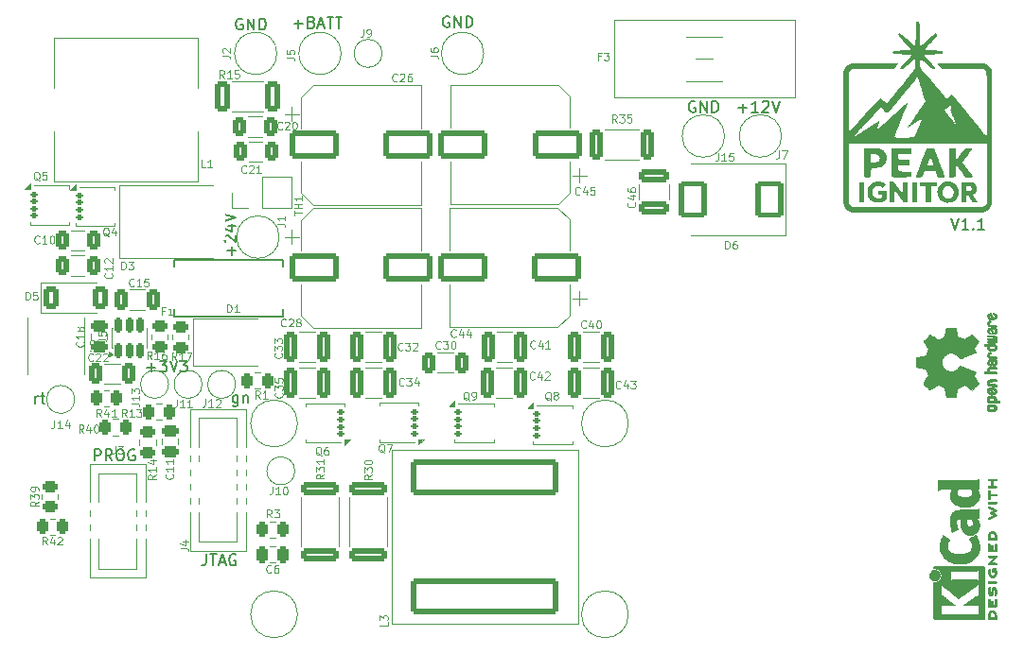
<source format=gto>
G04 #@! TF.GenerationSoftware,KiCad,Pcbnew,9.0.5*
G04 #@! TF.CreationDate,2026-01-02T14:21:27+01:00*
G04 #@! TF.ProjectId,peak-ignitor-box,7065616b-2d69-4676-9e69-746f722d626f,rev?*
G04 #@! TF.SameCoordinates,Original*
G04 #@! TF.FileFunction,Legend,Top*
G04 #@! TF.FilePolarity,Positive*
%FSLAX46Y46*%
G04 Gerber Fmt 4.6, Leading zero omitted, Abs format (unit mm)*
G04 Created by KiCad (PCBNEW 9.0.5) date 2026-01-02 14:21:27*
%MOMM*%
%LPD*%
G01*
G04 APERTURE LIST*
G04 Aperture macros list*
%AMRoundRect*
0 Rectangle with rounded corners*
0 $1 Rounding radius*
0 $2 $3 $4 $5 $6 $7 $8 $9 X,Y pos of 4 corners*
0 Add a 4 corners polygon primitive as box body*
4,1,4,$2,$3,$4,$5,$6,$7,$8,$9,$2,$3,0*
0 Add four circle primitives for the rounded corners*
1,1,$1+$1,$2,$3*
1,1,$1+$1,$4,$5*
1,1,$1+$1,$6,$7*
1,1,$1+$1,$8,$9*
0 Add four rect primitives between the rounded corners*
20,1,$1+$1,$2,$3,$4,$5,0*
20,1,$1+$1,$4,$5,$6,$7,0*
20,1,$1+$1,$6,$7,$8,$9,0*
20,1,$1+$1,$8,$9,$2,$3,0*%
%AMFreePoly0*
4,1,17,1.371000,0.720000,0.950000,0.720000,0.950000,0.580000,1.370000,0.580000,1.370000,0.080000,0.950000,0.080000,0.950000,-0.080000,1.370000,-0.080000,1.370000,-0.580000,0.950000,-0.580000,0.950000,-0.720000,1.370000,-0.720000,1.370000,-1.225000,-0.950000,-1.225000,-0.950000,1.225000,1.371000,1.225000,1.371000,0.720000,1.371000,0.720000,$1*%
%AMFreePoly1*
4,1,19,1.371000,0.720000,0.950000,0.720000,0.950000,0.580000,1.370000,0.580000,1.370000,0.080000,0.950000,0.080000,0.950000,-0.080000,1.370000,-0.080000,1.370000,-0.580000,0.950000,-0.580000,0.950000,-0.720000,1.370000,-0.720000,1.370000,-1.225000,0.949960,-1.225000,-0.949960,-1.225000,-0.950000,-1.225000,-0.950000,1.225000,1.371000,1.225000,1.371000,0.720000,1.371000,0.720000,
$1*%
G04 Aperture macros list end*
%ADD10C,0.120000*%
%ADD11C,0.100000*%
%ADD12C,0.150000*%
%ADD13C,0.010000*%
%ADD14C,0.000000*%
%ADD15R,2.500000X2.300000*%
%ADD16RoundRect,0.250000X-0.375000X-0.625000X0.375000X-0.625000X0.375000X0.625000X-0.375000X0.625000X0*%
%ADD17RoundRect,0.250000X0.425000X1.075000X-0.425000X1.075000X-0.425000X-1.075000X0.425000X-1.075000X0*%
%ADD18R,2.500000X3.300000*%
%ADD19R,3.175000X3.300000*%
%ADD20RoundRect,0.250000X-0.262500X-0.450000X0.262500X-0.450000X0.262500X0.450000X-0.262500X0.450000X0*%
%ADD21RoundRect,0.250000X-1.000000X1.400000X-1.000000X-1.400000X1.000000X-1.400000X1.000000X1.400000X0*%
%ADD22R,1.700000X1.700000*%
%ADD23C,1.700000*%
%ADD24RoundRect,0.250000X-0.325000X-1.100000X0.325000X-1.100000X0.325000X1.100000X-0.325000X1.100000X0*%
%ADD25RoundRect,0.250000X-0.450000X-0.800000X0.450000X-0.800000X0.450000X0.800000X-0.450000X0.800000X0*%
%ADD26RoundRect,0.125000X-0.190000X-0.125000X0.190000X-0.125000X0.190000X0.125000X-0.190000X0.125000X0*%
%ADD27FreePoly0,0.000000*%
%ADD28RoundRect,0.250000X0.450000X-0.262500X0.450000X0.262500X-0.450000X0.262500X-0.450000X-0.262500X0*%
%ADD29C,2.780000*%
%ADD30C,2.000000*%
%ADD31RoundRect,0.250000X0.325000X1.100000X-0.325000X1.100000X-0.325000X-1.100000X0.325000X-1.100000X0*%
%ADD32RoundRect,0.250000X-0.475000X0.250000X-0.475000X-0.250000X0.475000X-0.250000X0.475000X0.250000X0*%
%ADD33RoundRect,0.250000X-0.325000X-0.650000X0.325000X-0.650000X0.325000X0.650000X-0.325000X0.650000X0*%
%ADD34RoundRect,0.250000X1.950000X1.000000X-1.950000X1.000000X-1.950000X-1.000000X1.950000X-1.000000X0*%
%ADD35RoundRect,0.250000X-0.250000X-0.475000X0.250000X-0.475000X0.250000X0.475000X-0.250000X0.475000X0*%
%ADD36RoundRect,0.250000X0.325000X0.650000X-0.325000X0.650000X-0.325000X-0.650000X0.325000X-0.650000X0*%
%ADD37C,3.400000*%
%ADD38R,4.000000X1.500000*%
%ADD39RoundRect,0.250000X-0.362500X-1.075000X0.362500X-1.075000X0.362500X1.075000X-0.362500X1.075000X0*%
%ADD40RoundRect,0.125000X0.190000X0.125000X-0.190000X0.125000X-0.190000X-0.125000X0.190000X-0.125000X0*%
%ADD41FreePoly1,180.000000*%
%ADD42RoundRect,0.250000X-1.950000X-1.000000X1.950000X-1.000000X1.950000X1.000000X-1.950000X1.000000X0*%
%ADD43RoundRect,0.250000X-1.425000X0.362500X-1.425000X-0.362500X1.425000X-0.362500X1.425000X0.362500X0*%
%ADD44RoundRect,0.250000X0.475000X-0.250000X0.475000X0.250000X-0.475000X0.250000X-0.475000X-0.250000X0*%
%ADD45R,4.245000X3.810000*%
%ADD46RoundRect,0.250000X-1.100000X0.325000X-1.100000X-0.325000X1.100000X-0.325000X1.100000X0.325000X0*%
%ADD47RoundRect,0.250000X0.262500X0.450000X-0.262500X0.450000X-0.262500X-0.450000X0.262500X-0.450000X0*%
%ADD48R,2.760000X0.650000*%
%ADD49RoundRect,0.250000X-0.450000X0.262500X-0.450000X-0.262500X0.450000X-0.262500X0.450000X0.262500X0*%
%ADD50RoundRect,0.249999X6.350001X-1.340001X6.350001X1.340001X-6.350001X1.340001X-6.350001X-1.340001X0*%
%ADD51RoundRect,0.150000X0.150000X-0.512500X0.150000X0.512500X-0.150000X0.512500X-0.150000X-0.512500X0*%
G04 APERTURE END LIST*
D10*
X155900000Y-104650000D02*
G75*
G02*
X151700000Y-104650000I-2100000J0D01*
G01*
X151700000Y-104650000D02*
G75*
G02*
X155900000Y-104650000I2100000J0D01*
G01*
X155900000Y-121750000D02*
G75*
G02*
X151700000Y-121750000I-2100000J0D01*
G01*
X151700000Y-121750000D02*
G75*
G02*
X155900000Y-121750000I2100000J0D01*
G01*
X126300000Y-121750000D02*
G75*
G02*
X122100000Y-121750000I-2100000J0D01*
G01*
X122100000Y-121750000D02*
G75*
G02*
X126300000Y-121750000I2100000J0D01*
G01*
D11*
X126300000Y-104650000D02*
G75*
G02*
X122100000Y-104650000I-2100000J0D01*
G01*
X122100000Y-104650000D02*
G75*
G02*
X126300000Y-104650000I2100000J0D01*
G01*
D12*
X108136779Y-107969819D02*
X108136779Y-106969819D01*
X108136779Y-106969819D02*
X108517731Y-106969819D01*
X108517731Y-106969819D02*
X108612969Y-107017438D01*
X108612969Y-107017438D02*
X108660588Y-107065057D01*
X108660588Y-107065057D02*
X108708207Y-107160295D01*
X108708207Y-107160295D02*
X108708207Y-107303152D01*
X108708207Y-107303152D02*
X108660588Y-107398390D01*
X108660588Y-107398390D02*
X108612969Y-107446009D01*
X108612969Y-107446009D02*
X108517731Y-107493628D01*
X108517731Y-107493628D02*
X108136779Y-107493628D01*
X109708207Y-107969819D02*
X109374874Y-107493628D01*
X109136779Y-107969819D02*
X109136779Y-106969819D01*
X109136779Y-106969819D02*
X109517731Y-106969819D01*
X109517731Y-106969819D02*
X109612969Y-107017438D01*
X109612969Y-107017438D02*
X109660588Y-107065057D01*
X109660588Y-107065057D02*
X109708207Y-107160295D01*
X109708207Y-107160295D02*
X109708207Y-107303152D01*
X109708207Y-107303152D02*
X109660588Y-107398390D01*
X109660588Y-107398390D02*
X109612969Y-107446009D01*
X109612969Y-107446009D02*
X109517731Y-107493628D01*
X109517731Y-107493628D02*
X109136779Y-107493628D01*
X110327255Y-106969819D02*
X110517731Y-106969819D01*
X110517731Y-106969819D02*
X110612969Y-107017438D01*
X110612969Y-107017438D02*
X110708207Y-107112676D01*
X110708207Y-107112676D02*
X110755826Y-107303152D01*
X110755826Y-107303152D02*
X110755826Y-107636485D01*
X110755826Y-107636485D02*
X110708207Y-107826961D01*
X110708207Y-107826961D02*
X110612969Y-107922200D01*
X110612969Y-107922200D02*
X110517731Y-107969819D01*
X110517731Y-107969819D02*
X110327255Y-107969819D01*
X110327255Y-107969819D02*
X110232017Y-107922200D01*
X110232017Y-107922200D02*
X110136779Y-107826961D01*
X110136779Y-107826961D02*
X110089160Y-107636485D01*
X110089160Y-107636485D02*
X110089160Y-107303152D01*
X110089160Y-107303152D02*
X110136779Y-107112676D01*
X110136779Y-107112676D02*
X110232017Y-107017438D01*
X110232017Y-107017438D02*
X110327255Y-106969819D01*
X111708207Y-107017438D02*
X111612969Y-106969819D01*
X111612969Y-106969819D02*
X111470112Y-106969819D01*
X111470112Y-106969819D02*
X111327255Y-107017438D01*
X111327255Y-107017438D02*
X111232017Y-107112676D01*
X111232017Y-107112676D02*
X111184398Y-107207914D01*
X111184398Y-107207914D02*
X111136779Y-107398390D01*
X111136779Y-107398390D02*
X111136779Y-107541247D01*
X111136779Y-107541247D02*
X111184398Y-107731723D01*
X111184398Y-107731723D02*
X111232017Y-107826961D01*
X111232017Y-107826961D02*
X111327255Y-107922200D01*
X111327255Y-107922200D02*
X111470112Y-107969819D01*
X111470112Y-107969819D02*
X111565350Y-107969819D01*
X111565350Y-107969819D02*
X111708207Y-107922200D01*
X111708207Y-107922200D02*
X111755826Y-107874580D01*
X111755826Y-107874580D02*
X111755826Y-107541247D01*
X111755826Y-107541247D02*
X111565350Y-107541247D01*
X118122493Y-116369819D02*
X118122493Y-117084104D01*
X118122493Y-117084104D02*
X118074874Y-117226961D01*
X118074874Y-117226961D02*
X117979636Y-117322200D01*
X117979636Y-117322200D02*
X117836779Y-117369819D01*
X117836779Y-117369819D02*
X117741541Y-117369819D01*
X118455827Y-116369819D02*
X119027255Y-116369819D01*
X118741541Y-117369819D02*
X118741541Y-116369819D01*
X119312970Y-117084104D02*
X119789160Y-117084104D01*
X119217732Y-117369819D02*
X119551065Y-116369819D01*
X119551065Y-116369819D02*
X119884398Y-117369819D01*
X120741541Y-116417438D02*
X120646303Y-116369819D01*
X120646303Y-116369819D02*
X120503446Y-116369819D01*
X120503446Y-116369819D02*
X120360589Y-116417438D01*
X120360589Y-116417438D02*
X120265351Y-116512676D01*
X120265351Y-116512676D02*
X120217732Y-116607914D01*
X120217732Y-116607914D02*
X120170113Y-116798390D01*
X120170113Y-116798390D02*
X120170113Y-116941247D01*
X120170113Y-116941247D02*
X120217732Y-117131723D01*
X120217732Y-117131723D02*
X120265351Y-117226961D01*
X120265351Y-117226961D02*
X120360589Y-117322200D01*
X120360589Y-117322200D02*
X120503446Y-117369819D01*
X120503446Y-117369819D02*
X120598684Y-117369819D01*
X120598684Y-117369819D02*
X120741541Y-117322200D01*
X120741541Y-117322200D02*
X120789160Y-117274580D01*
X120789160Y-117274580D02*
X120789160Y-116941247D01*
X120789160Y-116941247D02*
X120598684Y-116941247D01*
X120965350Y-102103152D02*
X120965350Y-102912676D01*
X120965350Y-102912676D02*
X120917731Y-103007914D01*
X120917731Y-103007914D02*
X120870112Y-103055533D01*
X120870112Y-103055533D02*
X120774874Y-103103152D01*
X120774874Y-103103152D02*
X120632017Y-103103152D01*
X120632017Y-103103152D02*
X120536779Y-103055533D01*
X120965350Y-102722200D02*
X120870112Y-102769819D01*
X120870112Y-102769819D02*
X120679636Y-102769819D01*
X120679636Y-102769819D02*
X120584398Y-102722200D01*
X120584398Y-102722200D02*
X120536779Y-102674580D01*
X120536779Y-102674580D02*
X120489160Y-102579342D01*
X120489160Y-102579342D02*
X120489160Y-102293628D01*
X120489160Y-102293628D02*
X120536779Y-102198390D01*
X120536779Y-102198390D02*
X120584398Y-102150771D01*
X120584398Y-102150771D02*
X120679636Y-102103152D01*
X120679636Y-102103152D02*
X120870112Y-102103152D01*
X120870112Y-102103152D02*
X120965350Y-102150771D01*
X121441541Y-102103152D02*
X121441541Y-102769819D01*
X121441541Y-102198390D02*
X121489160Y-102150771D01*
X121489160Y-102150771D02*
X121584398Y-102103152D01*
X121584398Y-102103152D02*
X121727255Y-102103152D01*
X121727255Y-102103152D02*
X121822493Y-102150771D01*
X121822493Y-102150771D02*
X121870112Y-102246009D01*
X121870112Y-102246009D02*
X121870112Y-102769819D01*
X120393866Y-89563220D02*
X120393866Y-88801316D01*
X120774819Y-89182268D02*
X120012914Y-89182268D01*
X119870057Y-88372744D02*
X119822438Y-88325125D01*
X119822438Y-88325125D02*
X119774819Y-88229887D01*
X119774819Y-88229887D02*
X119774819Y-87991792D01*
X119774819Y-87991792D02*
X119822438Y-87896554D01*
X119822438Y-87896554D02*
X119870057Y-87848935D01*
X119870057Y-87848935D02*
X119965295Y-87801316D01*
X119965295Y-87801316D02*
X120060533Y-87801316D01*
X120060533Y-87801316D02*
X120203390Y-87848935D01*
X120203390Y-87848935D02*
X120774819Y-88420363D01*
X120774819Y-88420363D02*
X120774819Y-87801316D01*
X120108152Y-86944173D02*
X120774819Y-86944173D01*
X119727200Y-87182268D02*
X120441485Y-87420363D01*
X120441485Y-87420363D02*
X120441485Y-86801316D01*
X119774819Y-86563220D02*
X120774819Y-86229887D01*
X120774819Y-86229887D02*
X119774819Y-85896554D01*
X102836779Y-102869819D02*
X102836779Y-102203152D01*
X102836779Y-102393628D02*
X102884398Y-102298390D01*
X102884398Y-102298390D02*
X102932017Y-102250771D01*
X102932017Y-102250771D02*
X103027255Y-102203152D01*
X103027255Y-102203152D02*
X103122493Y-102203152D01*
X103312970Y-102203152D02*
X103693922Y-102203152D01*
X103455827Y-101869819D02*
X103455827Y-102726961D01*
X103455827Y-102726961D02*
X103503446Y-102822200D01*
X103503446Y-102822200D02*
X103598684Y-102869819D01*
X103598684Y-102869819D02*
X103693922Y-102869819D01*
X184793922Y-86269819D02*
X185127255Y-87269819D01*
X185127255Y-87269819D02*
X185460588Y-86269819D01*
X186317731Y-87269819D02*
X185746303Y-87269819D01*
X186032017Y-87269819D02*
X186032017Y-86269819D01*
X186032017Y-86269819D02*
X185936779Y-86412676D01*
X185936779Y-86412676D02*
X185841541Y-86507914D01*
X185841541Y-86507914D02*
X185746303Y-86555533D01*
X186746303Y-87174580D02*
X186793922Y-87222200D01*
X186793922Y-87222200D02*
X186746303Y-87269819D01*
X186746303Y-87269819D02*
X186698684Y-87222200D01*
X186698684Y-87222200D02*
X186746303Y-87174580D01*
X186746303Y-87174580D02*
X186746303Y-87269819D01*
X187746302Y-87269819D02*
X187174874Y-87269819D01*
X187460588Y-87269819D02*
X187460588Y-86269819D01*
X187460588Y-86269819D02*
X187365350Y-86412676D01*
X187365350Y-86412676D02*
X187270112Y-86507914D01*
X187270112Y-86507914D02*
X187174874Y-86555533D01*
X112836779Y-99638866D02*
X113598684Y-99638866D01*
X113217731Y-100019819D02*
X113217731Y-99257914D01*
X113979636Y-99019819D02*
X114598683Y-99019819D01*
X114598683Y-99019819D02*
X114265350Y-99400771D01*
X114265350Y-99400771D02*
X114408207Y-99400771D01*
X114408207Y-99400771D02*
X114503445Y-99448390D01*
X114503445Y-99448390D02*
X114551064Y-99496009D01*
X114551064Y-99496009D02*
X114598683Y-99591247D01*
X114598683Y-99591247D02*
X114598683Y-99829342D01*
X114598683Y-99829342D02*
X114551064Y-99924580D01*
X114551064Y-99924580D02*
X114503445Y-99972200D01*
X114503445Y-99972200D02*
X114408207Y-100019819D01*
X114408207Y-100019819D02*
X114122493Y-100019819D01*
X114122493Y-100019819D02*
X114027255Y-99972200D01*
X114027255Y-99972200D02*
X113979636Y-99924580D01*
X114884398Y-99019819D02*
X115217731Y-100019819D01*
X115217731Y-100019819D02*
X115551064Y-99019819D01*
X115789160Y-99019819D02*
X116408207Y-99019819D01*
X116408207Y-99019819D02*
X116074874Y-99400771D01*
X116074874Y-99400771D02*
X116217731Y-99400771D01*
X116217731Y-99400771D02*
X116312969Y-99448390D01*
X116312969Y-99448390D02*
X116360588Y-99496009D01*
X116360588Y-99496009D02*
X116408207Y-99591247D01*
X116408207Y-99591247D02*
X116408207Y-99829342D01*
X116408207Y-99829342D02*
X116360588Y-99924580D01*
X116360588Y-99924580D02*
X116312969Y-99972200D01*
X116312969Y-99972200D02*
X116217731Y-100019819D01*
X116217731Y-100019819D02*
X115932017Y-100019819D01*
X115932017Y-100019819D02*
X115836779Y-99972200D01*
X115836779Y-99972200D02*
X115789160Y-99924580D01*
X125986779Y-68838866D02*
X126748684Y-68838866D01*
X126367731Y-69219819D02*
X126367731Y-68457914D01*
X127558207Y-68696009D02*
X127701064Y-68743628D01*
X127701064Y-68743628D02*
X127748683Y-68791247D01*
X127748683Y-68791247D02*
X127796302Y-68886485D01*
X127796302Y-68886485D02*
X127796302Y-69029342D01*
X127796302Y-69029342D02*
X127748683Y-69124580D01*
X127748683Y-69124580D02*
X127701064Y-69172200D01*
X127701064Y-69172200D02*
X127605826Y-69219819D01*
X127605826Y-69219819D02*
X127224874Y-69219819D01*
X127224874Y-69219819D02*
X127224874Y-68219819D01*
X127224874Y-68219819D02*
X127558207Y-68219819D01*
X127558207Y-68219819D02*
X127653445Y-68267438D01*
X127653445Y-68267438D02*
X127701064Y-68315057D01*
X127701064Y-68315057D02*
X127748683Y-68410295D01*
X127748683Y-68410295D02*
X127748683Y-68505533D01*
X127748683Y-68505533D02*
X127701064Y-68600771D01*
X127701064Y-68600771D02*
X127653445Y-68648390D01*
X127653445Y-68648390D02*
X127558207Y-68696009D01*
X127558207Y-68696009D02*
X127224874Y-68696009D01*
X128177255Y-68934104D02*
X128653445Y-68934104D01*
X128082017Y-69219819D02*
X128415350Y-68219819D01*
X128415350Y-68219819D02*
X128748683Y-69219819D01*
X128939160Y-68219819D02*
X129510588Y-68219819D01*
X129224874Y-69219819D02*
X129224874Y-68219819D01*
X129701065Y-68219819D02*
X130272493Y-68219819D01*
X129986779Y-69219819D02*
X129986779Y-68219819D01*
X139860588Y-68217438D02*
X139765350Y-68169819D01*
X139765350Y-68169819D02*
X139622493Y-68169819D01*
X139622493Y-68169819D02*
X139479636Y-68217438D01*
X139479636Y-68217438D02*
X139384398Y-68312676D01*
X139384398Y-68312676D02*
X139336779Y-68407914D01*
X139336779Y-68407914D02*
X139289160Y-68598390D01*
X139289160Y-68598390D02*
X139289160Y-68741247D01*
X139289160Y-68741247D02*
X139336779Y-68931723D01*
X139336779Y-68931723D02*
X139384398Y-69026961D01*
X139384398Y-69026961D02*
X139479636Y-69122200D01*
X139479636Y-69122200D02*
X139622493Y-69169819D01*
X139622493Y-69169819D02*
X139717731Y-69169819D01*
X139717731Y-69169819D02*
X139860588Y-69122200D01*
X139860588Y-69122200D02*
X139908207Y-69074580D01*
X139908207Y-69074580D02*
X139908207Y-68741247D01*
X139908207Y-68741247D02*
X139717731Y-68741247D01*
X140336779Y-69169819D02*
X140336779Y-68169819D01*
X140336779Y-68169819D02*
X140908207Y-69169819D01*
X140908207Y-69169819D02*
X140908207Y-68169819D01*
X141384398Y-69169819D02*
X141384398Y-68169819D01*
X141384398Y-68169819D02*
X141622493Y-68169819D01*
X141622493Y-68169819D02*
X141765350Y-68217438D01*
X141765350Y-68217438D02*
X141860588Y-68312676D01*
X141860588Y-68312676D02*
X141908207Y-68407914D01*
X141908207Y-68407914D02*
X141955826Y-68598390D01*
X141955826Y-68598390D02*
X141955826Y-68741247D01*
X141955826Y-68741247D02*
X141908207Y-68931723D01*
X141908207Y-68931723D02*
X141860588Y-69026961D01*
X141860588Y-69026961D02*
X141765350Y-69122200D01*
X141765350Y-69122200D02*
X141622493Y-69169819D01*
X141622493Y-69169819D02*
X141384398Y-69169819D01*
X165736779Y-76388866D02*
X166498684Y-76388866D01*
X166117731Y-76769819D02*
X166117731Y-76007914D01*
X167498683Y-76769819D02*
X166927255Y-76769819D01*
X167212969Y-76769819D02*
X167212969Y-75769819D01*
X167212969Y-75769819D02*
X167117731Y-75912676D01*
X167117731Y-75912676D02*
X167022493Y-76007914D01*
X167022493Y-76007914D02*
X166927255Y-76055533D01*
X167879636Y-75865057D02*
X167927255Y-75817438D01*
X167927255Y-75817438D02*
X168022493Y-75769819D01*
X168022493Y-75769819D02*
X168260588Y-75769819D01*
X168260588Y-75769819D02*
X168355826Y-75817438D01*
X168355826Y-75817438D02*
X168403445Y-75865057D01*
X168403445Y-75865057D02*
X168451064Y-75960295D01*
X168451064Y-75960295D02*
X168451064Y-76055533D01*
X168451064Y-76055533D02*
X168403445Y-76198390D01*
X168403445Y-76198390D02*
X167832017Y-76769819D01*
X167832017Y-76769819D02*
X168451064Y-76769819D01*
X168736779Y-75769819D02*
X169070112Y-76769819D01*
X169070112Y-76769819D02*
X169403445Y-75769819D01*
X161860588Y-75817438D02*
X161765350Y-75769819D01*
X161765350Y-75769819D02*
X161622493Y-75769819D01*
X161622493Y-75769819D02*
X161479636Y-75817438D01*
X161479636Y-75817438D02*
X161384398Y-75912676D01*
X161384398Y-75912676D02*
X161336779Y-76007914D01*
X161336779Y-76007914D02*
X161289160Y-76198390D01*
X161289160Y-76198390D02*
X161289160Y-76341247D01*
X161289160Y-76341247D02*
X161336779Y-76531723D01*
X161336779Y-76531723D02*
X161384398Y-76626961D01*
X161384398Y-76626961D02*
X161479636Y-76722200D01*
X161479636Y-76722200D02*
X161622493Y-76769819D01*
X161622493Y-76769819D02*
X161717731Y-76769819D01*
X161717731Y-76769819D02*
X161860588Y-76722200D01*
X161860588Y-76722200D02*
X161908207Y-76674580D01*
X161908207Y-76674580D02*
X161908207Y-76341247D01*
X161908207Y-76341247D02*
X161717731Y-76341247D01*
X162336779Y-76769819D02*
X162336779Y-75769819D01*
X162336779Y-75769819D02*
X162908207Y-76769819D01*
X162908207Y-76769819D02*
X162908207Y-75769819D01*
X163384398Y-76769819D02*
X163384398Y-75769819D01*
X163384398Y-75769819D02*
X163622493Y-75769819D01*
X163622493Y-75769819D02*
X163765350Y-75817438D01*
X163765350Y-75817438D02*
X163860588Y-75912676D01*
X163860588Y-75912676D02*
X163908207Y-76007914D01*
X163908207Y-76007914D02*
X163955826Y-76198390D01*
X163955826Y-76198390D02*
X163955826Y-76341247D01*
X163955826Y-76341247D02*
X163908207Y-76531723D01*
X163908207Y-76531723D02*
X163860588Y-76626961D01*
X163860588Y-76626961D02*
X163765350Y-76722200D01*
X163765350Y-76722200D02*
X163622493Y-76769819D01*
X163622493Y-76769819D02*
X163384398Y-76769819D01*
X121360588Y-68417438D02*
X121265350Y-68369819D01*
X121265350Y-68369819D02*
X121122493Y-68369819D01*
X121122493Y-68369819D02*
X120979636Y-68417438D01*
X120979636Y-68417438D02*
X120884398Y-68512676D01*
X120884398Y-68512676D02*
X120836779Y-68607914D01*
X120836779Y-68607914D02*
X120789160Y-68798390D01*
X120789160Y-68798390D02*
X120789160Y-68941247D01*
X120789160Y-68941247D02*
X120836779Y-69131723D01*
X120836779Y-69131723D02*
X120884398Y-69226961D01*
X120884398Y-69226961D02*
X120979636Y-69322200D01*
X120979636Y-69322200D02*
X121122493Y-69369819D01*
X121122493Y-69369819D02*
X121217731Y-69369819D01*
X121217731Y-69369819D02*
X121360588Y-69322200D01*
X121360588Y-69322200D02*
X121408207Y-69274580D01*
X121408207Y-69274580D02*
X121408207Y-68941247D01*
X121408207Y-68941247D02*
X121217731Y-68941247D01*
X121836779Y-69369819D02*
X121836779Y-68369819D01*
X121836779Y-68369819D02*
X122408207Y-69369819D01*
X122408207Y-69369819D02*
X122408207Y-68369819D01*
X122884398Y-69369819D02*
X122884398Y-68369819D01*
X122884398Y-68369819D02*
X123122493Y-68369819D01*
X123122493Y-68369819D02*
X123265350Y-68417438D01*
X123265350Y-68417438D02*
X123360588Y-68512676D01*
X123360588Y-68512676D02*
X123408207Y-68607914D01*
X123408207Y-68607914D02*
X123455826Y-68798390D01*
X123455826Y-68798390D02*
X123455826Y-68941247D01*
X123455826Y-68941247D02*
X123408207Y-69131723D01*
X123408207Y-69131723D02*
X123360588Y-69226961D01*
X123360588Y-69226961D02*
X123265350Y-69322200D01*
X123265350Y-69322200D02*
X123122493Y-69369819D01*
X123122493Y-69369819D02*
X122884398Y-69369819D01*
D11*
X120008333Y-94693633D02*
X120008333Y-93993633D01*
X120008333Y-93993633D02*
X120175000Y-93993633D01*
X120175000Y-93993633D02*
X120275000Y-94026966D01*
X120275000Y-94026966D02*
X120341667Y-94093633D01*
X120341667Y-94093633D02*
X120375000Y-94160300D01*
X120375000Y-94160300D02*
X120408333Y-94293633D01*
X120408333Y-94293633D02*
X120408333Y-94393633D01*
X120408333Y-94393633D02*
X120375000Y-94526966D01*
X120375000Y-94526966D02*
X120341667Y-94593633D01*
X120341667Y-94593633D02*
X120275000Y-94660300D01*
X120275000Y-94660300D02*
X120175000Y-94693633D01*
X120175000Y-94693633D02*
X120008333Y-94693633D01*
X121075000Y-94693633D02*
X120675000Y-94693633D01*
X120875000Y-94693633D02*
X120875000Y-93993633D01*
X120875000Y-93993633D02*
X120808333Y-94093633D01*
X120808333Y-94093633D02*
X120741667Y-94160300D01*
X120741667Y-94160300D02*
X120675000Y-94193633D01*
X109661466Y-91202400D02*
X109694800Y-91235733D01*
X109694800Y-91235733D02*
X109728133Y-91335733D01*
X109728133Y-91335733D02*
X109728133Y-91402400D01*
X109728133Y-91402400D02*
X109694800Y-91502400D01*
X109694800Y-91502400D02*
X109628133Y-91569067D01*
X109628133Y-91569067D02*
X109561466Y-91602400D01*
X109561466Y-91602400D02*
X109428133Y-91635733D01*
X109428133Y-91635733D02*
X109328133Y-91635733D01*
X109328133Y-91635733D02*
X109194800Y-91602400D01*
X109194800Y-91602400D02*
X109128133Y-91569067D01*
X109128133Y-91569067D02*
X109061466Y-91502400D01*
X109061466Y-91502400D02*
X109028133Y-91402400D01*
X109028133Y-91402400D02*
X109028133Y-91335733D01*
X109028133Y-91335733D02*
X109061466Y-91235733D01*
X109061466Y-91235733D02*
X109094800Y-91202400D01*
X109728133Y-90535733D02*
X109728133Y-90935733D01*
X109728133Y-90735733D02*
X109028133Y-90735733D01*
X109028133Y-90735733D02*
X109128133Y-90802400D01*
X109128133Y-90802400D02*
X109194800Y-90869067D01*
X109194800Y-90869067D02*
X109228133Y-90935733D01*
X109094800Y-90269066D02*
X109061466Y-90235733D01*
X109061466Y-90235733D02*
X109028133Y-90169066D01*
X109028133Y-90169066D02*
X109028133Y-90002400D01*
X109028133Y-90002400D02*
X109061466Y-89935733D01*
X109061466Y-89935733D02*
X109094800Y-89902400D01*
X109094800Y-89902400D02*
X109161466Y-89869066D01*
X109161466Y-89869066D02*
X109228133Y-89869066D01*
X109228133Y-89869066D02*
X109328133Y-89902400D01*
X109328133Y-89902400D02*
X109728133Y-90302400D01*
X109728133Y-90302400D02*
X109728133Y-89869066D01*
X119749999Y-73718633D02*
X119516666Y-73385300D01*
X119349999Y-73718633D02*
X119349999Y-73018633D01*
X119349999Y-73018633D02*
X119616666Y-73018633D01*
X119616666Y-73018633D02*
X119683333Y-73051966D01*
X119683333Y-73051966D02*
X119716666Y-73085300D01*
X119716666Y-73085300D02*
X119749999Y-73151966D01*
X119749999Y-73151966D02*
X119749999Y-73251966D01*
X119749999Y-73251966D02*
X119716666Y-73318633D01*
X119716666Y-73318633D02*
X119683333Y-73351966D01*
X119683333Y-73351966D02*
X119616666Y-73385300D01*
X119616666Y-73385300D02*
X119349999Y-73385300D01*
X120416666Y-73718633D02*
X120016666Y-73718633D01*
X120216666Y-73718633D02*
X120216666Y-73018633D01*
X120216666Y-73018633D02*
X120149999Y-73118633D01*
X120149999Y-73118633D02*
X120083333Y-73185300D01*
X120083333Y-73185300D02*
X120016666Y-73218633D01*
X121050000Y-73018633D02*
X120716666Y-73018633D01*
X120716666Y-73018633D02*
X120683333Y-73351966D01*
X120683333Y-73351966D02*
X120716666Y-73318633D01*
X120716666Y-73318633D02*
X120783333Y-73285300D01*
X120783333Y-73285300D02*
X120950000Y-73285300D01*
X120950000Y-73285300D02*
X121016666Y-73318633D01*
X121016666Y-73318633D02*
X121050000Y-73351966D01*
X121050000Y-73351966D02*
X121083333Y-73418633D01*
X121083333Y-73418633D02*
X121083333Y-73585300D01*
X121083333Y-73585300D02*
X121050000Y-73651966D01*
X121050000Y-73651966D02*
X121016666Y-73685300D01*
X121016666Y-73685300D02*
X120950000Y-73718633D01*
X120950000Y-73718633D02*
X120783333Y-73718633D01*
X120783333Y-73718633D02*
X120716666Y-73685300D01*
X120716666Y-73685300D02*
X120683333Y-73651966D01*
X103199999Y-88451966D02*
X103166666Y-88485300D01*
X103166666Y-88485300D02*
X103066666Y-88518633D01*
X103066666Y-88518633D02*
X102999999Y-88518633D01*
X102999999Y-88518633D02*
X102899999Y-88485300D01*
X102899999Y-88485300D02*
X102833333Y-88418633D01*
X102833333Y-88418633D02*
X102799999Y-88351966D01*
X102799999Y-88351966D02*
X102766666Y-88218633D01*
X102766666Y-88218633D02*
X102766666Y-88118633D01*
X102766666Y-88118633D02*
X102799999Y-87985300D01*
X102799999Y-87985300D02*
X102833333Y-87918633D01*
X102833333Y-87918633D02*
X102899999Y-87851966D01*
X102899999Y-87851966D02*
X102999999Y-87818633D01*
X102999999Y-87818633D02*
X103066666Y-87818633D01*
X103066666Y-87818633D02*
X103166666Y-87851966D01*
X103166666Y-87851966D02*
X103199999Y-87885300D01*
X103866666Y-88518633D02*
X103466666Y-88518633D01*
X103666666Y-88518633D02*
X103666666Y-87818633D01*
X103666666Y-87818633D02*
X103599999Y-87918633D01*
X103599999Y-87918633D02*
X103533333Y-87985300D01*
X103533333Y-87985300D02*
X103466666Y-88018633D01*
X104300000Y-87818633D02*
X104366666Y-87818633D01*
X104366666Y-87818633D02*
X104433333Y-87851966D01*
X104433333Y-87851966D02*
X104466666Y-87885300D01*
X104466666Y-87885300D02*
X104500000Y-87951966D01*
X104500000Y-87951966D02*
X104533333Y-88085300D01*
X104533333Y-88085300D02*
X104533333Y-88251966D01*
X104533333Y-88251966D02*
X104500000Y-88385300D01*
X104500000Y-88385300D02*
X104466666Y-88451966D01*
X104466666Y-88451966D02*
X104433333Y-88485300D01*
X104433333Y-88485300D02*
X104366666Y-88518633D01*
X104366666Y-88518633D02*
X104300000Y-88518633D01*
X104300000Y-88518633D02*
X104233333Y-88485300D01*
X104233333Y-88485300D02*
X104200000Y-88451966D01*
X104200000Y-88451966D02*
X104166666Y-88385300D01*
X104166666Y-88385300D02*
X104133333Y-88251966D01*
X104133333Y-88251966D02*
X104133333Y-88085300D01*
X104133333Y-88085300D02*
X104166666Y-87951966D01*
X104166666Y-87951966D02*
X104200000Y-87885300D01*
X104200000Y-87885300D02*
X104233333Y-87851966D01*
X104233333Y-87851966D02*
X104300000Y-87818633D01*
X110533333Y-90868633D02*
X110533333Y-90168633D01*
X110533333Y-90168633D02*
X110700000Y-90168633D01*
X110700000Y-90168633D02*
X110800000Y-90201966D01*
X110800000Y-90201966D02*
X110866667Y-90268633D01*
X110866667Y-90268633D02*
X110900000Y-90335300D01*
X110900000Y-90335300D02*
X110933333Y-90468633D01*
X110933333Y-90468633D02*
X110933333Y-90568633D01*
X110933333Y-90568633D02*
X110900000Y-90701966D01*
X110900000Y-90701966D02*
X110866667Y-90768633D01*
X110866667Y-90768633D02*
X110800000Y-90835300D01*
X110800000Y-90835300D02*
X110700000Y-90868633D01*
X110700000Y-90868633D02*
X110533333Y-90868633D01*
X111166667Y-90168633D02*
X111600000Y-90168633D01*
X111600000Y-90168633D02*
X111366667Y-90435300D01*
X111366667Y-90435300D02*
X111466667Y-90435300D01*
X111466667Y-90435300D02*
X111533333Y-90468633D01*
X111533333Y-90468633D02*
X111566667Y-90501966D01*
X111566667Y-90501966D02*
X111600000Y-90568633D01*
X111600000Y-90568633D02*
X111600000Y-90735300D01*
X111600000Y-90735300D02*
X111566667Y-90801966D01*
X111566667Y-90801966D02*
X111533333Y-90835300D01*
X111533333Y-90835300D02*
X111466667Y-90868633D01*
X111466667Y-90868633D02*
X111266667Y-90868633D01*
X111266667Y-90868633D02*
X111200000Y-90835300D01*
X111200000Y-90835300D02*
X111166667Y-90801966D01*
X118033333Y-81718633D02*
X117699999Y-81718633D01*
X117699999Y-81718633D02*
X117699999Y-81018633D01*
X118633333Y-81718633D02*
X118233333Y-81718633D01*
X118433333Y-81718633D02*
X118433333Y-81018633D01*
X118433333Y-81018633D02*
X118366666Y-81118633D01*
X118366666Y-81118633D02*
X118300000Y-81185300D01*
X118300000Y-81185300D02*
X118233333Y-81218633D01*
X124899999Y-78251966D02*
X124866666Y-78285300D01*
X124866666Y-78285300D02*
X124766666Y-78318633D01*
X124766666Y-78318633D02*
X124699999Y-78318633D01*
X124699999Y-78318633D02*
X124599999Y-78285300D01*
X124599999Y-78285300D02*
X124533333Y-78218633D01*
X124533333Y-78218633D02*
X124499999Y-78151966D01*
X124499999Y-78151966D02*
X124466666Y-78018633D01*
X124466666Y-78018633D02*
X124466666Y-77918633D01*
X124466666Y-77918633D02*
X124499999Y-77785300D01*
X124499999Y-77785300D02*
X124533333Y-77718633D01*
X124533333Y-77718633D02*
X124599999Y-77651966D01*
X124599999Y-77651966D02*
X124699999Y-77618633D01*
X124699999Y-77618633D02*
X124766666Y-77618633D01*
X124766666Y-77618633D02*
X124866666Y-77651966D01*
X124866666Y-77651966D02*
X124899999Y-77685300D01*
X125166666Y-77685300D02*
X125199999Y-77651966D01*
X125199999Y-77651966D02*
X125266666Y-77618633D01*
X125266666Y-77618633D02*
X125433333Y-77618633D01*
X125433333Y-77618633D02*
X125499999Y-77651966D01*
X125499999Y-77651966D02*
X125533333Y-77685300D01*
X125533333Y-77685300D02*
X125566666Y-77751966D01*
X125566666Y-77751966D02*
X125566666Y-77818633D01*
X125566666Y-77818633D02*
X125533333Y-77918633D01*
X125533333Y-77918633D02*
X125133333Y-78318633D01*
X125133333Y-78318633D02*
X125566666Y-78318633D01*
X126000000Y-77618633D02*
X126066666Y-77618633D01*
X126066666Y-77618633D02*
X126133333Y-77651966D01*
X126133333Y-77651966D02*
X126166666Y-77685300D01*
X126166666Y-77685300D02*
X126200000Y-77751966D01*
X126200000Y-77751966D02*
X126233333Y-77885300D01*
X126233333Y-77885300D02*
X126233333Y-78051966D01*
X126233333Y-78051966D02*
X126200000Y-78185300D01*
X126200000Y-78185300D02*
X126166666Y-78251966D01*
X126166666Y-78251966D02*
X126133333Y-78285300D01*
X126133333Y-78285300D02*
X126066666Y-78318633D01*
X126066666Y-78318633D02*
X126000000Y-78318633D01*
X126000000Y-78318633D02*
X125933333Y-78285300D01*
X125933333Y-78285300D02*
X125900000Y-78251966D01*
X125900000Y-78251966D02*
X125866666Y-78185300D01*
X125866666Y-78185300D02*
X125833333Y-78051966D01*
X125833333Y-78051966D02*
X125833333Y-77885300D01*
X125833333Y-77885300D02*
X125866666Y-77751966D01*
X125866666Y-77751966D02*
X125900000Y-77685300D01*
X125900000Y-77685300D02*
X125933333Y-77651966D01*
X125933333Y-77651966D02*
X126000000Y-77618633D01*
X121699999Y-82151966D02*
X121666666Y-82185300D01*
X121666666Y-82185300D02*
X121566666Y-82218633D01*
X121566666Y-82218633D02*
X121499999Y-82218633D01*
X121499999Y-82218633D02*
X121399999Y-82185300D01*
X121399999Y-82185300D02*
X121333333Y-82118633D01*
X121333333Y-82118633D02*
X121299999Y-82051966D01*
X121299999Y-82051966D02*
X121266666Y-81918633D01*
X121266666Y-81918633D02*
X121266666Y-81818633D01*
X121266666Y-81818633D02*
X121299999Y-81685300D01*
X121299999Y-81685300D02*
X121333333Y-81618633D01*
X121333333Y-81618633D02*
X121399999Y-81551966D01*
X121399999Y-81551966D02*
X121499999Y-81518633D01*
X121499999Y-81518633D02*
X121566666Y-81518633D01*
X121566666Y-81518633D02*
X121666666Y-81551966D01*
X121666666Y-81551966D02*
X121699999Y-81585300D01*
X121966666Y-81585300D02*
X121999999Y-81551966D01*
X121999999Y-81551966D02*
X122066666Y-81518633D01*
X122066666Y-81518633D02*
X122233333Y-81518633D01*
X122233333Y-81518633D02*
X122299999Y-81551966D01*
X122299999Y-81551966D02*
X122333333Y-81585300D01*
X122333333Y-81585300D02*
X122366666Y-81651966D01*
X122366666Y-81651966D02*
X122366666Y-81718633D01*
X122366666Y-81718633D02*
X122333333Y-81818633D01*
X122333333Y-81818633D02*
X121933333Y-82218633D01*
X121933333Y-82218633D02*
X122366666Y-82218633D01*
X123033333Y-82218633D02*
X122633333Y-82218633D01*
X122833333Y-82218633D02*
X122833333Y-81518633D01*
X122833333Y-81518633D02*
X122766666Y-81618633D01*
X122766666Y-81618633D02*
X122700000Y-81685300D01*
X122700000Y-81685300D02*
X122633333Y-81718633D01*
X108754999Y-104068633D02*
X108521666Y-103735300D01*
X108354999Y-104068633D02*
X108354999Y-103368633D01*
X108354999Y-103368633D02*
X108621666Y-103368633D01*
X108621666Y-103368633D02*
X108688333Y-103401966D01*
X108688333Y-103401966D02*
X108721666Y-103435300D01*
X108721666Y-103435300D02*
X108754999Y-103501966D01*
X108754999Y-103501966D02*
X108754999Y-103601966D01*
X108754999Y-103601966D02*
X108721666Y-103668633D01*
X108721666Y-103668633D02*
X108688333Y-103701966D01*
X108688333Y-103701966D02*
X108621666Y-103735300D01*
X108621666Y-103735300D02*
X108354999Y-103735300D01*
X109354999Y-103601966D02*
X109354999Y-104068633D01*
X109188333Y-103335300D02*
X109021666Y-103835300D01*
X109021666Y-103835300D02*
X109454999Y-103835300D01*
X110088333Y-104068633D02*
X109688333Y-104068633D01*
X109888333Y-104068633D02*
X109888333Y-103368633D01*
X109888333Y-103368633D02*
X109821666Y-103468633D01*
X109821666Y-103468633D02*
X109755000Y-103535300D01*
X109755000Y-103535300D02*
X109688333Y-103568633D01*
X164561396Y-89007644D02*
X164561396Y-88307644D01*
X164561396Y-88307644D02*
X164728063Y-88307644D01*
X164728063Y-88307644D02*
X164828063Y-88340977D01*
X164828063Y-88340977D02*
X164894730Y-88407644D01*
X164894730Y-88407644D02*
X164928063Y-88474311D01*
X164928063Y-88474311D02*
X164961396Y-88607644D01*
X164961396Y-88607644D02*
X164961396Y-88707644D01*
X164961396Y-88707644D02*
X164928063Y-88840977D01*
X164928063Y-88840977D02*
X164894730Y-88907644D01*
X164894730Y-88907644D02*
X164828063Y-88974311D01*
X164828063Y-88974311D02*
X164728063Y-89007644D01*
X164728063Y-89007644D02*
X164561396Y-89007644D01*
X165561396Y-88307644D02*
X165428063Y-88307644D01*
X165428063Y-88307644D02*
X165361396Y-88340977D01*
X165361396Y-88340977D02*
X165328063Y-88374311D01*
X165328063Y-88374311D02*
X165261396Y-88474311D01*
X165261396Y-88474311D02*
X165228063Y-88607644D01*
X165228063Y-88607644D02*
X165228063Y-88874311D01*
X165228063Y-88874311D02*
X165261396Y-88940977D01*
X165261396Y-88940977D02*
X165294730Y-88974311D01*
X165294730Y-88974311D02*
X165361396Y-89007644D01*
X165361396Y-89007644D02*
X165494730Y-89007644D01*
X165494730Y-89007644D02*
X165561396Y-88974311D01*
X165561396Y-88974311D02*
X165594730Y-88940977D01*
X165594730Y-88940977D02*
X165628063Y-88874311D01*
X165628063Y-88874311D02*
X165628063Y-88707644D01*
X165628063Y-88707644D02*
X165594730Y-88640977D01*
X165594730Y-88640977D02*
X165561396Y-88607644D01*
X165561396Y-88607644D02*
X165494730Y-88574311D01*
X165494730Y-88574311D02*
X165361396Y-88574311D01*
X165361396Y-88574311D02*
X165294730Y-88607644D01*
X165294730Y-88607644D02*
X165261396Y-88640977D01*
X165261396Y-88640977D02*
X165228063Y-88707644D01*
X126018633Y-85999999D02*
X126018633Y-85599999D01*
X126718633Y-85799999D02*
X126018633Y-85799999D01*
X126718633Y-85366666D02*
X126018633Y-85366666D01*
X126351966Y-85366666D02*
X126351966Y-84966666D01*
X126718633Y-84966666D02*
X126018633Y-84966666D01*
X126718633Y-84266666D02*
X126718633Y-84666666D01*
X126718633Y-84466666D02*
X126018633Y-84466666D01*
X126018633Y-84466666D02*
X126118633Y-84533333D01*
X126118633Y-84533333D02*
X126185300Y-84600000D01*
X126185300Y-84600000D02*
X126218633Y-84666666D01*
X135699999Y-98051966D02*
X135666666Y-98085300D01*
X135666666Y-98085300D02*
X135566666Y-98118633D01*
X135566666Y-98118633D02*
X135499999Y-98118633D01*
X135499999Y-98118633D02*
X135399999Y-98085300D01*
X135399999Y-98085300D02*
X135333333Y-98018633D01*
X135333333Y-98018633D02*
X135299999Y-97951966D01*
X135299999Y-97951966D02*
X135266666Y-97818633D01*
X135266666Y-97818633D02*
X135266666Y-97718633D01*
X135266666Y-97718633D02*
X135299999Y-97585300D01*
X135299999Y-97585300D02*
X135333333Y-97518633D01*
X135333333Y-97518633D02*
X135399999Y-97451966D01*
X135399999Y-97451966D02*
X135499999Y-97418633D01*
X135499999Y-97418633D02*
X135566666Y-97418633D01*
X135566666Y-97418633D02*
X135666666Y-97451966D01*
X135666666Y-97451966D02*
X135699999Y-97485300D01*
X135933333Y-97418633D02*
X136366666Y-97418633D01*
X136366666Y-97418633D02*
X136133333Y-97685300D01*
X136133333Y-97685300D02*
X136233333Y-97685300D01*
X136233333Y-97685300D02*
X136299999Y-97718633D01*
X136299999Y-97718633D02*
X136333333Y-97751966D01*
X136333333Y-97751966D02*
X136366666Y-97818633D01*
X136366666Y-97818633D02*
X136366666Y-97985300D01*
X136366666Y-97985300D02*
X136333333Y-98051966D01*
X136333333Y-98051966D02*
X136299999Y-98085300D01*
X136299999Y-98085300D02*
X136233333Y-98118633D01*
X136233333Y-98118633D02*
X136033333Y-98118633D01*
X136033333Y-98118633D02*
X135966666Y-98085300D01*
X135966666Y-98085300D02*
X135933333Y-98051966D01*
X136633333Y-97485300D02*
X136666666Y-97451966D01*
X136666666Y-97451966D02*
X136733333Y-97418633D01*
X136733333Y-97418633D02*
X136900000Y-97418633D01*
X136900000Y-97418633D02*
X136966666Y-97451966D01*
X136966666Y-97451966D02*
X137000000Y-97485300D01*
X137000000Y-97485300D02*
X137033333Y-97551966D01*
X137033333Y-97551966D02*
X137033333Y-97618633D01*
X137033333Y-97618633D02*
X137000000Y-97718633D01*
X137000000Y-97718633D02*
X136600000Y-98118633D01*
X136600000Y-98118633D02*
X137033333Y-98118633D01*
X101983333Y-93568633D02*
X101983333Y-92868633D01*
X101983333Y-92868633D02*
X102150000Y-92868633D01*
X102150000Y-92868633D02*
X102250000Y-92901966D01*
X102250000Y-92901966D02*
X102316667Y-92968633D01*
X102316667Y-92968633D02*
X102350000Y-93035300D01*
X102350000Y-93035300D02*
X102383333Y-93168633D01*
X102383333Y-93168633D02*
X102383333Y-93268633D01*
X102383333Y-93268633D02*
X102350000Y-93401966D01*
X102350000Y-93401966D02*
X102316667Y-93468633D01*
X102316667Y-93468633D02*
X102250000Y-93535300D01*
X102250000Y-93535300D02*
X102150000Y-93568633D01*
X102150000Y-93568633D02*
X101983333Y-93568633D01*
X103016667Y-92868633D02*
X102683333Y-92868633D01*
X102683333Y-92868633D02*
X102650000Y-93201966D01*
X102650000Y-93201966D02*
X102683333Y-93168633D01*
X102683333Y-93168633D02*
X102750000Y-93135300D01*
X102750000Y-93135300D02*
X102916667Y-93135300D01*
X102916667Y-93135300D02*
X102983333Y-93168633D01*
X102983333Y-93168633D02*
X103016667Y-93201966D01*
X103016667Y-93201966D02*
X103050000Y-93268633D01*
X103050000Y-93268633D02*
X103050000Y-93435300D01*
X103050000Y-93435300D02*
X103016667Y-93501966D01*
X103016667Y-93501966D02*
X102983333Y-93535300D01*
X102983333Y-93535300D02*
X102916667Y-93568633D01*
X102916667Y-93568633D02*
X102750000Y-93568633D01*
X102750000Y-93568633D02*
X102683333Y-93535300D01*
X102683333Y-93535300D02*
X102650000Y-93501966D01*
X103233333Y-82885300D02*
X103166666Y-82851966D01*
X103166666Y-82851966D02*
X103100000Y-82785300D01*
X103100000Y-82785300D02*
X103000000Y-82685300D01*
X103000000Y-82685300D02*
X102933333Y-82651966D01*
X102933333Y-82651966D02*
X102866666Y-82651966D01*
X102900000Y-82818633D02*
X102833333Y-82785300D01*
X102833333Y-82785300D02*
X102766666Y-82718633D01*
X102766666Y-82718633D02*
X102733333Y-82585300D01*
X102733333Y-82585300D02*
X102733333Y-82351966D01*
X102733333Y-82351966D02*
X102766666Y-82218633D01*
X102766666Y-82218633D02*
X102833333Y-82151966D01*
X102833333Y-82151966D02*
X102900000Y-82118633D01*
X102900000Y-82118633D02*
X103033333Y-82118633D01*
X103033333Y-82118633D02*
X103100000Y-82151966D01*
X103100000Y-82151966D02*
X103166666Y-82218633D01*
X103166666Y-82218633D02*
X103200000Y-82351966D01*
X103200000Y-82351966D02*
X103200000Y-82585300D01*
X103200000Y-82585300D02*
X103166666Y-82718633D01*
X103166666Y-82718633D02*
X103100000Y-82785300D01*
X103100000Y-82785300D02*
X103033333Y-82818633D01*
X103033333Y-82818633D02*
X102900000Y-82818633D01*
X103833333Y-82118633D02*
X103499999Y-82118633D01*
X103499999Y-82118633D02*
X103466666Y-82451966D01*
X103466666Y-82451966D02*
X103499999Y-82418633D01*
X103499999Y-82418633D02*
X103566666Y-82385300D01*
X103566666Y-82385300D02*
X103733333Y-82385300D01*
X103733333Y-82385300D02*
X103799999Y-82418633D01*
X103799999Y-82418633D02*
X103833333Y-82451966D01*
X103833333Y-82451966D02*
X103866666Y-82518633D01*
X103866666Y-82518633D02*
X103866666Y-82685300D01*
X103866666Y-82685300D02*
X103833333Y-82751966D01*
X103833333Y-82751966D02*
X103799999Y-82785300D01*
X103799999Y-82785300D02*
X103733333Y-82818633D01*
X103733333Y-82818633D02*
X103566666Y-82818633D01*
X103566666Y-82818633D02*
X103499999Y-82785300D01*
X103499999Y-82785300D02*
X103466666Y-82751966D01*
X115449999Y-98968633D02*
X115216666Y-98635300D01*
X115049999Y-98968633D02*
X115049999Y-98268633D01*
X115049999Y-98268633D02*
X115316666Y-98268633D01*
X115316666Y-98268633D02*
X115383333Y-98301966D01*
X115383333Y-98301966D02*
X115416666Y-98335300D01*
X115416666Y-98335300D02*
X115449999Y-98401966D01*
X115449999Y-98401966D02*
X115449999Y-98501966D01*
X115449999Y-98501966D02*
X115416666Y-98568633D01*
X115416666Y-98568633D02*
X115383333Y-98601966D01*
X115383333Y-98601966D02*
X115316666Y-98635300D01*
X115316666Y-98635300D02*
X115049999Y-98635300D01*
X116116666Y-98968633D02*
X115716666Y-98968633D01*
X115916666Y-98968633D02*
X115916666Y-98268633D01*
X115916666Y-98268633D02*
X115849999Y-98368633D01*
X115849999Y-98368633D02*
X115783333Y-98435300D01*
X115783333Y-98435300D02*
X115716666Y-98468633D01*
X116350000Y-98268633D02*
X116816666Y-98268633D01*
X116816666Y-98268633D02*
X116516666Y-98968633D01*
X153416667Y-71751966D02*
X153183333Y-71751966D01*
X153183333Y-72118633D02*
X153183333Y-71418633D01*
X153183333Y-71418633D02*
X153516667Y-71418633D01*
X153716667Y-71418633D02*
X154150000Y-71418633D01*
X154150000Y-71418633D02*
X153916667Y-71685300D01*
X153916667Y-71685300D02*
X154016667Y-71685300D01*
X154016667Y-71685300D02*
X154083333Y-71718633D01*
X154083333Y-71718633D02*
X154116667Y-71751966D01*
X154116667Y-71751966D02*
X154150000Y-71818633D01*
X154150000Y-71818633D02*
X154150000Y-71985300D01*
X154150000Y-71985300D02*
X154116667Y-72051966D01*
X154116667Y-72051966D02*
X154083333Y-72085300D01*
X154083333Y-72085300D02*
X154016667Y-72118633D01*
X154016667Y-72118633D02*
X153816667Y-72118633D01*
X153816667Y-72118633D02*
X153750000Y-72085300D01*
X153750000Y-72085300D02*
X153716667Y-72051966D01*
X124033333Y-110318633D02*
X124033333Y-110818633D01*
X124033333Y-110818633D02*
X124000000Y-110918633D01*
X124000000Y-110918633D02*
X123933333Y-110985300D01*
X123933333Y-110985300D02*
X123833333Y-111018633D01*
X123833333Y-111018633D02*
X123766667Y-111018633D01*
X124733333Y-111018633D02*
X124333333Y-111018633D01*
X124533333Y-111018633D02*
X124533333Y-110318633D01*
X124533333Y-110318633D02*
X124466666Y-110418633D01*
X124466666Y-110418633D02*
X124400000Y-110485300D01*
X124400000Y-110485300D02*
X124333333Y-110518633D01*
X125166667Y-110318633D02*
X125233333Y-110318633D01*
X125233333Y-110318633D02*
X125300000Y-110351966D01*
X125300000Y-110351966D02*
X125333333Y-110385300D01*
X125333333Y-110385300D02*
X125366667Y-110451966D01*
X125366667Y-110451966D02*
X125400000Y-110585300D01*
X125400000Y-110585300D02*
X125400000Y-110751966D01*
X125400000Y-110751966D02*
X125366667Y-110885300D01*
X125366667Y-110885300D02*
X125333333Y-110951966D01*
X125333333Y-110951966D02*
X125300000Y-110985300D01*
X125300000Y-110985300D02*
X125233333Y-111018633D01*
X125233333Y-111018633D02*
X125166667Y-111018633D01*
X125166667Y-111018633D02*
X125100000Y-110985300D01*
X125100000Y-110985300D02*
X125066667Y-110951966D01*
X125066667Y-110951966D02*
X125033333Y-110885300D01*
X125033333Y-110885300D02*
X125000000Y-110751966D01*
X125000000Y-110751966D02*
X125000000Y-110585300D01*
X125000000Y-110585300D02*
X125033333Y-110451966D01*
X125033333Y-110451966D02*
X125066667Y-110385300D01*
X125066667Y-110385300D02*
X125100000Y-110351966D01*
X125100000Y-110351966D02*
X125166667Y-110318633D01*
X147549999Y-97851966D02*
X147516666Y-97885300D01*
X147516666Y-97885300D02*
X147416666Y-97918633D01*
X147416666Y-97918633D02*
X147349999Y-97918633D01*
X147349999Y-97918633D02*
X147249999Y-97885300D01*
X147249999Y-97885300D02*
X147183333Y-97818633D01*
X147183333Y-97818633D02*
X147149999Y-97751966D01*
X147149999Y-97751966D02*
X147116666Y-97618633D01*
X147116666Y-97618633D02*
X147116666Y-97518633D01*
X147116666Y-97518633D02*
X147149999Y-97385300D01*
X147149999Y-97385300D02*
X147183333Y-97318633D01*
X147183333Y-97318633D02*
X147249999Y-97251966D01*
X147249999Y-97251966D02*
X147349999Y-97218633D01*
X147349999Y-97218633D02*
X147416666Y-97218633D01*
X147416666Y-97218633D02*
X147516666Y-97251966D01*
X147516666Y-97251966D02*
X147549999Y-97285300D01*
X148149999Y-97451966D02*
X148149999Y-97918633D01*
X147983333Y-97185300D02*
X147816666Y-97685300D01*
X147816666Y-97685300D02*
X148249999Y-97685300D01*
X148883333Y-97918633D02*
X148483333Y-97918633D01*
X148683333Y-97918633D02*
X148683333Y-97218633D01*
X148683333Y-97218633D02*
X148616666Y-97318633D01*
X148616666Y-97318633D02*
X148550000Y-97385300D01*
X148550000Y-97385300D02*
X148483333Y-97418633D01*
X115101966Y-109200000D02*
X115135300Y-109233333D01*
X115135300Y-109233333D02*
X115168633Y-109333333D01*
X115168633Y-109333333D02*
X115168633Y-109400000D01*
X115168633Y-109400000D02*
X115135300Y-109500000D01*
X115135300Y-109500000D02*
X115068633Y-109566667D01*
X115068633Y-109566667D02*
X115001966Y-109600000D01*
X115001966Y-109600000D02*
X114868633Y-109633333D01*
X114868633Y-109633333D02*
X114768633Y-109633333D01*
X114768633Y-109633333D02*
X114635300Y-109600000D01*
X114635300Y-109600000D02*
X114568633Y-109566667D01*
X114568633Y-109566667D02*
X114501966Y-109500000D01*
X114501966Y-109500000D02*
X114468633Y-109400000D01*
X114468633Y-109400000D02*
X114468633Y-109333333D01*
X114468633Y-109333333D02*
X114501966Y-109233333D01*
X114501966Y-109233333D02*
X114535300Y-109200000D01*
X115168633Y-108533333D02*
X115168633Y-108933333D01*
X115168633Y-108733333D02*
X114468633Y-108733333D01*
X114468633Y-108733333D02*
X114568633Y-108800000D01*
X114568633Y-108800000D02*
X114635300Y-108866667D01*
X114635300Y-108866667D02*
X114668633Y-108933333D01*
X115168633Y-107866666D02*
X115168633Y-108266666D01*
X115168633Y-108066666D02*
X114468633Y-108066666D01*
X114468633Y-108066666D02*
X114568633Y-108133333D01*
X114568633Y-108133333D02*
X114635300Y-108200000D01*
X114635300Y-108200000D02*
X114668633Y-108266666D01*
X107999999Y-99001966D02*
X107966666Y-99035300D01*
X107966666Y-99035300D02*
X107866666Y-99068633D01*
X107866666Y-99068633D02*
X107799999Y-99068633D01*
X107799999Y-99068633D02*
X107699999Y-99035300D01*
X107699999Y-99035300D02*
X107633333Y-98968633D01*
X107633333Y-98968633D02*
X107599999Y-98901966D01*
X107599999Y-98901966D02*
X107566666Y-98768633D01*
X107566666Y-98768633D02*
X107566666Y-98668633D01*
X107566666Y-98668633D02*
X107599999Y-98535300D01*
X107599999Y-98535300D02*
X107633333Y-98468633D01*
X107633333Y-98468633D02*
X107699999Y-98401966D01*
X107699999Y-98401966D02*
X107799999Y-98368633D01*
X107799999Y-98368633D02*
X107866666Y-98368633D01*
X107866666Y-98368633D02*
X107966666Y-98401966D01*
X107966666Y-98401966D02*
X107999999Y-98435300D01*
X108266666Y-98435300D02*
X108299999Y-98401966D01*
X108299999Y-98401966D02*
X108366666Y-98368633D01*
X108366666Y-98368633D02*
X108533333Y-98368633D01*
X108533333Y-98368633D02*
X108599999Y-98401966D01*
X108599999Y-98401966D02*
X108633333Y-98435300D01*
X108633333Y-98435300D02*
X108666666Y-98501966D01*
X108666666Y-98501966D02*
X108666666Y-98568633D01*
X108666666Y-98568633D02*
X108633333Y-98668633D01*
X108633333Y-98668633D02*
X108233333Y-99068633D01*
X108233333Y-99068633D02*
X108666666Y-99068633D01*
X108933333Y-98435300D02*
X108966666Y-98401966D01*
X108966666Y-98401966D02*
X109033333Y-98368633D01*
X109033333Y-98368633D02*
X109200000Y-98368633D01*
X109200000Y-98368633D02*
X109266666Y-98401966D01*
X109266666Y-98401966D02*
X109300000Y-98435300D01*
X109300000Y-98435300D02*
X109333333Y-98501966D01*
X109333333Y-98501966D02*
X109333333Y-98568633D01*
X109333333Y-98568633D02*
X109300000Y-98668633D01*
X109300000Y-98668633D02*
X108900000Y-99068633D01*
X108900000Y-99068633D02*
X109333333Y-99068633D01*
X151549999Y-84101966D02*
X151516666Y-84135300D01*
X151516666Y-84135300D02*
X151416666Y-84168633D01*
X151416666Y-84168633D02*
X151349999Y-84168633D01*
X151349999Y-84168633D02*
X151249999Y-84135300D01*
X151249999Y-84135300D02*
X151183333Y-84068633D01*
X151183333Y-84068633D02*
X151149999Y-84001966D01*
X151149999Y-84001966D02*
X151116666Y-83868633D01*
X151116666Y-83868633D02*
X151116666Y-83768633D01*
X151116666Y-83768633D02*
X151149999Y-83635300D01*
X151149999Y-83635300D02*
X151183333Y-83568633D01*
X151183333Y-83568633D02*
X151249999Y-83501966D01*
X151249999Y-83501966D02*
X151349999Y-83468633D01*
X151349999Y-83468633D02*
X151416666Y-83468633D01*
X151416666Y-83468633D02*
X151516666Y-83501966D01*
X151516666Y-83501966D02*
X151549999Y-83535300D01*
X152149999Y-83701966D02*
X152149999Y-84168633D01*
X151983333Y-83435300D02*
X151816666Y-83935300D01*
X151816666Y-83935300D02*
X152249999Y-83935300D01*
X152850000Y-83468633D02*
X152516666Y-83468633D01*
X152516666Y-83468633D02*
X152483333Y-83801966D01*
X152483333Y-83801966D02*
X152516666Y-83768633D01*
X152516666Y-83768633D02*
X152583333Y-83735300D01*
X152583333Y-83735300D02*
X152750000Y-83735300D01*
X152750000Y-83735300D02*
X152816666Y-83768633D01*
X152816666Y-83768633D02*
X152850000Y-83801966D01*
X152850000Y-83801966D02*
X152883333Y-83868633D01*
X152883333Y-83868633D02*
X152883333Y-84035300D01*
X152883333Y-84035300D02*
X152850000Y-84101966D01*
X152850000Y-84101966D02*
X152816666Y-84135300D01*
X152816666Y-84135300D02*
X152750000Y-84168633D01*
X152750000Y-84168633D02*
X152583333Y-84168633D01*
X152583333Y-84168633D02*
X152516666Y-84135300D01*
X152516666Y-84135300D02*
X152483333Y-84101966D01*
X110999999Y-104068633D02*
X110766666Y-103735300D01*
X110599999Y-104068633D02*
X110599999Y-103368633D01*
X110599999Y-103368633D02*
X110866666Y-103368633D01*
X110866666Y-103368633D02*
X110933333Y-103401966D01*
X110933333Y-103401966D02*
X110966666Y-103435300D01*
X110966666Y-103435300D02*
X110999999Y-103501966D01*
X110999999Y-103501966D02*
X110999999Y-103601966D01*
X110999999Y-103601966D02*
X110966666Y-103668633D01*
X110966666Y-103668633D02*
X110933333Y-103701966D01*
X110933333Y-103701966D02*
X110866666Y-103735300D01*
X110866666Y-103735300D02*
X110599999Y-103735300D01*
X111666666Y-104068633D02*
X111266666Y-104068633D01*
X111466666Y-104068633D02*
X111466666Y-103368633D01*
X111466666Y-103368633D02*
X111399999Y-103468633D01*
X111399999Y-103468633D02*
X111333333Y-103535300D01*
X111333333Y-103535300D02*
X111266666Y-103568633D01*
X111900000Y-103368633D02*
X112333333Y-103368633D01*
X112333333Y-103368633D02*
X112100000Y-103635300D01*
X112100000Y-103635300D02*
X112200000Y-103635300D01*
X112200000Y-103635300D02*
X112266666Y-103668633D01*
X112266666Y-103668633D02*
X112300000Y-103701966D01*
X112300000Y-103701966D02*
X112333333Y-103768633D01*
X112333333Y-103768633D02*
X112333333Y-103935300D01*
X112333333Y-103935300D02*
X112300000Y-104001966D01*
X112300000Y-104001966D02*
X112266666Y-104035300D01*
X112266666Y-104035300D02*
X112200000Y-104068633D01*
X112200000Y-104068633D02*
X112000000Y-104068633D01*
X112000000Y-104068633D02*
X111933333Y-104035300D01*
X111933333Y-104035300D02*
X111900000Y-104001966D01*
X123933333Y-117951966D02*
X123900000Y-117985300D01*
X123900000Y-117985300D02*
X123800000Y-118018633D01*
X123800000Y-118018633D02*
X123733333Y-118018633D01*
X123733333Y-118018633D02*
X123633333Y-117985300D01*
X123633333Y-117985300D02*
X123566667Y-117918633D01*
X123566667Y-117918633D02*
X123533333Y-117851966D01*
X123533333Y-117851966D02*
X123500000Y-117718633D01*
X123500000Y-117718633D02*
X123500000Y-117618633D01*
X123500000Y-117618633D02*
X123533333Y-117485300D01*
X123533333Y-117485300D02*
X123566667Y-117418633D01*
X123566667Y-117418633D02*
X123633333Y-117351966D01*
X123633333Y-117351966D02*
X123733333Y-117318633D01*
X123733333Y-117318633D02*
X123800000Y-117318633D01*
X123800000Y-117318633D02*
X123900000Y-117351966D01*
X123900000Y-117351966D02*
X123933333Y-117385300D01*
X124533333Y-117318633D02*
X124400000Y-117318633D01*
X124400000Y-117318633D02*
X124333333Y-117351966D01*
X124333333Y-117351966D02*
X124300000Y-117385300D01*
X124300000Y-117385300D02*
X124233333Y-117485300D01*
X124233333Y-117485300D02*
X124200000Y-117618633D01*
X124200000Y-117618633D02*
X124200000Y-117885300D01*
X124200000Y-117885300D02*
X124233333Y-117951966D01*
X124233333Y-117951966D02*
X124266667Y-117985300D01*
X124266667Y-117985300D02*
X124333333Y-118018633D01*
X124333333Y-118018633D02*
X124466667Y-118018633D01*
X124466667Y-118018633D02*
X124533333Y-117985300D01*
X124533333Y-117985300D02*
X124566667Y-117951966D01*
X124566667Y-117951966D02*
X124600000Y-117885300D01*
X124600000Y-117885300D02*
X124600000Y-117718633D01*
X124600000Y-117718633D02*
X124566667Y-117651966D01*
X124566667Y-117651966D02*
X124533333Y-117618633D01*
X124533333Y-117618633D02*
X124466667Y-117585300D01*
X124466667Y-117585300D02*
X124333333Y-117585300D01*
X124333333Y-117585300D02*
X124266667Y-117618633D01*
X124266667Y-117618633D02*
X124233333Y-117651966D01*
X124233333Y-117651966D02*
X124200000Y-117718633D01*
X111649999Y-92301966D02*
X111616666Y-92335300D01*
X111616666Y-92335300D02*
X111516666Y-92368633D01*
X111516666Y-92368633D02*
X111449999Y-92368633D01*
X111449999Y-92368633D02*
X111349999Y-92335300D01*
X111349999Y-92335300D02*
X111283333Y-92268633D01*
X111283333Y-92268633D02*
X111249999Y-92201966D01*
X111249999Y-92201966D02*
X111216666Y-92068633D01*
X111216666Y-92068633D02*
X111216666Y-91968633D01*
X111216666Y-91968633D02*
X111249999Y-91835300D01*
X111249999Y-91835300D02*
X111283333Y-91768633D01*
X111283333Y-91768633D02*
X111349999Y-91701966D01*
X111349999Y-91701966D02*
X111449999Y-91668633D01*
X111449999Y-91668633D02*
X111516666Y-91668633D01*
X111516666Y-91668633D02*
X111616666Y-91701966D01*
X111616666Y-91701966D02*
X111649999Y-91735300D01*
X112316666Y-92368633D02*
X111916666Y-92368633D01*
X112116666Y-92368633D02*
X112116666Y-91668633D01*
X112116666Y-91668633D02*
X112049999Y-91768633D01*
X112049999Y-91768633D02*
X111983333Y-91835300D01*
X111983333Y-91835300D02*
X111916666Y-91868633D01*
X112950000Y-91668633D02*
X112616666Y-91668633D01*
X112616666Y-91668633D02*
X112583333Y-92001966D01*
X112583333Y-92001966D02*
X112616666Y-91968633D01*
X112616666Y-91968633D02*
X112683333Y-91935300D01*
X112683333Y-91935300D02*
X112850000Y-91935300D01*
X112850000Y-91935300D02*
X112916666Y-91968633D01*
X112916666Y-91968633D02*
X112950000Y-92001966D01*
X112950000Y-92001966D02*
X112983333Y-92068633D01*
X112983333Y-92068633D02*
X112983333Y-92235300D01*
X112983333Y-92235300D02*
X112950000Y-92301966D01*
X112950000Y-92301966D02*
X112916666Y-92335300D01*
X112916666Y-92335300D02*
X112850000Y-92368633D01*
X112850000Y-92368633D02*
X112683333Y-92368633D01*
X112683333Y-92368633D02*
X112616666Y-92335300D01*
X112616666Y-92335300D02*
X112583333Y-92301966D01*
X115483333Y-102518633D02*
X115483333Y-103018633D01*
X115483333Y-103018633D02*
X115450000Y-103118633D01*
X115450000Y-103118633D02*
X115383333Y-103185300D01*
X115383333Y-103185300D02*
X115283333Y-103218633D01*
X115283333Y-103218633D02*
X115216667Y-103218633D01*
X116183333Y-103218633D02*
X115783333Y-103218633D01*
X115983333Y-103218633D02*
X115983333Y-102518633D01*
X115983333Y-102518633D02*
X115916666Y-102618633D01*
X115916666Y-102618633D02*
X115850000Y-102685300D01*
X115850000Y-102685300D02*
X115783333Y-102718633D01*
X116850000Y-103218633D02*
X116450000Y-103218633D01*
X116650000Y-103218633D02*
X116650000Y-102518633D01*
X116650000Y-102518633D02*
X116583333Y-102618633D01*
X116583333Y-102618633D02*
X116516667Y-102685300D01*
X116516667Y-102685300D02*
X116450000Y-102718633D01*
X103899999Y-115518633D02*
X103666666Y-115185300D01*
X103499999Y-115518633D02*
X103499999Y-114818633D01*
X103499999Y-114818633D02*
X103766666Y-114818633D01*
X103766666Y-114818633D02*
X103833333Y-114851966D01*
X103833333Y-114851966D02*
X103866666Y-114885300D01*
X103866666Y-114885300D02*
X103899999Y-114951966D01*
X103899999Y-114951966D02*
X103899999Y-115051966D01*
X103899999Y-115051966D02*
X103866666Y-115118633D01*
X103866666Y-115118633D02*
X103833333Y-115151966D01*
X103833333Y-115151966D02*
X103766666Y-115185300D01*
X103766666Y-115185300D02*
X103499999Y-115185300D01*
X104499999Y-115051966D02*
X104499999Y-115518633D01*
X104333333Y-114785300D02*
X104166666Y-115285300D01*
X104166666Y-115285300D02*
X104599999Y-115285300D01*
X104833333Y-114885300D02*
X104866666Y-114851966D01*
X104866666Y-114851966D02*
X104933333Y-114818633D01*
X104933333Y-114818633D02*
X105100000Y-114818633D01*
X105100000Y-114818633D02*
X105166666Y-114851966D01*
X105166666Y-114851966D02*
X105200000Y-114885300D01*
X105200000Y-114885300D02*
X105233333Y-114951966D01*
X105233333Y-114951966D02*
X105233333Y-115018633D01*
X105233333Y-115018633D02*
X105200000Y-115118633D01*
X105200000Y-115118633D02*
X104800000Y-115518633D01*
X104800000Y-115518633D02*
X105233333Y-115518633D01*
X125318633Y-71883333D02*
X125818633Y-71883333D01*
X125818633Y-71883333D02*
X125918633Y-71916666D01*
X125918633Y-71916666D02*
X125985300Y-71983333D01*
X125985300Y-71983333D02*
X126018633Y-72083333D01*
X126018633Y-72083333D02*
X126018633Y-72150000D01*
X125318633Y-71216667D02*
X125318633Y-71550000D01*
X125318633Y-71550000D02*
X125651966Y-71583333D01*
X125651966Y-71583333D02*
X125618633Y-71550000D01*
X125618633Y-71550000D02*
X125585300Y-71483333D01*
X125585300Y-71483333D02*
X125585300Y-71316667D01*
X125585300Y-71316667D02*
X125618633Y-71250000D01*
X125618633Y-71250000D02*
X125651966Y-71216667D01*
X125651966Y-71216667D02*
X125718633Y-71183333D01*
X125718633Y-71183333D02*
X125885300Y-71183333D01*
X125885300Y-71183333D02*
X125951966Y-71216667D01*
X125951966Y-71216667D02*
X125985300Y-71250000D01*
X125985300Y-71250000D02*
X126018633Y-71316667D01*
X126018633Y-71316667D02*
X126018633Y-71483333D01*
X126018633Y-71483333D02*
X125985300Y-71550000D01*
X125985300Y-71550000D02*
X125951966Y-71583333D01*
X108418633Y-97791667D02*
X108418633Y-98125000D01*
X108418633Y-98125000D02*
X107718633Y-98125000D01*
X107785300Y-97591666D02*
X107751966Y-97558333D01*
X107751966Y-97558333D02*
X107718633Y-97491666D01*
X107718633Y-97491666D02*
X107718633Y-97325000D01*
X107718633Y-97325000D02*
X107751966Y-97258333D01*
X107751966Y-97258333D02*
X107785300Y-97225000D01*
X107785300Y-97225000D02*
X107851966Y-97191666D01*
X107851966Y-97191666D02*
X107918633Y-97191666D01*
X107918633Y-97191666D02*
X108018633Y-97225000D01*
X108018633Y-97225000D02*
X108418633Y-97625000D01*
X108418633Y-97625000D02*
X108418633Y-97191666D01*
X154849999Y-77688633D02*
X154616666Y-77355300D01*
X154449999Y-77688633D02*
X154449999Y-76988633D01*
X154449999Y-76988633D02*
X154716666Y-76988633D01*
X154716666Y-76988633D02*
X154783333Y-77021966D01*
X154783333Y-77021966D02*
X154816666Y-77055300D01*
X154816666Y-77055300D02*
X154849999Y-77121966D01*
X154849999Y-77121966D02*
X154849999Y-77221966D01*
X154849999Y-77221966D02*
X154816666Y-77288633D01*
X154816666Y-77288633D02*
X154783333Y-77321966D01*
X154783333Y-77321966D02*
X154716666Y-77355300D01*
X154716666Y-77355300D02*
X154449999Y-77355300D01*
X155083333Y-76988633D02*
X155516666Y-76988633D01*
X155516666Y-76988633D02*
X155283333Y-77255300D01*
X155283333Y-77255300D02*
X155383333Y-77255300D01*
X155383333Y-77255300D02*
X155449999Y-77288633D01*
X155449999Y-77288633D02*
X155483333Y-77321966D01*
X155483333Y-77321966D02*
X155516666Y-77388633D01*
X155516666Y-77388633D02*
X155516666Y-77555300D01*
X155516666Y-77555300D02*
X155483333Y-77621966D01*
X155483333Y-77621966D02*
X155449999Y-77655300D01*
X155449999Y-77655300D02*
X155383333Y-77688633D01*
X155383333Y-77688633D02*
X155183333Y-77688633D01*
X155183333Y-77688633D02*
X155116666Y-77655300D01*
X155116666Y-77655300D02*
X155083333Y-77621966D01*
X156150000Y-76988633D02*
X155816666Y-76988633D01*
X155816666Y-76988633D02*
X155783333Y-77321966D01*
X155783333Y-77321966D02*
X155816666Y-77288633D01*
X155816666Y-77288633D02*
X155883333Y-77255300D01*
X155883333Y-77255300D02*
X156050000Y-77255300D01*
X156050000Y-77255300D02*
X156116666Y-77288633D01*
X156116666Y-77288633D02*
X156150000Y-77321966D01*
X156150000Y-77321966D02*
X156183333Y-77388633D01*
X156183333Y-77388633D02*
X156183333Y-77555300D01*
X156183333Y-77555300D02*
X156150000Y-77621966D01*
X156150000Y-77621966D02*
X156116666Y-77655300D01*
X156116666Y-77655300D02*
X156050000Y-77688633D01*
X156050000Y-77688633D02*
X155883333Y-77688633D01*
X155883333Y-77688633D02*
X155816666Y-77655300D01*
X155816666Y-77655300D02*
X155783333Y-77621966D01*
X118033333Y-102468633D02*
X118033333Y-102968633D01*
X118033333Y-102968633D02*
X118000000Y-103068633D01*
X118000000Y-103068633D02*
X117933333Y-103135300D01*
X117933333Y-103135300D02*
X117833333Y-103168633D01*
X117833333Y-103168633D02*
X117766667Y-103168633D01*
X118733333Y-103168633D02*
X118333333Y-103168633D01*
X118533333Y-103168633D02*
X118533333Y-102468633D01*
X118533333Y-102468633D02*
X118466666Y-102568633D01*
X118466666Y-102568633D02*
X118400000Y-102635300D01*
X118400000Y-102635300D02*
X118333333Y-102668633D01*
X119000000Y-102535300D02*
X119033333Y-102501966D01*
X119033333Y-102501966D02*
X119100000Y-102468633D01*
X119100000Y-102468633D02*
X119266667Y-102468633D01*
X119266667Y-102468633D02*
X119333333Y-102501966D01*
X119333333Y-102501966D02*
X119366667Y-102535300D01*
X119366667Y-102535300D02*
X119400000Y-102601966D01*
X119400000Y-102601966D02*
X119400000Y-102668633D01*
X119400000Y-102668633D02*
X119366667Y-102768633D01*
X119366667Y-102768633D02*
X118966667Y-103168633D01*
X118966667Y-103168633D02*
X119400000Y-103168633D01*
X134083333Y-107285300D02*
X134016666Y-107251966D01*
X134016666Y-107251966D02*
X133950000Y-107185300D01*
X133950000Y-107185300D02*
X133850000Y-107085300D01*
X133850000Y-107085300D02*
X133783333Y-107051966D01*
X133783333Y-107051966D02*
X133716666Y-107051966D01*
X133750000Y-107218633D02*
X133683333Y-107185300D01*
X133683333Y-107185300D02*
X133616666Y-107118633D01*
X133616666Y-107118633D02*
X133583333Y-106985300D01*
X133583333Y-106985300D02*
X133583333Y-106751966D01*
X133583333Y-106751966D02*
X133616666Y-106618633D01*
X133616666Y-106618633D02*
X133683333Y-106551966D01*
X133683333Y-106551966D02*
X133750000Y-106518633D01*
X133750000Y-106518633D02*
X133883333Y-106518633D01*
X133883333Y-106518633D02*
X133950000Y-106551966D01*
X133950000Y-106551966D02*
X134016666Y-106618633D01*
X134016666Y-106618633D02*
X134050000Y-106751966D01*
X134050000Y-106751966D02*
X134050000Y-106985300D01*
X134050000Y-106985300D02*
X134016666Y-107118633D01*
X134016666Y-107118633D02*
X133950000Y-107185300D01*
X133950000Y-107185300D02*
X133883333Y-107218633D01*
X133883333Y-107218633D02*
X133750000Y-107218633D01*
X134283333Y-106518633D02*
X134749999Y-106518633D01*
X134749999Y-106518633D02*
X134449999Y-107218633D01*
X135199999Y-73951966D02*
X135166666Y-73985300D01*
X135166666Y-73985300D02*
X135066666Y-74018633D01*
X135066666Y-74018633D02*
X134999999Y-74018633D01*
X134999999Y-74018633D02*
X134899999Y-73985300D01*
X134899999Y-73985300D02*
X134833333Y-73918633D01*
X134833333Y-73918633D02*
X134799999Y-73851966D01*
X134799999Y-73851966D02*
X134766666Y-73718633D01*
X134766666Y-73718633D02*
X134766666Y-73618633D01*
X134766666Y-73618633D02*
X134799999Y-73485300D01*
X134799999Y-73485300D02*
X134833333Y-73418633D01*
X134833333Y-73418633D02*
X134899999Y-73351966D01*
X134899999Y-73351966D02*
X134999999Y-73318633D01*
X134999999Y-73318633D02*
X135066666Y-73318633D01*
X135066666Y-73318633D02*
X135166666Y-73351966D01*
X135166666Y-73351966D02*
X135199999Y-73385300D01*
X135466666Y-73385300D02*
X135499999Y-73351966D01*
X135499999Y-73351966D02*
X135566666Y-73318633D01*
X135566666Y-73318633D02*
X135733333Y-73318633D01*
X135733333Y-73318633D02*
X135799999Y-73351966D01*
X135799999Y-73351966D02*
X135833333Y-73385300D01*
X135833333Y-73385300D02*
X135866666Y-73451966D01*
X135866666Y-73451966D02*
X135866666Y-73518633D01*
X135866666Y-73518633D02*
X135833333Y-73618633D01*
X135833333Y-73618633D02*
X135433333Y-74018633D01*
X135433333Y-74018633D02*
X135866666Y-74018633D01*
X136466666Y-73318633D02*
X136333333Y-73318633D01*
X136333333Y-73318633D02*
X136266666Y-73351966D01*
X136266666Y-73351966D02*
X136233333Y-73385300D01*
X136233333Y-73385300D02*
X136166666Y-73485300D01*
X136166666Y-73485300D02*
X136133333Y-73618633D01*
X136133333Y-73618633D02*
X136133333Y-73885300D01*
X136133333Y-73885300D02*
X136166666Y-73951966D01*
X136166666Y-73951966D02*
X136200000Y-73985300D01*
X136200000Y-73985300D02*
X136266666Y-74018633D01*
X136266666Y-74018633D02*
X136400000Y-74018633D01*
X136400000Y-74018633D02*
X136466666Y-73985300D01*
X136466666Y-73985300D02*
X136500000Y-73951966D01*
X136500000Y-73951966D02*
X136533333Y-73885300D01*
X136533333Y-73885300D02*
X136533333Y-73718633D01*
X136533333Y-73718633D02*
X136500000Y-73651966D01*
X136500000Y-73651966D02*
X136466666Y-73618633D01*
X136466666Y-73618633D02*
X136400000Y-73585300D01*
X136400000Y-73585300D02*
X136266666Y-73585300D01*
X136266666Y-73585300D02*
X136200000Y-73618633D01*
X136200000Y-73618633D02*
X136166666Y-73651966D01*
X136166666Y-73651966D02*
X136133333Y-73718633D01*
X132968633Y-109250000D02*
X132635300Y-109483333D01*
X132968633Y-109650000D02*
X132268633Y-109650000D01*
X132268633Y-109650000D02*
X132268633Y-109383333D01*
X132268633Y-109383333D02*
X132301966Y-109316667D01*
X132301966Y-109316667D02*
X132335300Y-109283333D01*
X132335300Y-109283333D02*
X132401966Y-109250000D01*
X132401966Y-109250000D02*
X132501966Y-109250000D01*
X132501966Y-109250000D02*
X132568633Y-109283333D01*
X132568633Y-109283333D02*
X132601966Y-109316667D01*
X132601966Y-109316667D02*
X132635300Y-109383333D01*
X132635300Y-109383333D02*
X132635300Y-109650000D01*
X132268633Y-109016667D02*
X132268633Y-108583333D01*
X132268633Y-108583333D02*
X132535300Y-108816667D01*
X132535300Y-108816667D02*
X132535300Y-108716667D01*
X132535300Y-108716667D02*
X132568633Y-108650000D01*
X132568633Y-108650000D02*
X132601966Y-108616667D01*
X132601966Y-108616667D02*
X132668633Y-108583333D01*
X132668633Y-108583333D02*
X132835300Y-108583333D01*
X132835300Y-108583333D02*
X132901966Y-108616667D01*
X132901966Y-108616667D02*
X132935300Y-108650000D01*
X132935300Y-108650000D02*
X132968633Y-108716667D01*
X132968633Y-108716667D02*
X132968633Y-108916667D01*
X132968633Y-108916667D02*
X132935300Y-108983333D01*
X132935300Y-108983333D02*
X132901966Y-109016667D01*
X132268633Y-108150000D02*
X132268633Y-108083333D01*
X132268633Y-108083333D02*
X132301966Y-108016666D01*
X132301966Y-108016666D02*
X132335300Y-107983333D01*
X132335300Y-107983333D02*
X132401966Y-107950000D01*
X132401966Y-107950000D02*
X132535300Y-107916666D01*
X132535300Y-107916666D02*
X132701966Y-107916666D01*
X132701966Y-107916666D02*
X132835300Y-107950000D01*
X132835300Y-107950000D02*
X132901966Y-107983333D01*
X132901966Y-107983333D02*
X132935300Y-108016666D01*
X132935300Y-108016666D02*
X132968633Y-108083333D01*
X132968633Y-108083333D02*
X132968633Y-108150000D01*
X132968633Y-108150000D02*
X132935300Y-108216666D01*
X132935300Y-108216666D02*
X132901966Y-108250000D01*
X132901966Y-108250000D02*
X132835300Y-108283333D01*
X132835300Y-108283333D02*
X132701966Y-108316666D01*
X132701966Y-108316666D02*
X132535300Y-108316666D01*
X132535300Y-108316666D02*
X132401966Y-108283333D01*
X132401966Y-108283333D02*
X132335300Y-108250000D01*
X132335300Y-108250000D02*
X132301966Y-108216666D01*
X132301966Y-108216666D02*
X132268633Y-108150000D01*
X111418633Y-102866666D02*
X111918633Y-102866666D01*
X111918633Y-102866666D02*
X112018633Y-102899999D01*
X112018633Y-102899999D02*
X112085300Y-102966666D01*
X112085300Y-102966666D02*
X112118633Y-103066666D01*
X112118633Y-103066666D02*
X112118633Y-103133333D01*
X112118633Y-102166666D02*
X112118633Y-102566666D01*
X112118633Y-102366666D02*
X111418633Y-102366666D01*
X111418633Y-102366666D02*
X111518633Y-102433333D01*
X111518633Y-102433333D02*
X111585300Y-102500000D01*
X111585300Y-102500000D02*
X111618633Y-102566666D01*
X111418633Y-101933333D02*
X111418633Y-101499999D01*
X111418633Y-101499999D02*
X111685300Y-101733333D01*
X111685300Y-101733333D02*
X111685300Y-101633333D01*
X111685300Y-101633333D02*
X111718633Y-101566666D01*
X111718633Y-101566666D02*
X111751966Y-101533333D01*
X111751966Y-101533333D02*
X111818633Y-101499999D01*
X111818633Y-101499999D02*
X111985300Y-101499999D01*
X111985300Y-101499999D02*
X112051966Y-101533333D01*
X112051966Y-101533333D02*
X112085300Y-101566666D01*
X112085300Y-101566666D02*
X112118633Y-101633333D01*
X112118633Y-101633333D02*
X112118633Y-101833333D01*
X112118633Y-101833333D02*
X112085300Y-101899999D01*
X112085300Y-101899999D02*
X112051966Y-101933333D01*
X107121966Y-97325000D02*
X107155300Y-97358333D01*
X107155300Y-97358333D02*
X107188633Y-97458333D01*
X107188633Y-97458333D02*
X107188633Y-97525000D01*
X107188633Y-97525000D02*
X107155300Y-97625000D01*
X107155300Y-97625000D02*
X107088633Y-97691667D01*
X107088633Y-97691667D02*
X107021966Y-97725000D01*
X107021966Y-97725000D02*
X106888633Y-97758333D01*
X106888633Y-97758333D02*
X106788633Y-97758333D01*
X106788633Y-97758333D02*
X106655300Y-97725000D01*
X106655300Y-97725000D02*
X106588633Y-97691667D01*
X106588633Y-97691667D02*
X106521966Y-97625000D01*
X106521966Y-97625000D02*
X106488633Y-97525000D01*
X106488633Y-97525000D02*
X106488633Y-97458333D01*
X106488633Y-97458333D02*
X106521966Y-97358333D01*
X106521966Y-97358333D02*
X106555300Y-97325000D01*
X107188633Y-96658333D02*
X107188633Y-97058333D01*
X107188633Y-96858333D02*
X106488633Y-96858333D01*
X106488633Y-96858333D02*
X106588633Y-96925000D01*
X106588633Y-96925000D02*
X106655300Y-96991667D01*
X106655300Y-96991667D02*
X106688633Y-97058333D01*
X106788633Y-96258333D02*
X106755300Y-96325000D01*
X106755300Y-96325000D02*
X106721966Y-96358333D01*
X106721966Y-96358333D02*
X106655300Y-96391666D01*
X106655300Y-96391666D02*
X106621966Y-96391666D01*
X106621966Y-96391666D02*
X106555300Y-96358333D01*
X106555300Y-96358333D02*
X106521966Y-96325000D01*
X106521966Y-96325000D02*
X106488633Y-96258333D01*
X106488633Y-96258333D02*
X106488633Y-96125000D01*
X106488633Y-96125000D02*
X106521966Y-96058333D01*
X106521966Y-96058333D02*
X106555300Y-96025000D01*
X106555300Y-96025000D02*
X106621966Y-95991666D01*
X106621966Y-95991666D02*
X106655300Y-95991666D01*
X106655300Y-95991666D02*
X106721966Y-96025000D01*
X106721966Y-96025000D02*
X106755300Y-96058333D01*
X106755300Y-96058333D02*
X106788633Y-96125000D01*
X106788633Y-96125000D02*
X106788633Y-96258333D01*
X106788633Y-96258333D02*
X106821966Y-96325000D01*
X106821966Y-96325000D02*
X106855300Y-96358333D01*
X106855300Y-96358333D02*
X106921966Y-96391666D01*
X106921966Y-96391666D02*
X107055300Y-96391666D01*
X107055300Y-96391666D02*
X107121966Y-96358333D01*
X107121966Y-96358333D02*
X107155300Y-96325000D01*
X107155300Y-96325000D02*
X107188633Y-96258333D01*
X107188633Y-96258333D02*
X107188633Y-96125000D01*
X107188633Y-96125000D02*
X107155300Y-96058333D01*
X107155300Y-96058333D02*
X107121966Y-96025000D01*
X107121966Y-96025000D02*
X107055300Y-95991666D01*
X107055300Y-95991666D02*
X106921966Y-95991666D01*
X106921966Y-95991666D02*
X106855300Y-96025000D01*
X106855300Y-96025000D02*
X106821966Y-96058333D01*
X106821966Y-96058333D02*
X106788633Y-96125000D01*
X122933333Y-102418633D02*
X122700000Y-102085300D01*
X122533333Y-102418633D02*
X122533333Y-101718633D01*
X122533333Y-101718633D02*
X122800000Y-101718633D01*
X122800000Y-101718633D02*
X122866667Y-101751966D01*
X122866667Y-101751966D02*
X122900000Y-101785300D01*
X122900000Y-101785300D02*
X122933333Y-101851966D01*
X122933333Y-101851966D02*
X122933333Y-101951966D01*
X122933333Y-101951966D02*
X122900000Y-102018633D01*
X122900000Y-102018633D02*
X122866667Y-102051966D01*
X122866667Y-102051966D02*
X122800000Y-102085300D01*
X122800000Y-102085300D02*
X122533333Y-102085300D01*
X123600000Y-102418633D02*
X123200000Y-102418633D01*
X123400000Y-102418633D02*
X123400000Y-101718633D01*
X123400000Y-101718633D02*
X123333333Y-101818633D01*
X123333333Y-101818633D02*
X123266667Y-101885300D01*
X123266667Y-101885300D02*
X123200000Y-101918633D01*
X169366666Y-80218633D02*
X169366666Y-80718633D01*
X169366666Y-80718633D02*
X169333333Y-80818633D01*
X169333333Y-80818633D02*
X169266666Y-80885300D01*
X169266666Y-80885300D02*
X169166666Y-80918633D01*
X169166666Y-80918633D02*
X169100000Y-80918633D01*
X169633333Y-80218633D02*
X170099999Y-80218633D01*
X170099999Y-80218633D02*
X169799999Y-80918633D01*
X114416667Y-94551966D02*
X114183333Y-94551966D01*
X114183333Y-94918633D02*
X114183333Y-94218633D01*
X114183333Y-94218633D02*
X114516667Y-94218633D01*
X115150000Y-94918633D02*
X114750000Y-94918633D01*
X114950000Y-94918633D02*
X114950000Y-94218633D01*
X114950000Y-94218633D02*
X114883333Y-94318633D01*
X114883333Y-94318633D02*
X114816667Y-94385300D01*
X114816667Y-94385300D02*
X114750000Y-94418633D01*
X103118633Y-111650000D02*
X102785300Y-111883333D01*
X103118633Y-112050000D02*
X102418633Y-112050000D01*
X102418633Y-112050000D02*
X102418633Y-111783333D01*
X102418633Y-111783333D02*
X102451966Y-111716667D01*
X102451966Y-111716667D02*
X102485300Y-111683333D01*
X102485300Y-111683333D02*
X102551966Y-111650000D01*
X102551966Y-111650000D02*
X102651966Y-111650000D01*
X102651966Y-111650000D02*
X102718633Y-111683333D01*
X102718633Y-111683333D02*
X102751966Y-111716667D01*
X102751966Y-111716667D02*
X102785300Y-111783333D01*
X102785300Y-111783333D02*
X102785300Y-112050000D01*
X102418633Y-111416667D02*
X102418633Y-110983333D01*
X102418633Y-110983333D02*
X102685300Y-111216667D01*
X102685300Y-111216667D02*
X102685300Y-111116667D01*
X102685300Y-111116667D02*
X102718633Y-111050000D01*
X102718633Y-111050000D02*
X102751966Y-111016667D01*
X102751966Y-111016667D02*
X102818633Y-110983333D01*
X102818633Y-110983333D02*
X102985300Y-110983333D01*
X102985300Y-110983333D02*
X103051966Y-111016667D01*
X103051966Y-111016667D02*
X103085300Y-111050000D01*
X103085300Y-111050000D02*
X103118633Y-111116667D01*
X103118633Y-111116667D02*
X103118633Y-111316667D01*
X103118633Y-111316667D02*
X103085300Y-111383333D01*
X103085300Y-111383333D02*
X103051966Y-111416667D01*
X103118633Y-110650000D02*
X103118633Y-110516666D01*
X103118633Y-110516666D02*
X103085300Y-110450000D01*
X103085300Y-110450000D02*
X103051966Y-110416666D01*
X103051966Y-110416666D02*
X102951966Y-110350000D01*
X102951966Y-110350000D02*
X102818633Y-110316666D01*
X102818633Y-110316666D02*
X102551966Y-110316666D01*
X102551966Y-110316666D02*
X102485300Y-110350000D01*
X102485300Y-110350000D02*
X102451966Y-110383333D01*
X102451966Y-110383333D02*
X102418633Y-110450000D01*
X102418633Y-110450000D02*
X102418633Y-110583333D01*
X102418633Y-110583333D02*
X102451966Y-110650000D01*
X102451966Y-110650000D02*
X102485300Y-110683333D01*
X102485300Y-110683333D02*
X102551966Y-110716666D01*
X102551966Y-110716666D02*
X102718633Y-110716666D01*
X102718633Y-110716666D02*
X102785300Y-110683333D01*
X102785300Y-110683333D02*
X102818633Y-110650000D01*
X102818633Y-110650000D02*
X102851966Y-110583333D01*
X102851966Y-110583333D02*
X102851966Y-110450000D01*
X102851966Y-110450000D02*
X102818633Y-110383333D01*
X102818633Y-110383333D02*
X102785300Y-110350000D01*
X102785300Y-110350000D02*
X102718633Y-110316666D01*
X128433333Y-107535300D02*
X128366666Y-107501966D01*
X128366666Y-107501966D02*
X128300000Y-107435300D01*
X128300000Y-107435300D02*
X128200000Y-107335300D01*
X128200000Y-107335300D02*
X128133333Y-107301966D01*
X128133333Y-107301966D02*
X128066666Y-107301966D01*
X128100000Y-107468633D02*
X128033333Y-107435300D01*
X128033333Y-107435300D02*
X127966666Y-107368633D01*
X127966666Y-107368633D02*
X127933333Y-107235300D01*
X127933333Y-107235300D02*
X127933333Y-107001966D01*
X127933333Y-107001966D02*
X127966666Y-106868633D01*
X127966666Y-106868633D02*
X128033333Y-106801966D01*
X128033333Y-106801966D02*
X128100000Y-106768633D01*
X128100000Y-106768633D02*
X128233333Y-106768633D01*
X128233333Y-106768633D02*
X128300000Y-106801966D01*
X128300000Y-106801966D02*
X128366666Y-106868633D01*
X128366666Y-106868633D02*
X128400000Y-107001966D01*
X128400000Y-107001966D02*
X128400000Y-107235300D01*
X128400000Y-107235300D02*
X128366666Y-107368633D01*
X128366666Y-107368633D02*
X128300000Y-107435300D01*
X128300000Y-107435300D02*
X128233333Y-107468633D01*
X128233333Y-107468633D02*
X128100000Y-107468633D01*
X128999999Y-106768633D02*
X128866666Y-106768633D01*
X128866666Y-106768633D02*
X128799999Y-106801966D01*
X128799999Y-106801966D02*
X128766666Y-106835300D01*
X128766666Y-106835300D02*
X128699999Y-106935300D01*
X128699999Y-106935300D02*
X128666666Y-107068633D01*
X128666666Y-107068633D02*
X128666666Y-107335300D01*
X128666666Y-107335300D02*
X128699999Y-107401966D01*
X128699999Y-107401966D02*
X128733333Y-107435300D01*
X128733333Y-107435300D02*
X128799999Y-107468633D01*
X128799999Y-107468633D02*
X128933333Y-107468633D01*
X128933333Y-107468633D02*
X128999999Y-107435300D01*
X128999999Y-107435300D02*
X129033333Y-107401966D01*
X129033333Y-107401966D02*
X129066666Y-107335300D01*
X129066666Y-107335300D02*
X129066666Y-107168633D01*
X129066666Y-107168633D02*
X129033333Y-107101966D01*
X129033333Y-107101966D02*
X128999999Y-107068633D01*
X128999999Y-107068633D02*
X128933333Y-107035300D01*
X128933333Y-107035300D02*
X128799999Y-107035300D01*
X128799999Y-107035300D02*
X128733333Y-107068633D01*
X128733333Y-107068633D02*
X128699999Y-107101966D01*
X128699999Y-107101966D02*
X128666666Y-107168633D01*
X124901966Y-101900000D02*
X124935300Y-101933333D01*
X124935300Y-101933333D02*
X124968633Y-102033333D01*
X124968633Y-102033333D02*
X124968633Y-102100000D01*
X124968633Y-102100000D02*
X124935300Y-102200000D01*
X124935300Y-102200000D02*
X124868633Y-102266667D01*
X124868633Y-102266667D02*
X124801966Y-102300000D01*
X124801966Y-102300000D02*
X124668633Y-102333333D01*
X124668633Y-102333333D02*
X124568633Y-102333333D01*
X124568633Y-102333333D02*
X124435300Y-102300000D01*
X124435300Y-102300000D02*
X124368633Y-102266667D01*
X124368633Y-102266667D02*
X124301966Y-102200000D01*
X124301966Y-102200000D02*
X124268633Y-102100000D01*
X124268633Y-102100000D02*
X124268633Y-102033333D01*
X124268633Y-102033333D02*
X124301966Y-101933333D01*
X124301966Y-101933333D02*
X124335300Y-101900000D01*
X124268633Y-101666667D02*
X124268633Y-101233333D01*
X124268633Y-101233333D02*
X124535300Y-101466667D01*
X124535300Y-101466667D02*
X124535300Y-101366667D01*
X124535300Y-101366667D02*
X124568633Y-101300000D01*
X124568633Y-101300000D02*
X124601966Y-101266667D01*
X124601966Y-101266667D02*
X124668633Y-101233333D01*
X124668633Y-101233333D02*
X124835300Y-101233333D01*
X124835300Y-101233333D02*
X124901966Y-101266667D01*
X124901966Y-101266667D02*
X124935300Y-101300000D01*
X124935300Y-101300000D02*
X124968633Y-101366667D01*
X124968633Y-101366667D02*
X124968633Y-101566667D01*
X124968633Y-101566667D02*
X124935300Y-101633333D01*
X124935300Y-101633333D02*
X124901966Y-101666667D01*
X124268633Y-100600000D02*
X124268633Y-100933333D01*
X124268633Y-100933333D02*
X124601966Y-100966666D01*
X124601966Y-100966666D02*
X124568633Y-100933333D01*
X124568633Y-100933333D02*
X124535300Y-100866666D01*
X124535300Y-100866666D02*
X124535300Y-100700000D01*
X124535300Y-100700000D02*
X124568633Y-100633333D01*
X124568633Y-100633333D02*
X124601966Y-100600000D01*
X124601966Y-100600000D02*
X124668633Y-100566666D01*
X124668633Y-100566666D02*
X124835300Y-100566666D01*
X124835300Y-100566666D02*
X124901966Y-100600000D01*
X124901966Y-100600000D02*
X124935300Y-100633333D01*
X124935300Y-100633333D02*
X124968633Y-100700000D01*
X124968633Y-100700000D02*
X124968633Y-100866666D01*
X124968633Y-100866666D02*
X124935300Y-100933333D01*
X124935300Y-100933333D02*
X124901966Y-100966666D01*
X135799999Y-101201966D02*
X135766666Y-101235300D01*
X135766666Y-101235300D02*
X135666666Y-101268633D01*
X135666666Y-101268633D02*
X135599999Y-101268633D01*
X135599999Y-101268633D02*
X135499999Y-101235300D01*
X135499999Y-101235300D02*
X135433333Y-101168633D01*
X135433333Y-101168633D02*
X135399999Y-101101966D01*
X135399999Y-101101966D02*
X135366666Y-100968633D01*
X135366666Y-100968633D02*
X135366666Y-100868633D01*
X135366666Y-100868633D02*
X135399999Y-100735300D01*
X135399999Y-100735300D02*
X135433333Y-100668633D01*
X135433333Y-100668633D02*
X135499999Y-100601966D01*
X135499999Y-100601966D02*
X135599999Y-100568633D01*
X135599999Y-100568633D02*
X135666666Y-100568633D01*
X135666666Y-100568633D02*
X135766666Y-100601966D01*
X135766666Y-100601966D02*
X135799999Y-100635300D01*
X136033333Y-100568633D02*
X136466666Y-100568633D01*
X136466666Y-100568633D02*
X136233333Y-100835300D01*
X136233333Y-100835300D02*
X136333333Y-100835300D01*
X136333333Y-100835300D02*
X136399999Y-100868633D01*
X136399999Y-100868633D02*
X136433333Y-100901966D01*
X136433333Y-100901966D02*
X136466666Y-100968633D01*
X136466666Y-100968633D02*
X136466666Y-101135300D01*
X136466666Y-101135300D02*
X136433333Y-101201966D01*
X136433333Y-101201966D02*
X136399999Y-101235300D01*
X136399999Y-101235300D02*
X136333333Y-101268633D01*
X136333333Y-101268633D02*
X136133333Y-101268633D01*
X136133333Y-101268633D02*
X136066666Y-101235300D01*
X136066666Y-101235300D02*
X136033333Y-101201966D01*
X137066666Y-100801966D02*
X137066666Y-101268633D01*
X136900000Y-100535300D02*
X136733333Y-101035300D01*
X136733333Y-101035300D02*
X137166666Y-101035300D01*
X128668633Y-109200000D02*
X128335300Y-109433333D01*
X128668633Y-109600000D02*
X127968633Y-109600000D01*
X127968633Y-109600000D02*
X127968633Y-109333333D01*
X127968633Y-109333333D02*
X128001966Y-109266667D01*
X128001966Y-109266667D02*
X128035300Y-109233333D01*
X128035300Y-109233333D02*
X128101966Y-109200000D01*
X128101966Y-109200000D02*
X128201966Y-109200000D01*
X128201966Y-109200000D02*
X128268633Y-109233333D01*
X128268633Y-109233333D02*
X128301966Y-109266667D01*
X128301966Y-109266667D02*
X128335300Y-109333333D01*
X128335300Y-109333333D02*
X128335300Y-109600000D01*
X127968633Y-108966667D02*
X127968633Y-108533333D01*
X127968633Y-108533333D02*
X128235300Y-108766667D01*
X128235300Y-108766667D02*
X128235300Y-108666667D01*
X128235300Y-108666667D02*
X128268633Y-108600000D01*
X128268633Y-108600000D02*
X128301966Y-108566667D01*
X128301966Y-108566667D02*
X128368633Y-108533333D01*
X128368633Y-108533333D02*
X128535300Y-108533333D01*
X128535300Y-108533333D02*
X128601966Y-108566667D01*
X128601966Y-108566667D02*
X128635300Y-108600000D01*
X128635300Y-108600000D02*
X128668633Y-108666667D01*
X128668633Y-108666667D02*
X128668633Y-108866667D01*
X128668633Y-108866667D02*
X128635300Y-108933333D01*
X128635300Y-108933333D02*
X128601966Y-108966667D01*
X128668633Y-107866666D02*
X128668633Y-108266666D01*
X128668633Y-108066666D02*
X127968633Y-108066666D01*
X127968633Y-108066666D02*
X128068633Y-108133333D01*
X128068633Y-108133333D02*
X128135300Y-108200000D01*
X128135300Y-108200000D02*
X128168633Y-108266666D01*
X148983333Y-102585300D02*
X148916666Y-102551966D01*
X148916666Y-102551966D02*
X148850000Y-102485300D01*
X148850000Y-102485300D02*
X148750000Y-102385300D01*
X148750000Y-102385300D02*
X148683333Y-102351966D01*
X148683333Y-102351966D02*
X148616666Y-102351966D01*
X148650000Y-102518633D02*
X148583333Y-102485300D01*
X148583333Y-102485300D02*
X148516666Y-102418633D01*
X148516666Y-102418633D02*
X148483333Y-102285300D01*
X148483333Y-102285300D02*
X148483333Y-102051966D01*
X148483333Y-102051966D02*
X148516666Y-101918633D01*
X148516666Y-101918633D02*
X148583333Y-101851966D01*
X148583333Y-101851966D02*
X148650000Y-101818633D01*
X148650000Y-101818633D02*
X148783333Y-101818633D01*
X148783333Y-101818633D02*
X148850000Y-101851966D01*
X148850000Y-101851966D02*
X148916666Y-101918633D01*
X148916666Y-101918633D02*
X148950000Y-102051966D01*
X148950000Y-102051966D02*
X148950000Y-102285300D01*
X148950000Y-102285300D02*
X148916666Y-102418633D01*
X148916666Y-102418633D02*
X148850000Y-102485300D01*
X148850000Y-102485300D02*
X148783333Y-102518633D01*
X148783333Y-102518633D02*
X148650000Y-102518633D01*
X149349999Y-102118633D02*
X149283333Y-102085300D01*
X149283333Y-102085300D02*
X149249999Y-102051966D01*
X149249999Y-102051966D02*
X149216666Y-101985300D01*
X149216666Y-101985300D02*
X149216666Y-101951966D01*
X149216666Y-101951966D02*
X149249999Y-101885300D01*
X149249999Y-101885300D02*
X149283333Y-101851966D01*
X149283333Y-101851966D02*
X149349999Y-101818633D01*
X149349999Y-101818633D02*
X149483333Y-101818633D01*
X149483333Y-101818633D02*
X149549999Y-101851966D01*
X149549999Y-101851966D02*
X149583333Y-101885300D01*
X149583333Y-101885300D02*
X149616666Y-101951966D01*
X149616666Y-101951966D02*
X149616666Y-101985300D01*
X149616666Y-101985300D02*
X149583333Y-102051966D01*
X149583333Y-102051966D02*
X149549999Y-102085300D01*
X149549999Y-102085300D02*
X149483333Y-102118633D01*
X149483333Y-102118633D02*
X149349999Y-102118633D01*
X149349999Y-102118633D02*
X149283333Y-102151966D01*
X149283333Y-102151966D02*
X149249999Y-102185300D01*
X149249999Y-102185300D02*
X149216666Y-102251966D01*
X149216666Y-102251966D02*
X149216666Y-102385300D01*
X149216666Y-102385300D02*
X149249999Y-102451966D01*
X149249999Y-102451966D02*
X149283333Y-102485300D01*
X149283333Y-102485300D02*
X149349999Y-102518633D01*
X149349999Y-102518633D02*
X149483333Y-102518633D01*
X149483333Y-102518633D02*
X149549999Y-102485300D01*
X149549999Y-102485300D02*
X149583333Y-102451966D01*
X149583333Y-102451966D02*
X149616666Y-102385300D01*
X149616666Y-102385300D02*
X149616666Y-102251966D01*
X149616666Y-102251966D02*
X149583333Y-102185300D01*
X149583333Y-102185300D02*
X149549999Y-102151966D01*
X149549999Y-102151966D02*
X149483333Y-102118633D01*
X156451966Y-84850000D02*
X156485300Y-84883333D01*
X156485300Y-84883333D02*
X156518633Y-84983333D01*
X156518633Y-84983333D02*
X156518633Y-85050000D01*
X156518633Y-85050000D02*
X156485300Y-85150000D01*
X156485300Y-85150000D02*
X156418633Y-85216667D01*
X156418633Y-85216667D02*
X156351966Y-85250000D01*
X156351966Y-85250000D02*
X156218633Y-85283333D01*
X156218633Y-85283333D02*
X156118633Y-85283333D01*
X156118633Y-85283333D02*
X155985300Y-85250000D01*
X155985300Y-85250000D02*
X155918633Y-85216667D01*
X155918633Y-85216667D02*
X155851966Y-85150000D01*
X155851966Y-85150000D02*
X155818633Y-85050000D01*
X155818633Y-85050000D02*
X155818633Y-84983333D01*
X155818633Y-84983333D02*
X155851966Y-84883333D01*
X155851966Y-84883333D02*
X155885300Y-84850000D01*
X156051966Y-84250000D02*
X156518633Y-84250000D01*
X155785300Y-84416667D02*
X156285300Y-84583333D01*
X156285300Y-84583333D02*
X156285300Y-84150000D01*
X155818633Y-83583333D02*
X155818633Y-83716666D01*
X155818633Y-83716666D02*
X155851966Y-83783333D01*
X155851966Y-83783333D02*
X155885300Y-83816666D01*
X155885300Y-83816666D02*
X155985300Y-83883333D01*
X155985300Y-83883333D02*
X156118633Y-83916666D01*
X156118633Y-83916666D02*
X156385300Y-83916666D01*
X156385300Y-83916666D02*
X156451966Y-83883333D01*
X156451966Y-83883333D02*
X156485300Y-83850000D01*
X156485300Y-83850000D02*
X156518633Y-83783333D01*
X156518633Y-83783333D02*
X156518633Y-83650000D01*
X156518633Y-83650000D02*
X156485300Y-83583333D01*
X156485300Y-83583333D02*
X156451966Y-83550000D01*
X156451966Y-83550000D02*
X156385300Y-83516666D01*
X156385300Y-83516666D02*
X156218633Y-83516666D01*
X156218633Y-83516666D02*
X156151966Y-83550000D01*
X156151966Y-83550000D02*
X156118633Y-83583333D01*
X156118633Y-83583333D02*
X156085300Y-83650000D01*
X156085300Y-83650000D02*
X156085300Y-83783333D01*
X156085300Y-83783333D02*
X156118633Y-83850000D01*
X156118633Y-83850000D02*
X156151966Y-83883333D01*
X156151966Y-83883333D02*
X156218633Y-83916666D01*
X109433333Y-87885300D02*
X109366666Y-87851966D01*
X109366666Y-87851966D02*
X109300000Y-87785300D01*
X109300000Y-87785300D02*
X109200000Y-87685300D01*
X109200000Y-87685300D02*
X109133333Y-87651966D01*
X109133333Y-87651966D02*
X109066666Y-87651966D01*
X109100000Y-87818633D02*
X109033333Y-87785300D01*
X109033333Y-87785300D02*
X108966666Y-87718633D01*
X108966666Y-87718633D02*
X108933333Y-87585300D01*
X108933333Y-87585300D02*
X108933333Y-87351966D01*
X108933333Y-87351966D02*
X108966666Y-87218633D01*
X108966666Y-87218633D02*
X109033333Y-87151966D01*
X109033333Y-87151966D02*
X109100000Y-87118633D01*
X109100000Y-87118633D02*
X109233333Y-87118633D01*
X109233333Y-87118633D02*
X109300000Y-87151966D01*
X109300000Y-87151966D02*
X109366666Y-87218633D01*
X109366666Y-87218633D02*
X109400000Y-87351966D01*
X109400000Y-87351966D02*
X109400000Y-87585300D01*
X109400000Y-87585300D02*
X109366666Y-87718633D01*
X109366666Y-87718633D02*
X109300000Y-87785300D01*
X109300000Y-87785300D02*
X109233333Y-87818633D01*
X109233333Y-87818633D02*
X109100000Y-87818633D01*
X109999999Y-87351966D02*
X109999999Y-87818633D01*
X109833333Y-87085300D02*
X109666666Y-87585300D01*
X109666666Y-87585300D02*
X110099999Y-87585300D01*
X140449999Y-96851966D02*
X140416666Y-96885300D01*
X140416666Y-96885300D02*
X140316666Y-96918633D01*
X140316666Y-96918633D02*
X140249999Y-96918633D01*
X140249999Y-96918633D02*
X140149999Y-96885300D01*
X140149999Y-96885300D02*
X140083333Y-96818633D01*
X140083333Y-96818633D02*
X140049999Y-96751966D01*
X140049999Y-96751966D02*
X140016666Y-96618633D01*
X140016666Y-96618633D02*
X140016666Y-96518633D01*
X140016666Y-96518633D02*
X140049999Y-96385300D01*
X140049999Y-96385300D02*
X140083333Y-96318633D01*
X140083333Y-96318633D02*
X140149999Y-96251966D01*
X140149999Y-96251966D02*
X140249999Y-96218633D01*
X140249999Y-96218633D02*
X140316666Y-96218633D01*
X140316666Y-96218633D02*
X140416666Y-96251966D01*
X140416666Y-96251966D02*
X140449999Y-96285300D01*
X141049999Y-96451966D02*
X141049999Y-96918633D01*
X140883333Y-96185300D02*
X140716666Y-96685300D01*
X140716666Y-96685300D02*
X141149999Y-96685300D01*
X141716666Y-96451966D02*
X141716666Y-96918633D01*
X141550000Y-96185300D02*
X141383333Y-96685300D01*
X141383333Y-96685300D02*
X141816666Y-96685300D01*
X123983333Y-113068633D02*
X123750000Y-112735300D01*
X123583333Y-113068633D02*
X123583333Y-112368633D01*
X123583333Y-112368633D02*
X123850000Y-112368633D01*
X123850000Y-112368633D02*
X123916667Y-112401966D01*
X123916667Y-112401966D02*
X123950000Y-112435300D01*
X123950000Y-112435300D02*
X123983333Y-112501966D01*
X123983333Y-112501966D02*
X123983333Y-112601966D01*
X123983333Y-112601966D02*
X123950000Y-112668633D01*
X123950000Y-112668633D02*
X123916667Y-112701966D01*
X123916667Y-112701966D02*
X123850000Y-112735300D01*
X123850000Y-112735300D02*
X123583333Y-112735300D01*
X124216667Y-112368633D02*
X124650000Y-112368633D01*
X124650000Y-112368633D02*
X124416667Y-112635300D01*
X124416667Y-112635300D02*
X124516667Y-112635300D01*
X124516667Y-112635300D02*
X124583333Y-112668633D01*
X124583333Y-112668633D02*
X124616667Y-112701966D01*
X124616667Y-112701966D02*
X124650000Y-112768633D01*
X124650000Y-112768633D02*
X124650000Y-112935300D01*
X124650000Y-112935300D02*
X124616667Y-113001966D01*
X124616667Y-113001966D02*
X124583333Y-113035300D01*
X124583333Y-113035300D02*
X124516667Y-113068633D01*
X124516667Y-113068633D02*
X124316667Y-113068633D01*
X124316667Y-113068633D02*
X124250000Y-113035300D01*
X124250000Y-113035300D02*
X124216667Y-113001966D01*
X109966666Y-106668633D02*
X109966666Y-107168633D01*
X109966666Y-107168633D02*
X109933333Y-107268633D01*
X109933333Y-107268633D02*
X109866666Y-107335300D01*
X109866666Y-107335300D02*
X109766666Y-107368633D01*
X109766666Y-107368633D02*
X109700000Y-107368633D01*
X110233333Y-106668633D02*
X110666666Y-106668633D01*
X110666666Y-106668633D02*
X110433333Y-106935300D01*
X110433333Y-106935300D02*
X110533333Y-106935300D01*
X110533333Y-106935300D02*
X110599999Y-106968633D01*
X110599999Y-106968633D02*
X110633333Y-107001966D01*
X110633333Y-107001966D02*
X110666666Y-107068633D01*
X110666666Y-107068633D02*
X110666666Y-107235300D01*
X110666666Y-107235300D02*
X110633333Y-107301966D01*
X110633333Y-107301966D02*
X110599999Y-107335300D01*
X110599999Y-107335300D02*
X110533333Y-107368633D01*
X110533333Y-107368633D02*
X110333333Y-107368633D01*
X110333333Y-107368633D02*
X110266666Y-107335300D01*
X110266666Y-107335300D02*
X110233333Y-107301966D01*
X115818633Y-115833333D02*
X116318633Y-115833333D01*
X116318633Y-115833333D02*
X116418633Y-115866666D01*
X116418633Y-115866666D02*
X116485300Y-115933333D01*
X116485300Y-115933333D02*
X116518633Y-116033333D01*
X116518633Y-116033333D02*
X116518633Y-116100000D01*
X116051966Y-115200000D02*
X116518633Y-115200000D01*
X115785300Y-115366667D02*
X116285300Y-115533333D01*
X116285300Y-115533333D02*
X116285300Y-115100000D01*
X152099999Y-96051966D02*
X152066666Y-96085300D01*
X152066666Y-96085300D02*
X151966666Y-96118633D01*
X151966666Y-96118633D02*
X151899999Y-96118633D01*
X151899999Y-96118633D02*
X151799999Y-96085300D01*
X151799999Y-96085300D02*
X151733333Y-96018633D01*
X151733333Y-96018633D02*
X151699999Y-95951966D01*
X151699999Y-95951966D02*
X151666666Y-95818633D01*
X151666666Y-95818633D02*
X151666666Y-95718633D01*
X151666666Y-95718633D02*
X151699999Y-95585300D01*
X151699999Y-95585300D02*
X151733333Y-95518633D01*
X151733333Y-95518633D02*
X151799999Y-95451966D01*
X151799999Y-95451966D02*
X151899999Y-95418633D01*
X151899999Y-95418633D02*
X151966666Y-95418633D01*
X151966666Y-95418633D02*
X152066666Y-95451966D01*
X152066666Y-95451966D02*
X152099999Y-95485300D01*
X152699999Y-95651966D02*
X152699999Y-96118633D01*
X152533333Y-95385300D02*
X152366666Y-95885300D01*
X152366666Y-95885300D02*
X152799999Y-95885300D01*
X153200000Y-95418633D02*
X153266666Y-95418633D01*
X153266666Y-95418633D02*
X153333333Y-95451966D01*
X153333333Y-95451966D02*
X153366666Y-95485300D01*
X153366666Y-95485300D02*
X153400000Y-95551966D01*
X153400000Y-95551966D02*
X153433333Y-95685300D01*
X153433333Y-95685300D02*
X153433333Y-95851966D01*
X153433333Y-95851966D02*
X153400000Y-95985300D01*
X153400000Y-95985300D02*
X153366666Y-96051966D01*
X153366666Y-96051966D02*
X153333333Y-96085300D01*
X153333333Y-96085300D02*
X153266666Y-96118633D01*
X153266666Y-96118633D02*
X153200000Y-96118633D01*
X153200000Y-96118633D02*
X153133333Y-96085300D01*
X153133333Y-96085300D02*
X153100000Y-96051966D01*
X153100000Y-96051966D02*
X153066666Y-95985300D01*
X153066666Y-95985300D02*
X153033333Y-95851966D01*
X153033333Y-95851966D02*
X153033333Y-95685300D01*
X153033333Y-95685300D02*
X153066666Y-95551966D01*
X153066666Y-95551966D02*
X153100000Y-95485300D01*
X153100000Y-95485300D02*
X153133333Y-95451966D01*
X153133333Y-95451966D02*
X153200000Y-95418633D01*
X138168633Y-71683333D02*
X138668633Y-71683333D01*
X138668633Y-71683333D02*
X138768633Y-71716666D01*
X138768633Y-71716666D02*
X138835300Y-71783333D01*
X138835300Y-71783333D02*
X138868633Y-71883333D01*
X138868633Y-71883333D02*
X138868633Y-71950000D01*
X138168633Y-71050000D02*
X138168633Y-71183333D01*
X138168633Y-71183333D02*
X138201966Y-71250000D01*
X138201966Y-71250000D02*
X138235300Y-71283333D01*
X138235300Y-71283333D02*
X138335300Y-71350000D01*
X138335300Y-71350000D02*
X138468633Y-71383333D01*
X138468633Y-71383333D02*
X138735300Y-71383333D01*
X138735300Y-71383333D02*
X138801966Y-71350000D01*
X138801966Y-71350000D02*
X138835300Y-71316667D01*
X138835300Y-71316667D02*
X138868633Y-71250000D01*
X138868633Y-71250000D02*
X138868633Y-71116667D01*
X138868633Y-71116667D02*
X138835300Y-71050000D01*
X138835300Y-71050000D02*
X138801966Y-71016667D01*
X138801966Y-71016667D02*
X138735300Y-70983333D01*
X138735300Y-70983333D02*
X138568633Y-70983333D01*
X138568633Y-70983333D02*
X138501966Y-71016667D01*
X138501966Y-71016667D02*
X138468633Y-71050000D01*
X138468633Y-71050000D02*
X138435300Y-71116667D01*
X138435300Y-71116667D02*
X138435300Y-71250000D01*
X138435300Y-71250000D02*
X138468633Y-71316667D01*
X138468633Y-71316667D02*
X138501966Y-71350000D01*
X138501966Y-71350000D02*
X138568633Y-71383333D01*
X141633333Y-102585300D02*
X141566666Y-102551966D01*
X141566666Y-102551966D02*
X141500000Y-102485300D01*
X141500000Y-102485300D02*
X141400000Y-102385300D01*
X141400000Y-102385300D02*
X141333333Y-102351966D01*
X141333333Y-102351966D02*
X141266666Y-102351966D01*
X141300000Y-102518633D02*
X141233333Y-102485300D01*
X141233333Y-102485300D02*
X141166666Y-102418633D01*
X141166666Y-102418633D02*
X141133333Y-102285300D01*
X141133333Y-102285300D02*
X141133333Y-102051966D01*
X141133333Y-102051966D02*
X141166666Y-101918633D01*
X141166666Y-101918633D02*
X141233333Y-101851966D01*
X141233333Y-101851966D02*
X141300000Y-101818633D01*
X141300000Y-101818633D02*
X141433333Y-101818633D01*
X141433333Y-101818633D02*
X141500000Y-101851966D01*
X141500000Y-101851966D02*
X141566666Y-101918633D01*
X141566666Y-101918633D02*
X141600000Y-102051966D01*
X141600000Y-102051966D02*
X141600000Y-102285300D01*
X141600000Y-102285300D02*
X141566666Y-102418633D01*
X141566666Y-102418633D02*
X141500000Y-102485300D01*
X141500000Y-102485300D02*
X141433333Y-102518633D01*
X141433333Y-102518633D02*
X141300000Y-102518633D01*
X141933333Y-102518633D02*
X142066666Y-102518633D01*
X142066666Y-102518633D02*
X142133333Y-102485300D01*
X142133333Y-102485300D02*
X142166666Y-102451966D01*
X142166666Y-102451966D02*
X142233333Y-102351966D01*
X142233333Y-102351966D02*
X142266666Y-102218633D01*
X142266666Y-102218633D02*
X142266666Y-101951966D01*
X142266666Y-101951966D02*
X142233333Y-101885300D01*
X142233333Y-101885300D02*
X142199999Y-101851966D01*
X142199999Y-101851966D02*
X142133333Y-101818633D01*
X142133333Y-101818633D02*
X141999999Y-101818633D01*
X141999999Y-101818633D02*
X141933333Y-101851966D01*
X141933333Y-101851966D02*
X141899999Y-101885300D01*
X141899999Y-101885300D02*
X141866666Y-101951966D01*
X141866666Y-101951966D02*
X141866666Y-102118633D01*
X141866666Y-102118633D02*
X141899999Y-102185300D01*
X141899999Y-102185300D02*
X141933333Y-102218633D01*
X141933333Y-102218633D02*
X141999999Y-102251966D01*
X141999999Y-102251966D02*
X142133333Y-102251966D01*
X142133333Y-102251966D02*
X142199999Y-102218633D01*
X142199999Y-102218633D02*
X142233333Y-102185300D01*
X142233333Y-102185300D02*
X142266666Y-102118633D01*
X132166666Y-69318633D02*
X132166666Y-69818633D01*
X132166666Y-69818633D02*
X132133333Y-69918633D01*
X132133333Y-69918633D02*
X132066666Y-69985300D01*
X132066666Y-69985300D02*
X131966666Y-70018633D01*
X131966666Y-70018633D02*
X131900000Y-70018633D01*
X132533333Y-70018633D02*
X132666666Y-70018633D01*
X132666666Y-70018633D02*
X132733333Y-69985300D01*
X132733333Y-69985300D02*
X132766666Y-69951966D01*
X132766666Y-69951966D02*
X132833333Y-69851966D01*
X132833333Y-69851966D02*
X132866666Y-69718633D01*
X132866666Y-69718633D02*
X132866666Y-69451966D01*
X132866666Y-69451966D02*
X132833333Y-69385300D01*
X132833333Y-69385300D02*
X132799999Y-69351966D01*
X132799999Y-69351966D02*
X132733333Y-69318633D01*
X132733333Y-69318633D02*
X132599999Y-69318633D01*
X132599999Y-69318633D02*
X132533333Y-69351966D01*
X132533333Y-69351966D02*
X132499999Y-69385300D01*
X132499999Y-69385300D02*
X132466666Y-69451966D01*
X132466666Y-69451966D02*
X132466666Y-69618633D01*
X132466666Y-69618633D02*
X132499999Y-69685300D01*
X132499999Y-69685300D02*
X132533333Y-69718633D01*
X132533333Y-69718633D02*
X132599999Y-69751966D01*
X132599999Y-69751966D02*
X132733333Y-69751966D01*
X132733333Y-69751966D02*
X132799999Y-69718633D01*
X132799999Y-69718633D02*
X132833333Y-69685300D01*
X132833333Y-69685300D02*
X132866666Y-69618633D01*
X124851966Y-98350000D02*
X124885300Y-98383333D01*
X124885300Y-98383333D02*
X124918633Y-98483333D01*
X124918633Y-98483333D02*
X124918633Y-98550000D01*
X124918633Y-98550000D02*
X124885300Y-98650000D01*
X124885300Y-98650000D02*
X124818633Y-98716667D01*
X124818633Y-98716667D02*
X124751966Y-98750000D01*
X124751966Y-98750000D02*
X124618633Y-98783333D01*
X124618633Y-98783333D02*
X124518633Y-98783333D01*
X124518633Y-98783333D02*
X124385300Y-98750000D01*
X124385300Y-98750000D02*
X124318633Y-98716667D01*
X124318633Y-98716667D02*
X124251966Y-98650000D01*
X124251966Y-98650000D02*
X124218633Y-98550000D01*
X124218633Y-98550000D02*
X124218633Y-98483333D01*
X124218633Y-98483333D02*
X124251966Y-98383333D01*
X124251966Y-98383333D02*
X124285300Y-98350000D01*
X124218633Y-98116667D02*
X124218633Y-97683333D01*
X124218633Y-97683333D02*
X124485300Y-97916667D01*
X124485300Y-97916667D02*
X124485300Y-97816667D01*
X124485300Y-97816667D02*
X124518633Y-97750000D01*
X124518633Y-97750000D02*
X124551966Y-97716667D01*
X124551966Y-97716667D02*
X124618633Y-97683333D01*
X124618633Y-97683333D02*
X124785300Y-97683333D01*
X124785300Y-97683333D02*
X124851966Y-97716667D01*
X124851966Y-97716667D02*
X124885300Y-97750000D01*
X124885300Y-97750000D02*
X124918633Y-97816667D01*
X124918633Y-97816667D02*
X124918633Y-98016667D01*
X124918633Y-98016667D02*
X124885300Y-98083333D01*
X124885300Y-98083333D02*
X124851966Y-98116667D01*
X124218633Y-97450000D02*
X124218633Y-97016666D01*
X124218633Y-97016666D02*
X124485300Y-97250000D01*
X124485300Y-97250000D02*
X124485300Y-97150000D01*
X124485300Y-97150000D02*
X124518633Y-97083333D01*
X124518633Y-97083333D02*
X124551966Y-97050000D01*
X124551966Y-97050000D02*
X124618633Y-97016666D01*
X124618633Y-97016666D02*
X124785300Y-97016666D01*
X124785300Y-97016666D02*
X124851966Y-97050000D01*
X124851966Y-97050000D02*
X124885300Y-97083333D01*
X124885300Y-97083333D02*
X124918633Y-97150000D01*
X124918633Y-97150000D02*
X124918633Y-97350000D01*
X124918633Y-97350000D02*
X124885300Y-97416666D01*
X124885300Y-97416666D02*
X124851966Y-97450000D01*
X139099999Y-97901966D02*
X139066666Y-97935300D01*
X139066666Y-97935300D02*
X138966666Y-97968633D01*
X138966666Y-97968633D02*
X138899999Y-97968633D01*
X138899999Y-97968633D02*
X138799999Y-97935300D01*
X138799999Y-97935300D02*
X138733333Y-97868633D01*
X138733333Y-97868633D02*
X138699999Y-97801966D01*
X138699999Y-97801966D02*
X138666666Y-97668633D01*
X138666666Y-97668633D02*
X138666666Y-97568633D01*
X138666666Y-97568633D02*
X138699999Y-97435300D01*
X138699999Y-97435300D02*
X138733333Y-97368633D01*
X138733333Y-97368633D02*
X138799999Y-97301966D01*
X138799999Y-97301966D02*
X138899999Y-97268633D01*
X138899999Y-97268633D02*
X138966666Y-97268633D01*
X138966666Y-97268633D02*
X139066666Y-97301966D01*
X139066666Y-97301966D02*
X139099999Y-97335300D01*
X139333333Y-97268633D02*
X139766666Y-97268633D01*
X139766666Y-97268633D02*
X139533333Y-97535300D01*
X139533333Y-97535300D02*
X139633333Y-97535300D01*
X139633333Y-97535300D02*
X139699999Y-97568633D01*
X139699999Y-97568633D02*
X139733333Y-97601966D01*
X139733333Y-97601966D02*
X139766666Y-97668633D01*
X139766666Y-97668633D02*
X139766666Y-97835300D01*
X139766666Y-97835300D02*
X139733333Y-97901966D01*
X139733333Y-97901966D02*
X139699999Y-97935300D01*
X139699999Y-97935300D02*
X139633333Y-97968633D01*
X139633333Y-97968633D02*
X139433333Y-97968633D01*
X139433333Y-97968633D02*
X139366666Y-97935300D01*
X139366666Y-97935300D02*
X139333333Y-97901966D01*
X140200000Y-97268633D02*
X140266666Y-97268633D01*
X140266666Y-97268633D02*
X140333333Y-97301966D01*
X140333333Y-97301966D02*
X140366666Y-97335300D01*
X140366666Y-97335300D02*
X140400000Y-97401966D01*
X140400000Y-97401966D02*
X140433333Y-97535300D01*
X140433333Y-97535300D02*
X140433333Y-97701966D01*
X140433333Y-97701966D02*
X140400000Y-97835300D01*
X140400000Y-97835300D02*
X140366666Y-97901966D01*
X140366666Y-97901966D02*
X140333333Y-97935300D01*
X140333333Y-97935300D02*
X140266666Y-97968633D01*
X140266666Y-97968633D02*
X140200000Y-97968633D01*
X140200000Y-97968633D02*
X140133333Y-97935300D01*
X140133333Y-97935300D02*
X140100000Y-97901966D01*
X140100000Y-97901966D02*
X140066666Y-97835300D01*
X140066666Y-97835300D02*
X140033333Y-97701966D01*
X140033333Y-97701966D02*
X140033333Y-97535300D01*
X140033333Y-97535300D02*
X140066666Y-97401966D01*
X140066666Y-97401966D02*
X140100000Y-97335300D01*
X140100000Y-97335300D02*
X140133333Y-97301966D01*
X140133333Y-97301966D02*
X140200000Y-97268633D01*
X113618633Y-109250000D02*
X113285300Y-109483333D01*
X113618633Y-109650000D02*
X112918633Y-109650000D01*
X112918633Y-109650000D02*
X112918633Y-109383333D01*
X112918633Y-109383333D02*
X112951966Y-109316667D01*
X112951966Y-109316667D02*
X112985300Y-109283333D01*
X112985300Y-109283333D02*
X113051966Y-109250000D01*
X113051966Y-109250000D02*
X113151966Y-109250000D01*
X113151966Y-109250000D02*
X113218633Y-109283333D01*
X113218633Y-109283333D02*
X113251966Y-109316667D01*
X113251966Y-109316667D02*
X113285300Y-109383333D01*
X113285300Y-109383333D02*
X113285300Y-109650000D01*
X113618633Y-108583333D02*
X113618633Y-108983333D01*
X113618633Y-108783333D02*
X112918633Y-108783333D01*
X112918633Y-108783333D02*
X113018633Y-108850000D01*
X113018633Y-108850000D02*
X113085300Y-108916667D01*
X113085300Y-108916667D02*
X113118633Y-108983333D01*
X113151966Y-107983333D02*
X113618633Y-107983333D01*
X112885300Y-108150000D02*
X113385300Y-108316666D01*
X113385300Y-108316666D02*
X113385300Y-107883333D01*
X134368633Y-122466667D02*
X134368633Y-122800000D01*
X134368633Y-122800000D02*
X133668633Y-122800000D01*
X133668633Y-122300000D02*
X133668633Y-121866666D01*
X133668633Y-121866666D02*
X133935300Y-122100000D01*
X133935300Y-122100000D02*
X133935300Y-122000000D01*
X133935300Y-122000000D02*
X133968633Y-121933333D01*
X133968633Y-121933333D02*
X134001966Y-121900000D01*
X134001966Y-121900000D02*
X134068633Y-121866666D01*
X134068633Y-121866666D02*
X134235300Y-121866666D01*
X134235300Y-121866666D02*
X134301966Y-121900000D01*
X134301966Y-121900000D02*
X134335300Y-121933333D01*
X134335300Y-121933333D02*
X134368633Y-122000000D01*
X134368633Y-122000000D02*
X134368633Y-122200000D01*
X134368633Y-122200000D02*
X134335300Y-122266666D01*
X134335300Y-122266666D02*
X134301966Y-122300000D01*
X113249999Y-98918633D02*
X113016666Y-98585300D01*
X112849999Y-98918633D02*
X112849999Y-98218633D01*
X112849999Y-98218633D02*
X113116666Y-98218633D01*
X113116666Y-98218633D02*
X113183333Y-98251966D01*
X113183333Y-98251966D02*
X113216666Y-98285300D01*
X113216666Y-98285300D02*
X113249999Y-98351966D01*
X113249999Y-98351966D02*
X113249999Y-98451966D01*
X113249999Y-98451966D02*
X113216666Y-98518633D01*
X113216666Y-98518633D02*
X113183333Y-98551966D01*
X113183333Y-98551966D02*
X113116666Y-98585300D01*
X113116666Y-98585300D02*
X112849999Y-98585300D01*
X113916666Y-98918633D02*
X113516666Y-98918633D01*
X113716666Y-98918633D02*
X113716666Y-98218633D01*
X113716666Y-98218633D02*
X113649999Y-98318633D01*
X113649999Y-98318633D02*
X113583333Y-98385300D01*
X113583333Y-98385300D02*
X113516666Y-98418633D01*
X114516666Y-98218633D02*
X114383333Y-98218633D01*
X114383333Y-98218633D02*
X114316666Y-98251966D01*
X114316666Y-98251966D02*
X114283333Y-98285300D01*
X114283333Y-98285300D02*
X114216666Y-98385300D01*
X114216666Y-98385300D02*
X114183333Y-98518633D01*
X114183333Y-98518633D02*
X114183333Y-98785300D01*
X114183333Y-98785300D02*
X114216666Y-98851966D01*
X114216666Y-98851966D02*
X114250000Y-98885300D01*
X114250000Y-98885300D02*
X114316666Y-98918633D01*
X114316666Y-98918633D02*
X114450000Y-98918633D01*
X114450000Y-98918633D02*
X114516666Y-98885300D01*
X114516666Y-98885300D02*
X114550000Y-98851966D01*
X114550000Y-98851966D02*
X114583333Y-98785300D01*
X114583333Y-98785300D02*
X114583333Y-98618633D01*
X114583333Y-98618633D02*
X114550000Y-98551966D01*
X114550000Y-98551966D02*
X114516666Y-98518633D01*
X114516666Y-98518633D02*
X114450000Y-98485300D01*
X114450000Y-98485300D02*
X114316666Y-98485300D01*
X114316666Y-98485300D02*
X114250000Y-98518633D01*
X114250000Y-98518633D02*
X114216666Y-98551966D01*
X114216666Y-98551966D02*
X114183333Y-98618633D01*
X147499999Y-100651966D02*
X147466666Y-100685300D01*
X147466666Y-100685300D02*
X147366666Y-100718633D01*
X147366666Y-100718633D02*
X147299999Y-100718633D01*
X147299999Y-100718633D02*
X147199999Y-100685300D01*
X147199999Y-100685300D02*
X147133333Y-100618633D01*
X147133333Y-100618633D02*
X147099999Y-100551966D01*
X147099999Y-100551966D02*
X147066666Y-100418633D01*
X147066666Y-100418633D02*
X147066666Y-100318633D01*
X147066666Y-100318633D02*
X147099999Y-100185300D01*
X147099999Y-100185300D02*
X147133333Y-100118633D01*
X147133333Y-100118633D02*
X147199999Y-100051966D01*
X147199999Y-100051966D02*
X147299999Y-100018633D01*
X147299999Y-100018633D02*
X147366666Y-100018633D01*
X147366666Y-100018633D02*
X147466666Y-100051966D01*
X147466666Y-100051966D02*
X147499999Y-100085300D01*
X148099999Y-100251966D02*
X148099999Y-100718633D01*
X147933333Y-99985300D02*
X147766666Y-100485300D01*
X147766666Y-100485300D02*
X148199999Y-100485300D01*
X148433333Y-100085300D02*
X148466666Y-100051966D01*
X148466666Y-100051966D02*
X148533333Y-100018633D01*
X148533333Y-100018633D02*
X148700000Y-100018633D01*
X148700000Y-100018633D02*
X148766666Y-100051966D01*
X148766666Y-100051966D02*
X148800000Y-100085300D01*
X148800000Y-100085300D02*
X148833333Y-100151966D01*
X148833333Y-100151966D02*
X148833333Y-100218633D01*
X148833333Y-100218633D02*
X148800000Y-100318633D01*
X148800000Y-100318633D02*
X148400000Y-100718633D01*
X148400000Y-100718633D02*
X148833333Y-100718633D01*
X124468633Y-86783333D02*
X124968633Y-86783333D01*
X124968633Y-86783333D02*
X125068633Y-86816666D01*
X125068633Y-86816666D02*
X125135300Y-86883333D01*
X125135300Y-86883333D02*
X125168633Y-86983333D01*
X125168633Y-86983333D02*
X125168633Y-87050000D01*
X125168633Y-86083333D02*
X125168633Y-86483333D01*
X125168633Y-86283333D02*
X124468633Y-86283333D01*
X124468633Y-86283333D02*
X124568633Y-86350000D01*
X124568633Y-86350000D02*
X124635300Y-86416667D01*
X124635300Y-86416667D02*
X124668633Y-86483333D01*
X104538333Y-104368633D02*
X104538333Y-104868633D01*
X104538333Y-104868633D02*
X104505000Y-104968633D01*
X104505000Y-104968633D02*
X104438333Y-105035300D01*
X104438333Y-105035300D02*
X104338333Y-105068633D01*
X104338333Y-105068633D02*
X104271667Y-105068633D01*
X105238333Y-105068633D02*
X104838333Y-105068633D01*
X105038333Y-105068633D02*
X105038333Y-104368633D01*
X105038333Y-104368633D02*
X104971666Y-104468633D01*
X104971666Y-104468633D02*
X104905000Y-104535300D01*
X104905000Y-104535300D02*
X104838333Y-104568633D01*
X105838333Y-104601966D02*
X105838333Y-105068633D01*
X105671667Y-104335300D02*
X105505000Y-104835300D01*
X105505000Y-104835300D02*
X105938333Y-104835300D01*
X107149999Y-105468633D02*
X106916666Y-105135300D01*
X106749999Y-105468633D02*
X106749999Y-104768633D01*
X106749999Y-104768633D02*
X107016666Y-104768633D01*
X107016666Y-104768633D02*
X107083333Y-104801966D01*
X107083333Y-104801966D02*
X107116666Y-104835300D01*
X107116666Y-104835300D02*
X107149999Y-104901966D01*
X107149999Y-104901966D02*
X107149999Y-105001966D01*
X107149999Y-105001966D02*
X107116666Y-105068633D01*
X107116666Y-105068633D02*
X107083333Y-105101966D01*
X107083333Y-105101966D02*
X107016666Y-105135300D01*
X107016666Y-105135300D02*
X106749999Y-105135300D01*
X107749999Y-105001966D02*
X107749999Y-105468633D01*
X107583333Y-104735300D02*
X107416666Y-105235300D01*
X107416666Y-105235300D02*
X107849999Y-105235300D01*
X108250000Y-104768633D02*
X108316666Y-104768633D01*
X108316666Y-104768633D02*
X108383333Y-104801966D01*
X108383333Y-104801966D02*
X108416666Y-104835300D01*
X108416666Y-104835300D02*
X108450000Y-104901966D01*
X108450000Y-104901966D02*
X108483333Y-105035300D01*
X108483333Y-105035300D02*
X108483333Y-105201966D01*
X108483333Y-105201966D02*
X108450000Y-105335300D01*
X108450000Y-105335300D02*
X108416666Y-105401966D01*
X108416666Y-105401966D02*
X108383333Y-105435300D01*
X108383333Y-105435300D02*
X108316666Y-105468633D01*
X108316666Y-105468633D02*
X108250000Y-105468633D01*
X108250000Y-105468633D02*
X108183333Y-105435300D01*
X108183333Y-105435300D02*
X108150000Y-105401966D01*
X108150000Y-105401966D02*
X108116666Y-105335300D01*
X108116666Y-105335300D02*
X108083333Y-105201966D01*
X108083333Y-105201966D02*
X108083333Y-105035300D01*
X108083333Y-105035300D02*
X108116666Y-104901966D01*
X108116666Y-104901966D02*
X108150000Y-104835300D01*
X108150000Y-104835300D02*
X108183333Y-104801966D01*
X108183333Y-104801966D02*
X108250000Y-104768633D01*
X125249999Y-95901966D02*
X125216666Y-95935300D01*
X125216666Y-95935300D02*
X125116666Y-95968633D01*
X125116666Y-95968633D02*
X125049999Y-95968633D01*
X125049999Y-95968633D02*
X124949999Y-95935300D01*
X124949999Y-95935300D02*
X124883333Y-95868633D01*
X124883333Y-95868633D02*
X124849999Y-95801966D01*
X124849999Y-95801966D02*
X124816666Y-95668633D01*
X124816666Y-95668633D02*
X124816666Y-95568633D01*
X124816666Y-95568633D02*
X124849999Y-95435300D01*
X124849999Y-95435300D02*
X124883333Y-95368633D01*
X124883333Y-95368633D02*
X124949999Y-95301966D01*
X124949999Y-95301966D02*
X125049999Y-95268633D01*
X125049999Y-95268633D02*
X125116666Y-95268633D01*
X125116666Y-95268633D02*
X125216666Y-95301966D01*
X125216666Y-95301966D02*
X125249999Y-95335300D01*
X125516666Y-95335300D02*
X125549999Y-95301966D01*
X125549999Y-95301966D02*
X125616666Y-95268633D01*
X125616666Y-95268633D02*
X125783333Y-95268633D01*
X125783333Y-95268633D02*
X125849999Y-95301966D01*
X125849999Y-95301966D02*
X125883333Y-95335300D01*
X125883333Y-95335300D02*
X125916666Y-95401966D01*
X125916666Y-95401966D02*
X125916666Y-95468633D01*
X125916666Y-95468633D02*
X125883333Y-95568633D01*
X125883333Y-95568633D02*
X125483333Y-95968633D01*
X125483333Y-95968633D02*
X125916666Y-95968633D01*
X126316666Y-95568633D02*
X126250000Y-95535300D01*
X126250000Y-95535300D02*
X126216666Y-95501966D01*
X126216666Y-95501966D02*
X126183333Y-95435300D01*
X126183333Y-95435300D02*
X126183333Y-95401966D01*
X126183333Y-95401966D02*
X126216666Y-95335300D01*
X126216666Y-95335300D02*
X126250000Y-95301966D01*
X126250000Y-95301966D02*
X126316666Y-95268633D01*
X126316666Y-95268633D02*
X126450000Y-95268633D01*
X126450000Y-95268633D02*
X126516666Y-95301966D01*
X126516666Y-95301966D02*
X126550000Y-95335300D01*
X126550000Y-95335300D02*
X126583333Y-95401966D01*
X126583333Y-95401966D02*
X126583333Y-95435300D01*
X126583333Y-95435300D02*
X126550000Y-95501966D01*
X126550000Y-95501966D02*
X126516666Y-95535300D01*
X126516666Y-95535300D02*
X126450000Y-95568633D01*
X126450000Y-95568633D02*
X126316666Y-95568633D01*
X126316666Y-95568633D02*
X126250000Y-95601966D01*
X126250000Y-95601966D02*
X126216666Y-95635300D01*
X126216666Y-95635300D02*
X126183333Y-95701966D01*
X126183333Y-95701966D02*
X126183333Y-95835300D01*
X126183333Y-95835300D02*
X126216666Y-95901966D01*
X126216666Y-95901966D02*
X126250000Y-95935300D01*
X126250000Y-95935300D02*
X126316666Y-95968633D01*
X126316666Y-95968633D02*
X126450000Y-95968633D01*
X126450000Y-95968633D02*
X126516666Y-95935300D01*
X126516666Y-95935300D02*
X126550000Y-95901966D01*
X126550000Y-95901966D02*
X126583333Y-95835300D01*
X126583333Y-95835300D02*
X126583333Y-95701966D01*
X126583333Y-95701966D02*
X126550000Y-95635300D01*
X126550000Y-95635300D02*
X126516666Y-95601966D01*
X126516666Y-95601966D02*
X126450000Y-95568633D01*
X108468633Y-97508333D02*
X109035300Y-97508333D01*
X109035300Y-97508333D02*
X109101966Y-97475000D01*
X109101966Y-97475000D02*
X109135300Y-97441666D01*
X109135300Y-97441666D02*
X109168633Y-97375000D01*
X109168633Y-97375000D02*
X109168633Y-97241666D01*
X109168633Y-97241666D02*
X109135300Y-97175000D01*
X109135300Y-97175000D02*
X109101966Y-97141666D01*
X109101966Y-97141666D02*
X109035300Y-97108333D01*
X109035300Y-97108333D02*
X108468633Y-97108333D01*
X108468633Y-96441667D02*
X108468633Y-96775000D01*
X108468633Y-96775000D02*
X108801966Y-96808333D01*
X108801966Y-96808333D02*
X108768633Y-96775000D01*
X108768633Y-96775000D02*
X108735300Y-96708333D01*
X108735300Y-96708333D02*
X108735300Y-96541667D01*
X108735300Y-96541667D02*
X108768633Y-96475000D01*
X108768633Y-96475000D02*
X108801966Y-96441667D01*
X108801966Y-96441667D02*
X108868633Y-96408333D01*
X108868633Y-96408333D02*
X109035300Y-96408333D01*
X109035300Y-96408333D02*
X109101966Y-96441667D01*
X109101966Y-96441667D02*
X109135300Y-96475000D01*
X109135300Y-96475000D02*
X109168633Y-96541667D01*
X109168633Y-96541667D02*
X109168633Y-96708333D01*
X109168633Y-96708333D02*
X109135300Y-96775000D01*
X109135300Y-96775000D02*
X109101966Y-96808333D01*
X163933333Y-80418633D02*
X163933333Y-80918633D01*
X163933333Y-80918633D02*
X163900000Y-81018633D01*
X163900000Y-81018633D02*
X163833333Y-81085300D01*
X163833333Y-81085300D02*
X163733333Y-81118633D01*
X163733333Y-81118633D02*
X163666667Y-81118633D01*
X164633333Y-81118633D02*
X164233333Y-81118633D01*
X164433333Y-81118633D02*
X164433333Y-80418633D01*
X164433333Y-80418633D02*
X164366666Y-80518633D01*
X164366666Y-80518633D02*
X164300000Y-80585300D01*
X164300000Y-80585300D02*
X164233333Y-80618633D01*
X165266667Y-80418633D02*
X164933333Y-80418633D01*
X164933333Y-80418633D02*
X164900000Y-80751966D01*
X164900000Y-80751966D02*
X164933333Y-80718633D01*
X164933333Y-80718633D02*
X165000000Y-80685300D01*
X165000000Y-80685300D02*
X165166667Y-80685300D01*
X165166667Y-80685300D02*
X165233333Y-80718633D01*
X165233333Y-80718633D02*
X165266667Y-80751966D01*
X165266667Y-80751966D02*
X165300000Y-80818633D01*
X165300000Y-80818633D02*
X165300000Y-80985300D01*
X165300000Y-80985300D02*
X165266667Y-81051966D01*
X165266667Y-81051966D02*
X165233333Y-81085300D01*
X165233333Y-81085300D02*
X165166667Y-81118633D01*
X165166667Y-81118633D02*
X165000000Y-81118633D01*
X165000000Y-81118633D02*
X164933333Y-81085300D01*
X164933333Y-81085300D02*
X164900000Y-81051966D01*
X155199999Y-101451966D02*
X155166666Y-101485300D01*
X155166666Y-101485300D02*
X155066666Y-101518633D01*
X155066666Y-101518633D02*
X154999999Y-101518633D01*
X154999999Y-101518633D02*
X154899999Y-101485300D01*
X154899999Y-101485300D02*
X154833333Y-101418633D01*
X154833333Y-101418633D02*
X154799999Y-101351966D01*
X154799999Y-101351966D02*
X154766666Y-101218633D01*
X154766666Y-101218633D02*
X154766666Y-101118633D01*
X154766666Y-101118633D02*
X154799999Y-100985300D01*
X154799999Y-100985300D02*
X154833333Y-100918633D01*
X154833333Y-100918633D02*
X154899999Y-100851966D01*
X154899999Y-100851966D02*
X154999999Y-100818633D01*
X154999999Y-100818633D02*
X155066666Y-100818633D01*
X155066666Y-100818633D02*
X155166666Y-100851966D01*
X155166666Y-100851966D02*
X155199999Y-100885300D01*
X155799999Y-101051966D02*
X155799999Y-101518633D01*
X155633333Y-100785300D02*
X155466666Y-101285300D01*
X155466666Y-101285300D02*
X155899999Y-101285300D01*
X156100000Y-100818633D02*
X156533333Y-100818633D01*
X156533333Y-100818633D02*
X156300000Y-101085300D01*
X156300000Y-101085300D02*
X156400000Y-101085300D01*
X156400000Y-101085300D02*
X156466666Y-101118633D01*
X156466666Y-101118633D02*
X156500000Y-101151966D01*
X156500000Y-101151966D02*
X156533333Y-101218633D01*
X156533333Y-101218633D02*
X156533333Y-101385300D01*
X156533333Y-101385300D02*
X156500000Y-101451966D01*
X156500000Y-101451966D02*
X156466666Y-101485300D01*
X156466666Y-101485300D02*
X156400000Y-101518633D01*
X156400000Y-101518633D02*
X156200000Y-101518633D01*
X156200000Y-101518633D02*
X156133333Y-101485300D01*
X156133333Y-101485300D02*
X156100000Y-101451966D01*
X119568633Y-71733333D02*
X120068633Y-71733333D01*
X120068633Y-71733333D02*
X120168633Y-71766666D01*
X120168633Y-71766666D02*
X120235300Y-71833333D01*
X120235300Y-71833333D02*
X120268633Y-71933333D01*
X120268633Y-71933333D02*
X120268633Y-72000000D01*
X119635300Y-71433333D02*
X119601966Y-71400000D01*
X119601966Y-71400000D02*
X119568633Y-71333333D01*
X119568633Y-71333333D02*
X119568633Y-71166667D01*
X119568633Y-71166667D02*
X119601966Y-71100000D01*
X119601966Y-71100000D02*
X119635300Y-71066667D01*
X119635300Y-71066667D02*
X119701966Y-71033333D01*
X119701966Y-71033333D02*
X119768633Y-71033333D01*
X119768633Y-71033333D02*
X119868633Y-71066667D01*
X119868633Y-71066667D02*
X120268633Y-71466667D01*
X120268633Y-71466667D02*
X120268633Y-71033333D01*
D10*
X116975000Y-95225000D02*
X116975000Y-99525000D01*
X116975000Y-95225000D02*
X122675000Y-95225000D01*
X116975000Y-99525000D02*
X122675000Y-99525000D01*
X106022936Y-89590000D02*
X107227064Y-89590000D01*
X106022936Y-91410000D02*
X107227064Y-91410000D01*
X123252064Y-73990000D02*
X120447936Y-73990000D01*
X123252064Y-76710000D02*
X120447936Y-76710000D01*
X106047936Y-87340000D02*
X107252064Y-87340000D01*
X106047936Y-89160000D02*
X107252064Y-89160000D01*
X110350000Y-83350000D02*
X118750000Y-83350000D01*
X110350000Y-89850000D02*
X110350000Y-83350000D01*
X110350000Y-89850000D02*
X118750000Y-89850000D01*
X104500000Y-70100000D02*
X117400000Y-70100000D01*
X104500000Y-74600000D02*
X104500000Y-70100000D01*
X104500000Y-78500000D02*
X104500000Y-83000000D01*
X104500000Y-83000000D02*
X117400000Y-83000000D01*
X117400000Y-70100000D02*
X117400000Y-74600000D01*
X117400000Y-83000000D02*
X117400000Y-78500000D01*
X121897936Y-77140000D02*
X123102064Y-77140000D01*
X121897936Y-78960000D02*
X123102064Y-78960000D01*
X121947936Y-79390000D02*
X123152064Y-79390000D01*
X121947936Y-81210000D02*
X123152064Y-81210000D01*
D13*
X188277268Y-95442526D02*
X188302077Y-95477811D01*
X188317099Y-95515642D01*
X188319867Y-95532965D01*
X188299778Y-95541400D01*
X188256063Y-95558056D01*
X188236310Y-95565363D01*
X188167983Y-95606338D01*
X188133903Y-95665664D01*
X188134951Y-95741734D01*
X188136293Y-95747368D01*
X188155548Y-95787981D01*
X188193087Y-95817838D01*
X188253521Y-95838231D01*
X188341463Y-95850450D01*
X188461525Y-95855786D01*
X188525410Y-95856286D01*
X188626115Y-95856534D01*
X188694766Y-95858160D01*
X188738385Y-95862485D01*
X188763994Y-95870832D01*
X188778615Y-95884521D01*
X188789270Y-95904875D01*
X188789807Y-95906052D01*
X188806379Y-95945248D01*
X188812481Y-95964667D01*
X188794031Y-95967651D01*
X188743035Y-95970205D01*
X188666020Y-95972146D01*
X188569517Y-95973289D01*
X188498896Y-95973517D01*
X188362237Y-95972354D01*
X188258563Y-95967807D01*
X188181820Y-95958287D01*
X188125958Y-95942205D01*
X188084924Y-95917973D01*
X188052666Y-95884000D01*
X188030152Y-95850453D01*
X188000188Y-95769787D01*
X187993430Y-95675905D01*
X188010494Y-95587479D01*
X188020700Y-95564125D01*
X188064846Y-95508384D01*
X188128679Y-95460717D01*
X188196799Y-95431238D01*
X188230382Y-95426440D01*
X188277268Y-95442526D01*
G36*
X188277268Y-95442526D02*
G01*
X188302077Y-95477811D01*
X188317099Y-95515642D01*
X188319867Y-95532965D01*
X188299778Y-95541400D01*
X188256063Y-95558056D01*
X188236310Y-95565363D01*
X188167983Y-95606338D01*
X188133903Y-95665664D01*
X188134951Y-95741734D01*
X188136293Y-95747368D01*
X188155548Y-95787981D01*
X188193087Y-95817838D01*
X188253521Y-95838231D01*
X188341463Y-95850450D01*
X188461525Y-95855786D01*
X188525410Y-95856286D01*
X188626115Y-95856534D01*
X188694766Y-95858160D01*
X188738385Y-95862485D01*
X188763994Y-95870832D01*
X188778615Y-95884521D01*
X188789270Y-95904875D01*
X188789807Y-95906052D01*
X188806379Y-95945248D01*
X188812481Y-95964667D01*
X188794031Y-95967651D01*
X188743035Y-95970205D01*
X188666020Y-95972146D01*
X188569517Y-95973289D01*
X188498896Y-95973517D01*
X188362237Y-95972354D01*
X188258563Y-95967807D01*
X188181820Y-95958287D01*
X188125958Y-95942205D01*
X188084924Y-95917973D01*
X188052666Y-95884000D01*
X188030152Y-95850453D01*
X188000188Y-95769787D01*
X187993430Y-95675905D01*
X188010494Y-95587479D01*
X188020700Y-95564125D01*
X188064846Y-95508384D01*
X188128679Y-95460717D01*
X188196799Y-95431238D01*
X188230382Y-95426440D01*
X188277268Y-95442526D01*
G37*
X188830227Y-100867901D02*
X188507114Y-100877671D01*
X188386441Y-100881707D01*
X188298853Y-100885942D01*
X188238362Y-100891189D01*
X188198980Y-100898261D01*
X188174719Y-100907975D01*
X188159592Y-100921142D01*
X188156318Y-100925367D01*
X188130746Y-100989377D01*
X188140865Y-101054078D01*
X188167712Y-101092594D01*
X188186736Y-101108261D01*
X188211700Y-101119106D01*
X188249546Y-101125998D01*
X188307214Y-101129807D01*
X188391647Y-101131403D01*
X188479640Y-101131671D01*
X188590035Y-101131723D01*
X188668175Y-101133614D01*
X188720877Y-101139941D01*
X188754954Y-101153303D01*
X188777223Y-101176301D01*
X188794499Y-101211532D01*
X188812450Y-101258589D01*
X188831990Y-101309983D01*
X188485197Y-101303865D01*
X188360180Y-101301402D01*
X188267794Y-101298519D01*
X188201593Y-101294388D01*
X188155132Y-101288179D01*
X188121968Y-101279060D01*
X188095656Y-101266203D01*
X188072441Y-101250702D01*
X187998281Y-101175915D01*
X187955396Y-101084658D01*
X187945124Y-100985403D01*
X187968801Y-100886622D01*
X188005070Y-100823919D01*
X188041070Y-100780325D01*
X188078787Y-100748441D01*
X188124911Y-100726476D01*
X188186133Y-100712637D01*
X188269143Y-100705133D01*
X188380631Y-100702169D01*
X188460774Y-100701825D01*
X188755777Y-100701825D01*
X188830227Y-100867901D01*
G36*
X188830227Y-100867901D02*
G01*
X188507114Y-100877671D01*
X188386441Y-100881707D01*
X188298853Y-100885942D01*
X188238362Y-100891189D01*
X188198980Y-100898261D01*
X188174719Y-100907975D01*
X188159592Y-100921142D01*
X188156318Y-100925367D01*
X188130746Y-100989377D01*
X188140865Y-101054078D01*
X188167712Y-101092594D01*
X188186736Y-101108261D01*
X188211700Y-101119106D01*
X188249546Y-101125998D01*
X188307214Y-101129807D01*
X188391647Y-101131403D01*
X188479640Y-101131671D01*
X188590035Y-101131723D01*
X188668175Y-101133614D01*
X188720877Y-101139941D01*
X188754954Y-101153303D01*
X188777223Y-101176301D01*
X188794499Y-101211532D01*
X188812450Y-101258589D01*
X188831990Y-101309983D01*
X188485197Y-101303865D01*
X188360180Y-101301402D01*
X188267794Y-101298519D01*
X188201593Y-101294388D01*
X188155132Y-101288179D01*
X188121968Y-101279060D01*
X188095656Y-101266203D01*
X188072441Y-101250702D01*
X187998281Y-101175915D01*
X187955396Y-101084658D01*
X187945124Y-100985403D01*
X187968801Y-100886622D01*
X188005070Y-100823919D01*
X188041070Y-100780325D01*
X188078787Y-100748441D01*
X188124911Y-100726476D01*
X188186133Y-100712637D01*
X188269143Y-100705133D01*
X188380631Y-100702169D01*
X188460774Y-100701825D01*
X188755777Y-100701825D01*
X188830227Y-100867901D01*
G37*
X188258770Y-98226121D02*
X188295158Y-98258299D01*
X188301345Y-98270205D01*
X188320637Y-98321611D01*
X188315694Y-98347864D01*
X188283299Y-98356756D01*
X188265404Y-98357209D01*
X188199571Y-98373489D01*
X188153519Y-98415921D01*
X188131276Y-98474898D01*
X188136873Y-98540811D01*
X188165941Y-98594391D01*
X188182522Y-98612488D01*
X188202637Y-98625315D01*
X188233044Y-98633980D01*
X188280500Y-98639590D01*
X188351762Y-98643251D01*
X188453587Y-98646071D01*
X188485827Y-98646802D01*
X188596122Y-98649466D01*
X188673748Y-98652494D01*
X188725108Y-98657036D01*
X188756602Y-98664240D01*
X188774632Y-98675253D01*
X188785600Y-98691226D01*
X188790445Y-98701452D01*
X188807013Y-98744880D01*
X188812481Y-98770444D01*
X188794219Y-98778891D01*
X188739008Y-98784047D01*
X188646211Y-98785940D01*
X188515190Y-98784597D01*
X188494981Y-98784179D01*
X188375445Y-98781228D01*
X188288161Y-98777738D01*
X188226303Y-98772772D01*
X188183048Y-98765393D01*
X188151572Y-98754662D01*
X188125051Y-98739641D01*
X188113687Y-98731784D01*
X188063404Y-98686733D01*
X188024293Y-98636346D01*
X188020879Y-98630178D01*
X187993924Y-98539828D01*
X187998382Y-98444924D01*
X188031133Y-98356169D01*
X188089062Y-98284264D01*
X188129840Y-98256142D01*
X188204666Y-98225484D01*
X188258770Y-98226121D01*
G36*
X188258770Y-98226121D02*
G01*
X188295158Y-98258299D01*
X188301345Y-98270205D01*
X188320637Y-98321611D01*
X188315694Y-98347864D01*
X188283299Y-98356756D01*
X188265404Y-98357209D01*
X188199571Y-98373489D01*
X188153519Y-98415921D01*
X188131276Y-98474898D01*
X188136873Y-98540811D01*
X188165941Y-98594391D01*
X188182522Y-98612488D01*
X188202637Y-98625315D01*
X188233044Y-98633980D01*
X188280500Y-98639590D01*
X188351762Y-98643251D01*
X188453587Y-98646071D01*
X188485827Y-98646802D01*
X188596122Y-98649466D01*
X188673748Y-98652494D01*
X188725108Y-98657036D01*
X188756602Y-98664240D01*
X188774632Y-98675253D01*
X188785600Y-98691226D01*
X188790445Y-98701452D01*
X188807013Y-98744880D01*
X188812481Y-98770444D01*
X188794219Y-98778891D01*
X188739008Y-98784047D01*
X188646211Y-98785940D01*
X188515190Y-98784597D01*
X188494981Y-98784179D01*
X188375445Y-98781228D01*
X188288161Y-98777738D01*
X188226303Y-98772772D01*
X188183048Y-98765393D01*
X188151572Y-98754662D01*
X188125051Y-98739641D01*
X188113687Y-98731784D01*
X188063404Y-98686733D01*
X188024293Y-98636346D01*
X188020879Y-98630178D01*
X187993924Y-98539828D01*
X187998382Y-98444924D01*
X188031133Y-98356169D01*
X188089062Y-98284264D01*
X188129840Y-98256142D01*
X188204666Y-98225484D01*
X188258770Y-98226121D01*
G37*
X188791032Y-99630125D02*
X188805624Y-99673827D01*
X188812418Y-99697804D01*
X188812481Y-99698509D01*
X188794057Y-99700871D01*
X188743238Y-99702880D01*
X188666705Y-99704385D01*
X188571142Y-99705233D01*
X188513041Y-99705363D01*
X188398483Y-99705635D01*
X188316379Y-99707034D01*
X188260105Y-99710437D01*
X188223038Y-99716719D01*
X188198556Y-99726757D01*
X188180037Y-99741425D01*
X188171118Y-99750584D01*
X188135178Y-99813497D01*
X188132487Y-99882150D01*
X188162882Y-99944438D01*
X188173856Y-99955957D01*
X188194491Y-99972853D01*
X188218968Y-99984572D01*
X188254359Y-99992053D01*
X188307738Y-99996232D01*
X188386178Y-99998049D01*
X188494329Y-99998440D01*
X188769582Y-99998440D01*
X188791032Y-100059971D01*
X188805624Y-100103673D01*
X188812418Y-100127650D01*
X188812481Y-100128356D01*
X188793781Y-100130160D01*
X188741034Y-100131786D01*
X188659269Y-100133169D01*
X188553517Y-100134244D01*
X188428806Y-100134946D01*
X188290167Y-100135209D01*
X187755518Y-100135209D01*
X187701948Y-100008209D01*
X187865832Y-99998440D01*
X187945692Y-99992714D01*
X187992751Y-99986137D01*
X188013278Y-99977024D01*
X188013541Y-99963688D01*
X188011090Y-99959363D01*
X187993348Y-99901842D01*
X187994384Y-99827018D01*
X188012622Y-99750947D01*
X188036217Y-99703368D01*
X188073910Y-99654584D01*
X188116567Y-99618922D01*
X188170769Y-99594441D01*
X188243096Y-99579199D01*
X188340131Y-99571256D01*
X188468454Y-99568670D01*
X188493070Y-99568624D01*
X188769582Y-99568594D01*
X188791032Y-99630125D01*
G36*
X188791032Y-99630125D02*
G01*
X188805624Y-99673827D01*
X188812418Y-99697804D01*
X188812481Y-99698509D01*
X188794057Y-99700871D01*
X188743238Y-99702880D01*
X188666705Y-99704385D01*
X188571142Y-99705233D01*
X188513041Y-99705363D01*
X188398483Y-99705635D01*
X188316379Y-99707034D01*
X188260105Y-99710437D01*
X188223038Y-99716719D01*
X188198556Y-99726757D01*
X188180037Y-99741425D01*
X188171118Y-99750584D01*
X188135178Y-99813497D01*
X188132487Y-99882150D01*
X188162882Y-99944438D01*
X188173856Y-99955957D01*
X188194491Y-99972853D01*
X188218968Y-99984572D01*
X188254359Y-99992053D01*
X188307738Y-99996232D01*
X188386178Y-99998049D01*
X188494329Y-99998440D01*
X188769582Y-99998440D01*
X188791032Y-100059971D01*
X188805624Y-100103673D01*
X188812418Y-100127650D01*
X188812481Y-100128356D01*
X188793781Y-100130160D01*
X188741034Y-100131786D01*
X188659269Y-100133169D01*
X188553517Y-100134244D01*
X188428806Y-100134946D01*
X188290167Y-100135209D01*
X187755518Y-100135209D01*
X187701948Y-100008209D01*
X187865832Y-99998440D01*
X187945692Y-99992714D01*
X187992751Y-99986137D01*
X188013278Y-99977024D01*
X188013541Y-99963688D01*
X188011090Y-99959363D01*
X187993348Y-99901842D01*
X187994384Y-99827018D01*
X188012622Y-99750947D01*
X188036217Y-99703368D01*
X188073910Y-99654584D01*
X188116567Y-99618922D01*
X188170769Y-99594441D01*
X188243096Y-99579199D01*
X188340131Y-99571256D01*
X188468454Y-99568670D01*
X188493070Y-99568624D01*
X188769582Y-99568594D01*
X188791032Y-99630125D01*
G37*
X188754075Y-96816885D02*
X188792174Y-96859493D01*
X188807607Y-96896896D01*
X188806630Y-96948016D01*
X188804145Y-96968308D01*
X188796912Y-97031732D01*
X188792767Y-97084191D01*
X188792384Y-97096978D01*
X188794888Y-97140087D01*
X188801174Y-97201742D01*
X188804145Y-97225648D01*
X188808740Y-97284364D01*
X188798758Y-97323822D01*
X188767940Y-97362948D01*
X188754075Y-97377071D01*
X188692245Y-97438901D01*
X188037215Y-97438901D01*
X188014541Y-97389136D01*
X187997746Y-97346284D01*
X187991866Y-97321213D01*
X188010448Y-97314785D01*
X188062367Y-97308777D01*
X188141884Y-97303589D01*
X188243258Y-97299622D01*
X188328904Y-97297709D01*
X188665943Y-97292363D01*
X188672537Y-97245726D01*
X188667926Y-97203310D01*
X188652999Y-97182526D01*
X188625089Y-97176716D01*
X188565637Y-97171756D01*
X188482178Y-97168040D01*
X188382244Y-97165962D01*
X188330816Y-97165662D01*
X188034766Y-97165363D01*
X188013316Y-97103832D01*
X187998732Y-97060282D01*
X187991931Y-97036592D01*
X187991866Y-97035909D01*
X188010354Y-97033532D01*
X188061618Y-97030920D01*
X188139361Y-97028291D01*
X188237286Y-97025865D01*
X188328904Y-97024171D01*
X188665943Y-97018825D01*
X188665943Y-96901594D01*
X188358458Y-96896214D01*
X188050973Y-96890835D01*
X188021419Y-96833685D01*
X188001125Y-96791489D01*
X187991916Y-96766516D01*
X187991866Y-96765795D01*
X188010374Y-96762357D01*
X188061780Y-96759375D01*
X188139904Y-96757039D01*
X188238569Y-96755537D01*
X188342055Y-96755055D01*
X188692245Y-96755055D01*
X188754075Y-96816885D01*
G36*
X188754075Y-96816885D02*
G01*
X188792174Y-96859493D01*
X188807607Y-96896896D01*
X188806630Y-96948016D01*
X188804145Y-96968308D01*
X188796912Y-97031732D01*
X188792767Y-97084191D01*
X188792384Y-97096978D01*
X188794888Y-97140087D01*
X188801174Y-97201742D01*
X188804145Y-97225648D01*
X188808740Y-97284364D01*
X188798758Y-97323822D01*
X188767940Y-97362948D01*
X188754075Y-97377071D01*
X188692245Y-97438901D01*
X188037215Y-97438901D01*
X188014541Y-97389136D01*
X187997746Y-97346284D01*
X187991866Y-97321213D01*
X188010448Y-97314785D01*
X188062367Y-97308777D01*
X188141884Y-97303589D01*
X188243258Y-97299622D01*
X188328904Y-97297709D01*
X188665943Y-97292363D01*
X188672537Y-97245726D01*
X188667926Y-97203310D01*
X188652999Y-97182526D01*
X188625089Y-97176716D01*
X188565637Y-97171756D01*
X188482178Y-97168040D01*
X188382244Y-97165962D01*
X188330816Y-97165662D01*
X188034766Y-97165363D01*
X188013316Y-97103832D01*
X187998732Y-97060282D01*
X187991931Y-97036592D01*
X187991866Y-97035909D01*
X188010354Y-97033532D01*
X188061618Y-97030920D01*
X188139361Y-97028291D01*
X188237286Y-97025865D01*
X188328904Y-97024171D01*
X188665943Y-97018825D01*
X188665943Y-96901594D01*
X188358458Y-96896214D01*
X188050973Y-96890835D01*
X188021419Y-96833685D01*
X188001125Y-96791489D01*
X187991916Y-96766516D01*
X187991866Y-96765795D01*
X188010374Y-96762357D01*
X188061780Y-96759375D01*
X188139904Y-96757039D01*
X188238569Y-96755537D01*
X188342055Y-96755055D01*
X188692245Y-96755055D01*
X188754075Y-96816885D01*
G37*
X188509647Y-102936365D02*
X188596865Y-102951383D01*
X188659503Y-102973671D01*
X188670291Y-102980521D01*
X188750817Y-103061654D01*
X188799048Y-103158020D01*
X188813162Y-103262585D01*
X188791341Y-103368318D01*
X188778259Y-103397743D01*
X188737943Y-103455045D01*
X188684487Y-103505336D01*
X188677707Y-103510089D01*
X188645033Y-103529408D01*
X188610106Y-103542178D01*
X188564126Y-103549722D01*
X188498296Y-103553362D01*
X188403817Y-103554421D01*
X188382635Y-103554440D01*
X188375894Y-103554392D01*
X188281961Y-103553712D01*
X188211618Y-103550657D01*
X188162875Y-103543964D01*
X188127000Y-103532326D01*
X188095260Y-103514433D01*
X188089360Y-103510478D01*
X188009816Y-103444019D01*
X187963641Y-103371601D01*
X187945311Y-103283437D01*
X187944415Y-103253499D01*
X187945439Y-103246566D01*
X188128635Y-103246566D01*
X188136225Y-103294526D01*
X188162520Y-103327333D01*
X188212807Y-103347391D01*
X188292376Y-103357108D01*
X188375894Y-103359055D01*
X188465061Y-103357918D01*
X188524232Y-103353445D01*
X188562453Y-103344040D01*
X188588765Y-103328110D01*
X188597558Y-103319978D01*
X188630973Y-103273228D01*
X188629449Y-103227839D01*
X188600464Y-103181946D01*
X188569521Y-103154574D01*
X188524355Y-103138363D01*
X188453132Y-103129260D01*
X188444826Y-103128635D01*
X188315749Y-103127082D01*
X188219884Y-103143321D01*
X188157819Y-103177134D01*
X188130144Y-103228302D01*
X188128635Y-103246566D01*
X187945439Y-103246566D01*
X187960968Y-103141400D01*
X188009121Y-103049822D01*
X188086617Y-102982237D01*
X188136439Y-102958229D01*
X188211245Y-102939548D01*
X188305764Y-102929985D01*
X188408922Y-102929078D01*
X188509647Y-102936365D01*
G36*
X188509647Y-102936365D02*
G01*
X188596865Y-102951383D01*
X188659503Y-102973671D01*
X188670291Y-102980521D01*
X188750817Y-103061654D01*
X188799048Y-103158020D01*
X188813162Y-103262585D01*
X188791341Y-103368318D01*
X188778259Y-103397743D01*
X188737943Y-103455045D01*
X188684487Y-103505336D01*
X188677707Y-103510089D01*
X188645033Y-103529408D01*
X188610106Y-103542178D01*
X188564126Y-103549722D01*
X188498296Y-103553362D01*
X188403817Y-103554421D01*
X188382635Y-103554440D01*
X188375894Y-103554392D01*
X188281961Y-103553712D01*
X188211618Y-103550657D01*
X188162875Y-103543964D01*
X188127000Y-103532326D01*
X188095260Y-103514433D01*
X188089360Y-103510478D01*
X188009816Y-103444019D01*
X187963641Y-103371601D01*
X187945311Y-103283437D01*
X187944415Y-103253499D01*
X187945439Y-103246566D01*
X188128635Y-103246566D01*
X188136225Y-103294526D01*
X188162520Y-103327333D01*
X188212807Y-103347391D01*
X188292376Y-103357108D01*
X188375894Y-103359055D01*
X188465061Y-103357918D01*
X188524232Y-103353445D01*
X188562453Y-103344040D01*
X188588765Y-103328110D01*
X188597558Y-103319978D01*
X188630973Y-103273228D01*
X188629449Y-103227839D01*
X188600464Y-103181946D01*
X188569521Y-103154574D01*
X188524355Y-103138363D01*
X188453132Y-103129260D01*
X188444826Y-103128635D01*
X188315749Y-103127082D01*
X188219884Y-103143321D01*
X188157819Y-103177134D01*
X188130144Y-103228302D01*
X188128635Y-103246566D01*
X187945439Y-103246566D01*
X187960968Y-103141400D01*
X188009121Y-103049822D01*
X188086617Y-102982237D01*
X188136439Y-102958229D01*
X188211245Y-102939548D01*
X188305764Y-102929985D01*
X188408922Y-102929078D01*
X188509647Y-102936365D01*
G37*
X188604862Y-94767304D02*
X188652901Y-94787563D01*
X188708058Y-94830024D01*
X188715226Y-94836335D01*
X188764297Y-94883566D01*
X188790632Y-94924165D01*
X188802747Y-94974958D01*
X188806715Y-95017066D01*
X188807703Y-95092384D01*
X188795178Y-95146000D01*
X188776581Y-95179448D01*
X188735687Y-95232018D01*
X188691460Y-95268407D01*
X188635838Y-95291436D01*
X188560759Y-95303927D01*
X188458161Y-95308699D01*
X188406088Y-95309080D01*
X188343660Y-95307785D01*
X188284432Y-95306556D01*
X188194422Y-95297254D01*
X188128879Y-95278826D01*
X188080624Y-95248926D01*
X188042479Y-95205206D01*
X188030152Y-95186145D01*
X187998048Y-95099560D01*
X187996202Y-95012926D01*
X188128433Y-95012926D01*
X188133492Y-95079006D01*
X188170863Y-95134327D01*
X188237185Y-95172650D01*
X188289828Y-95184937D01*
X188343660Y-95189815D01*
X188377150Y-95188447D01*
X188382635Y-95185037D01*
X188375184Y-95162533D01*
X188355465Y-95114104D01*
X188327430Y-95049378D01*
X188321404Y-95035843D01*
X188279808Y-94954042D01*
X188243250Y-94908974D01*
X188209008Y-94899069D01*
X188174360Y-94922760D01*
X188159051Y-94942326D01*
X188128433Y-95012926D01*
X187996202Y-95012926D01*
X187996028Y-95004764D01*
X188021550Y-94913062D01*
X188072073Y-94835758D01*
X188117302Y-94798472D01*
X188199375Y-94768933D01*
X188264319Y-94766587D01*
X188351157Y-94771901D01*
X188438815Y-94972171D01*
X188483599Y-95069547D01*
X188519625Y-95133173D01*
X188550829Y-95166257D01*
X188581148Y-95172006D01*
X188614517Y-95153628D01*
X188636635Y-95133363D01*
X188672105Y-95074397D01*
X188674591Y-95010262D01*
X188646947Y-94951360D01*
X188592032Y-94908089D01*
X188572640Y-94900350D01*
X188512076Y-94863280D01*
X188486264Y-94820632D01*
X188464183Y-94762132D01*
X188547896Y-94762132D01*
X188604862Y-94767304D01*
G36*
X188604862Y-94767304D02*
G01*
X188652901Y-94787563D01*
X188708058Y-94830024D01*
X188715226Y-94836335D01*
X188764297Y-94883566D01*
X188790632Y-94924165D01*
X188802747Y-94974958D01*
X188806715Y-95017066D01*
X188807703Y-95092384D01*
X188795178Y-95146000D01*
X188776581Y-95179448D01*
X188735687Y-95232018D01*
X188691460Y-95268407D01*
X188635838Y-95291436D01*
X188560759Y-95303927D01*
X188458161Y-95308699D01*
X188406088Y-95309080D01*
X188343660Y-95307785D01*
X188284432Y-95306556D01*
X188194422Y-95297254D01*
X188128879Y-95278826D01*
X188080624Y-95248926D01*
X188042479Y-95205206D01*
X188030152Y-95186145D01*
X187998048Y-95099560D01*
X187996202Y-95012926D01*
X188128433Y-95012926D01*
X188133492Y-95079006D01*
X188170863Y-95134327D01*
X188237185Y-95172650D01*
X188289828Y-95184937D01*
X188343660Y-95189815D01*
X188377150Y-95188447D01*
X188382635Y-95185037D01*
X188375184Y-95162533D01*
X188355465Y-95114104D01*
X188327430Y-95049378D01*
X188321404Y-95035843D01*
X188279808Y-94954042D01*
X188243250Y-94908974D01*
X188209008Y-94899069D01*
X188174360Y-94922760D01*
X188159051Y-94942326D01*
X188128433Y-95012926D01*
X187996202Y-95012926D01*
X187996028Y-95004764D01*
X188021550Y-94913062D01*
X188072073Y-94835758D01*
X188117302Y-94798472D01*
X188199375Y-94768933D01*
X188264319Y-94766587D01*
X188351157Y-94771901D01*
X188438815Y-94972171D01*
X188483599Y-95069547D01*
X188519625Y-95133173D01*
X188550829Y-95166257D01*
X188581148Y-95172006D01*
X188614517Y-95153628D01*
X188636635Y-95133363D01*
X188672105Y-95074397D01*
X188674591Y-95010262D01*
X188646947Y-94951360D01*
X188592032Y-94908089D01*
X188572640Y-94900350D01*
X188512076Y-94863280D01*
X188486264Y-94820632D01*
X188464183Y-94762132D01*
X188547896Y-94762132D01*
X188604862Y-94767304D01*
G37*
X188154001Y-97556205D02*
X188300032Y-97556453D01*
X188412367Y-97557414D01*
X188496390Y-97559492D01*
X188557481Y-97563093D01*
X188601021Y-97568621D01*
X188632391Y-97576482D01*
X188656974Y-97587079D01*
X188671006Y-97595104D01*
X188747100Y-97661558D01*
X188794796Y-97745816D01*
X188811911Y-97839037D01*
X188796258Y-97932386D01*
X188768130Y-97987974D01*
X188719472Y-98046329D01*
X188660045Y-98086100D01*
X188582219Y-98110096D01*
X188478364Y-98121125D01*
X188402174Y-98122687D01*
X188396698Y-98122477D01*
X188279477Y-98117964D01*
X188187289Y-98101924D01*
X188117981Y-98071758D01*
X188063923Y-98024657D01*
X188036217Y-97987974D01*
X188006284Y-97921296D01*
X187995801Y-97862985D01*
X188131769Y-97862985D01*
X188160465Y-97928176D01*
X188171118Y-97940758D01*
X188194775Y-97962175D01*
X188222963Y-97975542D01*
X188264957Y-97982720D01*
X188330031Y-97985567D01*
X188396698Y-97985978D01*
X188484067Y-97985145D01*
X188541904Y-97981325D01*
X188579741Y-97972540D01*
X188607110Y-97956812D01*
X188627754Y-97938020D01*
X188667602Y-97874911D01*
X188671007Y-97807149D01*
X188637737Y-97743107D01*
X188633229Y-97738122D01*
X188609779Y-97716847D01*
X188581878Y-97703507D01*
X188540353Y-97696285D01*
X188476028Y-97693363D01*
X188404912Y-97692901D01*
X188315570Y-97693903D01*
X188255970Y-97698048D01*
X188216801Y-97707050D01*
X188188752Y-97722619D01*
X188173856Y-97735384D01*
X188136287Y-97794686D01*
X188131769Y-97862985D01*
X187995801Y-97862985D01*
X187992390Y-97844014D01*
X187996109Y-97772176D01*
X188011112Y-97731978D01*
X188015382Y-97716204D01*
X187999462Y-97705736D01*
X187956801Y-97698430D01*
X187891818Y-97692901D01*
X187819444Y-97686849D01*
X187775899Y-97678442D01*
X187750999Y-97663145D01*
X187734557Y-97636422D01*
X187727276Y-97619632D01*
X187700675Y-97556132D01*
X188154001Y-97556205D01*
G36*
X188154001Y-97556205D02*
G01*
X188300032Y-97556453D01*
X188412367Y-97557414D01*
X188496390Y-97559492D01*
X188557481Y-97563093D01*
X188601021Y-97568621D01*
X188632391Y-97576482D01*
X188656974Y-97587079D01*
X188671006Y-97595104D01*
X188747100Y-97661558D01*
X188794796Y-97745816D01*
X188811911Y-97839037D01*
X188796258Y-97932386D01*
X188768130Y-97987974D01*
X188719472Y-98046329D01*
X188660045Y-98086100D01*
X188582219Y-98110096D01*
X188478364Y-98121125D01*
X188402174Y-98122687D01*
X188396698Y-98122477D01*
X188279477Y-98117964D01*
X188187289Y-98101924D01*
X188117981Y-98071758D01*
X188063923Y-98024657D01*
X188036217Y-97987974D01*
X188006284Y-97921296D01*
X187995801Y-97862985D01*
X188131769Y-97862985D01*
X188160465Y-97928176D01*
X188171118Y-97940758D01*
X188194775Y-97962175D01*
X188222963Y-97975542D01*
X188264957Y-97982720D01*
X188330031Y-97985567D01*
X188396698Y-97985978D01*
X188484067Y-97985145D01*
X188541904Y-97981325D01*
X188579741Y-97972540D01*
X188607110Y-97956812D01*
X188627754Y-97938020D01*
X188667602Y-97874911D01*
X188671007Y-97807149D01*
X188637737Y-97743107D01*
X188633229Y-97738122D01*
X188609779Y-97716847D01*
X188581878Y-97703507D01*
X188540353Y-97696285D01*
X188476028Y-97693363D01*
X188404912Y-97692901D01*
X188315570Y-97693903D01*
X188255970Y-97698048D01*
X188216801Y-97707050D01*
X188188752Y-97722619D01*
X188173856Y-97735384D01*
X188136287Y-97794686D01*
X188131769Y-97862985D01*
X187995801Y-97862985D01*
X187992390Y-97844014D01*
X187996109Y-97772176D01*
X188011112Y-97731978D01*
X188015382Y-97716204D01*
X187999462Y-97705736D01*
X187956801Y-97698430D01*
X187891818Y-97692901D01*
X187819444Y-97686849D01*
X187775899Y-97678442D01*
X187750999Y-97663145D01*
X187734557Y-97636422D01*
X187727276Y-97619632D01*
X187700675Y-97556132D01*
X188154001Y-97556205D01*
G37*
X188519493Y-101451266D02*
X188581001Y-101466459D01*
X188635121Y-101487200D01*
X188637222Y-101488248D01*
X188724372Y-101550665D01*
X188783651Y-101631560D01*
X188812746Y-101723430D01*
X188809346Y-101818773D01*
X188771140Y-101910088D01*
X188768453Y-101914148D01*
X188703354Y-101985980D01*
X188618417Y-102033213D01*
X188506733Y-102059352D01*
X188475355Y-102062860D01*
X188327248Y-102069073D01*
X188258180Y-102061625D01*
X188208748Y-102056294D01*
X188114767Y-102023508D01*
X188048927Y-101977865D01*
X187982393Y-101895484D01*
X187949388Y-101804740D01*
X187948783Y-101778109D01*
X188130568Y-101778109D01*
X188155831Y-101828917D01*
X188204559Y-101864010D01*
X188258180Y-101874132D01*
X188301264Y-101871696D01*
X188313838Y-101858372D01*
X188304431Y-101825154D01*
X188282195Y-101772792D01*
X188254322Y-101714262D01*
X188253584Y-101712807D01*
X188227489Y-101663197D01*
X188210075Y-101643286D01*
X188191819Y-101648196D01*
X188167832Y-101668870D01*
X188133118Y-101721467D01*
X188130568Y-101778109D01*
X187948783Y-101778109D01*
X187947285Y-101712101D01*
X187973457Y-101624032D01*
X188025279Y-101547000D01*
X188100124Y-101487470D01*
X188195366Y-101451908D01*
X188265468Y-101444715D01*
X188294721Y-101445532D01*
X188317119Y-101452372D01*
X188337186Y-101471174D01*
X188359445Y-101507878D01*
X188388421Y-101568424D01*
X188428639Y-101658752D01*
X188428841Y-101659209D01*
X188466922Y-101742353D01*
X188500737Y-101810533D01*
X188526645Y-101856781D01*
X188541007Y-101874128D01*
X188541123Y-101874132D01*
X188572397Y-101858843D01*
X188606869Y-101823090D01*
X188631702Y-101782044D01*
X188636635Y-101761249D01*
X188619574Y-101704516D01*
X188576845Y-101655659D01*
X188529867Y-101631821D01*
X188495234Y-101608889D01*
X188455793Y-101563968D01*
X188421721Y-101511163D01*
X188403192Y-101464576D01*
X188402174Y-101454834D01*
X188418927Y-101443868D01*
X188461751Y-101443207D01*
X188519493Y-101451266D01*
G36*
X188519493Y-101451266D02*
G01*
X188581001Y-101466459D01*
X188635121Y-101487200D01*
X188637222Y-101488248D01*
X188724372Y-101550665D01*
X188783651Y-101631560D01*
X188812746Y-101723430D01*
X188809346Y-101818773D01*
X188771140Y-101910088D01*
X188768453Y-101914148D01*
X188703354Y-101985980D01*
X188618417Y-102033213D01*
X188506733Y-102059352D01*
X188475355Y-102062860D01*
X188327248Y-102069073D01*
X188258180Y-102061625D01*
X188208748Y-102056294D01*
X188114767Y-102023508D01*
X188048927Y-101977865D01*
X187982393Y-101895484D01*
X187949388Y-101804740D01*
X187948783Y-101778109D01*
X188130568Y-101778109D01*
X188155831Y-101828917D01*
X188204559Y-101864010D01*
X188258180Y-101874132D01*
X188301264Y-101871696D01*
X188313838Y-101858372D01*
X188304431Y-101825154D01*
X188282195Y-101772792D01*
X188254322Y-101714262D01*
X188253584Y-101712807D01*
X188227489Y-101663197D01*
X188210075Y-101643286D01*
X188191819Y-101648196D01*
X188167832Y-101668870D01*
X188133118Y-101721467D01*
X188130568Y-101778109D01*
X187948783Y-101778109D01*
X187947285Y-101712101D01*
X187973457Y-101624032D01*
X188025279Y-101547000D01*
X188100124Y-101487470D01*
X188195366Y-101451908D01*
X188265468Y-101444715D01*
X188294721Y-101445532D01*
X188317119Y-101452372D01*
X188337186Y-101471174D01*
X188359445Y-101507878D01*
X188388421Y-101568424D01*
X188428639Y-101658752D01*
X188428841Y-101659209D01*
X188466922Y-101742353D01*
X188500737Y-101810533D01*
X188526645Y-101856781D01*
X188541007Y-101874128D01*
X188541123Y-101874132D01*
X188572397Y-101858843D01*
X188606869Y-101823090D01*
X188631702Y-101782044D01*
X188636635Y-101761249D01*
X188619574Y-101704516D01*
X188576845Y-101655659D01*
X188529867Y-101631821D01*
X188495234Y-101608889D01*
X188455793Y-101563968D01*
X188421721Y-101511163D01*
X188403192Y-101464576D01*
X188402174Y-101454834D01*
X188418927Y-101443868D01*
X188461751Y-101443207D01*
X188519493Y-101451266D01*
G37*
X188781740Y-98940591D02*
X188802514Y-98983605D01*
X188812358Y-99009576D01*
X188812481Y-99010777D01*
X188794318Y-99015272D01*
X188745324Y-99018842D01*
X188673743Y-99021038D01*
X188615780Y-99021517D01*
X188521882Y-99021528D01*
X188462915Y-99025820D01*
X188434791Y-99040783D01*
X188433418Y-99072804D01*
X188454710Y-99128272D01*
X188493848Y-99212017D01*
X188526355Y-99273597D01*
X188554557Y-99305269D01*
X188585294Y-99314580D01*
X188586816Y-99314594D01*
X188639766Y-99299229D01*
X188668372Y-99253739D01*
X188672515Y-99184120D01*
X188671796Y-99133973D01*
X188686239Y-99107532D01*
X188720930Y-99091043D01*
X188765128Y-99081553D01*
X188790205Y-99095229D01*
X188793794Y-99100379D01*
X188808208Y-99148861D01*
X188810249Y-99216755D01*
X188800695Y-99286674D01*
X188783234Y-99336218D01*
X188725076Y-99404716D01*
X188644120Y-99443652D01*
X188580872Y-99451363D01*
X188523823Y-99445479D01*
X188477254Y-99424185D01*
X188435893Y-99382021D01*
X188394467Y-99313527D01*
X188347705Y-99213242D01*
X188345062Y-99207132D01*
X188303329Y-99116796D01*
X188269103Y-99061051D01*
X188238347Y-99037157D01*
X188207023Y-99042373D01*
X188171095Y-99073958D01*
X188162828Y-99083403D01*
X188130770Y-99146669D01*
X188132119Y-99212222D01*
X188163550Y-99269314D01*
X188221736Y-99307193D01*
X188233158Y-99310712D01*
X188288549Y-99344986D01*
X188315230Y-99388477D01*
X188341672Y-99451363D01*
X188273260Y-99451363D01*
X188173822Y-99432234D01*
X188082614Y-99375455D01*
X188052101Y-99345908D01*
X188012940Y-99278744D01*
X187995212Y-99193330D01*
X188000015Y-99104785D01*
X188028445Y-99028226D01*
X188028991Y-99027350D01*
X188063839Y-98980001D01*
X188104564Y-98945045D01*
X188157637Y-98920461D01*
X188229526Y-98904224D01*
X188326704Y-98894311D01*
X188455640Y-98888700D01*
X188474010Y-98888209D01*
X188750999Y-98881145D01*
X188781740Y-98940591D01*
G36*
X188781740Y-98940591D02*
G01*
X188802514Y-98983605D01*
X188812358Y-99009576D01*
X188812481Y-99010777D01*
X188794318Y-99015272D01*
X188745324Y-99018842D01*
X188673743Y-99021038D01*
X188615780Y-99021517D01*
X188521882Y-99021528D01*
X188462915Y-99025820D01*
X188434791Y-99040783D01*
X188433418Y-99072804D01*
X188454710Y-99128272D01*
X188493848Y-99212017D01*
X188526355Y-99273597D01*
X188554557Y-99305269D01*
X188585294Y-99314580D01*
X188586816Y-99314594D01*
X188639766Y-99299229D01*
X188668372Y-99253739D01*
X188672515Y-99184120D01*
X188671796Y-99133973D01*
X188686239Y-99107532D01*
X188720930Y-99091043D01*
X188765128Y-99081553D01*
X188790205Y-99095229D01*
X188793794Y-99100379D01*
X188808208Y-99148861D01*
X188810249Y-99216755D01*
X188800695Y-99286674D01*
X188783234Y-99336218D01*
X188725076Y-99404716D01*
X188644120Y-99443652D01*
X188580872Y-99451363D01*
X188523823Y-99445479D01*
X188477254Y-99424185D01*
X188435893Y-99382021D01*
X188394467Y-99313527D01*
X188347705Y-99213242D01*
X188345062Y-99207132D01*
X188303329Y-99116796D01*
X188269103Y-99061051D01*
X188238347Y-99037157D01*
X188207023Y-99042373D01*
X188171095Y-99073958D01*
X188162828Y-99083403D01*
X188130770Y-99146669D01*
X188132119Y-99212222D01*
X188163550Y-99269314D01*
X188221736Y-99307193D01*
X188233158Y-99310712D01*
X188288549Y-99344986D01*
X188315230Y-99388477D01*
X188341672Y-99451363D01*
X188273260Y-99451363D01*
X188173822Y-99432234D01*
X188082614Y-99375455D01*
X188052101Y-99345908D01*
X188012940Y-99278744D01*
X187995212Y-99193330D01*
X188000015Y-99104785D01*
X188028445Y-99028226D01*
X188028991Y-99027350D01*
X188063839Y-98980001D01*
X188104564Y-98945045D01*
X188157637Y-98920461D01*
X188229526Y-98904224D01*
X188326704Y-98894311D01*
X188455640Y-98888700D01*
X188474010Y-98888209D01*
X188750999Y-98881145D01*
X188781740Y-98940591D01*
G37*
X188493542Y-102190023D02*
X188587866Y-102201409D01*
X188658235Y-102223245D01*
X188711998Y-102257867D01*
X188756500Y-102307616D01*
X188759135Y-102311272D01*
X188786089Y-102360301D01*
X188799424Y-102419341D01*
X188802712Y-102494427D01*
X188802712Y-102616491D01*
X188921209Y-102616542D01*
X188987204Y-102617678D01*
X189025914Y-102624600D01*
X189049131Y-102642688D01*
X189068645Y-102677324D01*
X189072632Y-102685641D01*
X189091315Y-102724566D01*
X189103115Y-102754703D01*
X189104134Y-102777112D01*
X189090473Y-102792853D01*
X189058234Y-102802984D01*
X189003516Y-102808563D01*
X188922423Y-102810651D01*
X188811056Y-102810305D01*
X188665514Y-102808586D01*
X188621981Y-102808049D01*
X188471917Y-102806114D01*
X188373754Y-102804382D01*
X188355772Y-102804064D01*
X188268391Y-102801413D01*
X188204617Y-102797680D01*
X188159294Y-102792379D01*
X188127267Y-102785028D01*
X188103380Y-102775143D01*
X188082476Y-102762240D01*
X188074610Y-102756707D01*
X188000307Y-102683317D01*
X187958179Y-102590526D01*
X187947256Y-102490702D01*
X188128635Y-102490702D01*
X188138612Y-102545524D01*
X188171464Y-102583128D01*
X188231569Y-102605763D01*
X188323310Y-102615680D01*
X188373754Y-102616594D01*
X188457076Y-102615538D01*
X188511592Y-102610848D01*
X188547549Y-102600235D01*
X188575194Y-102581414D01*
X188588677Y-102568636D01*
X188628129Y-102516396D01*
X188631340Y-102470144D01*
X188598761Y-102422419D01*
X188597558Y-102421209D01*
X188572380Y-102401792D01*
X188538159Y-102389979D01*
X188485460Y-102384021D01*
X188404843Y-102382166D01*
X188386983Y-102382132D01*
X188275887Y-102386616D01*
X188198873Y-102401212D01*
X188151859Y-102427636D01*
X188130762Y-102467603D01*
X188128635Y-102490702D01*
X187947256Y-102490702D01*
X187946434Y-102483190D01*
X187958217Y-102389400D01*
X187995439Y-102314747D01*
X188063973Y-102248855D01*
X188089360Y-102230709D01*
X188122578Y-102210941D01*
X188158657Y-102198114D01*
X188206810Y-102190776D01*
X188276248Y-102187473D01*
X188367918Y-102186748D01*
X188493542Y-102190023D01*
G36*
X188493542Y-102190023D02*
G01*
X188587866Y-102201409D01*
X188658235Y-102223245D01*
X188711998Y-102257867D01*
X188756500Y-102307616D01*
X188759135Y-102311272D01*
X188786089Y-102360301D01*
X188799424Y-102419341D01*
X188802712Y-102494427D01*
X188802712Y-102616491D01*
X188921209Y-102616542D01*
X188987204Y-102617678D01*
X189025914Y-102624600D01*
X189049131Y-102642688D01*
X189068645Y-102677324D01*
X189072632Y-102685641D01*
X189091315Y-102724566D01*
X189103115Y-102754703D01*
X189104134Y-102777112D01*
X189090473Y-102792853D01*
X189058234Y-102802984D01*
X189003516Y-102808563D01*
X188922423Y-102810651D01*
X188811056Y-102810305D01*
X188665514Y-102808586D01*
X188621981Y-102808049D01*
X188471917Y-102806114D01*
X188373754Y-102804382D01*
X188355772Y-102804064D01*
X188268391Y-102801413D01*
X188204617Y-102797680D01*
X188159294Y-102792379D01*
X188127267Y-102785028D01*
X188103380Y-102775143D01*
X188082476Y-102762240D01*
X188074610Y-102756707D01*
X188000307Y-102683317D01*
X187958179Y-102590526D01*
X187947256Y-102490702D01*
X188128635Y-102490702D01*
X188138612Y-102545524D01*
X188171464Y-102583128D01*
X188231569Y-102605763D01*
X188323310Y-102615680D01*
X188373754Y-102616594D01*
X188457076Y-102615538D01*
X188511592Y-102610848D01*
X188547549Y-102600235D01*
X188575194Y-102581414D01*
X188588677Y-102568636D01*
X188628129Y-102516396D01*
X188631340Y-102470144D01*
X188598761Y-102422419D01*
X188597558Y-102421209D01*
X188572380Y-102401792D01*
X188538159Y-102389979D01*
X188485460Y-102384021D01*
X188404843Y-102382166D01*
X188386983Y-102382132D01*
X188275887Y-102386616D01*
X188198873Y-102401212D01*
X188151859Y-102427636D01*
X188130762Y-102467603D01*
X188128635Y-102490702D01*
X187947256Y-102490702D01*
X187946434Y-102483190D01*
X187958217Y-102389400D01*
X187995439Y-102314747D01*
X188063973Y-102248855D01*
X188089360Y-102230709D01*
X188122578Y-102210941D01*
X188158657Y-102198114D01*
X188206810Y-102190776D01*
X188276248Y-102187473D01*
X188367918Y-102186748D01*
X188493542Y-102190023D01*
G37*
X188789807Y-96140513D02*
X188806379Y-96179710D01*
X188812481Y-96199129D01*
X188794322Y-96202844D01*
X188745360Y-96205791D01*
X188673865Y-96207595D01*
X188617097Y-96207978D01*
X188535083Y-96209625D01*
X188470021Y-96214064D01*
X188430179Y-96220546D01*
X188421712Y-96225696D01*
X188430358Y-96260309D01*
X188452535Y-96314646D01*
X188482598Y-96377564D01*
X188514904Y-96437918D01*
X188543810Y-96484565D01*
X188563673Y-96506360D01*
X188563887Y-96506447D01*
X188600647Y-96504572D01*
X188635738Y-96487761D01*
X188664240Y-96458247D01*
X188673773Y-96415170D01*
X188672662Y-96378354D01*
X188671845Y-96326212D01*
X188684061Y-96298842D01*
X188716336Y-96282404D01*
X188722422Y-96280331D01*
X188768451Y-96273205D01*
X188796399Y-96292262D01*
X188809719Y-96341933D01*
X188812182Y-96395589D01*
X188793922Y-96492144D01*
X188767843Y-96542127D01*
X188706580Y-96603857D01*
X188631382Y-96636596D01*
X188551923Y-96639533D01*
X188477879Y-96611862D01*
X188431481Y-96570239D01*
X188405505Y-96528682D01*
X188372619Y-96463364D01*
X188339269Y-96387248D01*
X188334173Y-96374560D01*
X188297277Y-96290953D01*
X188264758Y-96242756D01*
X188232430Y-96227256D01*
X188196106Y-96241736D01*
X188167712Y-96266594D01*
X188132751Y-96325347D01*
X188130129Y-96389993D01*
X188157070Y-96449278D01*
X188210800Y-96491947D01*
X188224662Y-96497547D01*
X188275648Y-96530153D01*
X188313499Y-96577756D01*
X188344562Y-96637825D01*
X188256480Y-96637825D01*
X188202663Y-96634289D01*
X188160246Y-96619130D01*
X188114991Y-96585518D01*
X188080132Y-96553251D01*
X188030774Y-96503077D01*
X188004259Y-96464093D01*
X187993623Y-96422222D01*
X187991866Y-96374826D01*
X188007240Y-96270953D01*
X188032829Y-96214696D01*
X188063836Y-96170539D01*
X188098507Y-96138185D01*
X188143232Y-96115848D01*
X188204404Y-96101740D01*
X188288413Y-96094075D01*
X188401652Y-96091066D01*
X188476221Y-96090748D01*
X188767132Y-96090748D01*
X188789807Y-96140513D01*
G36*
X188789807Y-96140513D02*
G01*
X188806379Y-96179710D01*
X188812481Y-96199129D01*
X188794322Y-96202844D01*
X188745360Y-96205791D01*
X188673865Y-96207595D01*
X188617097Y-96207978D01*
X188535083Y-96209625D01*
X188470021Y-96214064D01*
X188430179Y-96220546D01*
X188421712Y-96225696D01*
X188430358Y-96260309D01*
X188452535Y-96314646D01*
X188482598Y-96377564D01*
X188514904Y-96437918D01*
X188543810Y-96484565D01*
X188563673Y-96506360D01*
X188563887Y-96506447D01*
X188600647Y-96504572D01*
X188635738Y-96487761D01*
X188664240Y-96458247D01*
X188673773Y-96415170D01*
X188672662Y-96378354D01*
X188671845Y-96326212D01*
X188684061Y-96298842D01*
X188716336Y-96282404D01*
X188722422Y-96280331D01*
X188768451Y-96273205D01*
X188796399Y-96292262D01*
X188809719Y-96341933D01*
X188812182Y-96395589D01*
X188793922Y-96492144D01*
X188767843Y-96542127D01*
X188706580Y-96603857D01*
X188631382Y-96636596D01*
X188551923Y-96639533D01*
X188477879Y-96611862D01*
X188431481Y-96570239D01*
X188405505Y-96528682D01*
X188372619Y-96463364D01*
X188339269Y-96387248D01*
X188334173Y-96374560D01*
X188297277Y-96290953D01*
X188264758Y-96242756D01*
X188232430Y-96227256D01*
X188196106Y-96241736D01*
X188167712Y-96266594D01*
X188132751Y-96325347D01*
X188130129Y-96389993D01*
X188157070Y-96449278D01*
X188210800Y-96491947D01*
X188224662Y-96497547D01*
X188275648Y-96530153D01*
X188313499Y-96577756D01*
X188344562Y-96637825D01*
X188256480Y-96637825D01*
X188202663Y-96634289D01*
X188160246Y-96619130D01*
X188114991Y-96585518D01*
X188080132Y-96553251D01*
X188030774Y-96503077D01*
X188004259Y-96464093D01*
X187993623Y-96422222D01*
X187991866Y-96374826D01*
X188007240Y-96270953D01*
X188032829Y-96214696D01*
X188063836Y-96170539D01*
X188098507Y-96138185D01*
X188143232Y-96115848D01*
X188204404Y-96101740D01*
X188288413Y-96094075D01*
X188401652Y-96091066D01*
X188476221Y-96090748D01*
X188767132Y-96090748D01*
X188789807Y-96140513D01*
G37*
X185195803Y-96173786D02*
X185206782Y-96230855D01*
X185222807Y-96316017D01*
X185241945Y-96418914D01*
X185262263Y-96529190D01*
X185267844Y-96559671D01*
X185287629Y-96661431D01*
X185307085Y-96750081D01*
X185324409Y-96818178D01*
X185337800Y-96858282D01*
X185341791Y-96864963D01*
X185370054Y-96881367D01*
X185424821Y-96904887D01*
X185495300Y-96930970D01*
X185510481Y-96936144D01*
X185604608Y-96970330D01*
X185710813Y-97012763D01*
X185806185Y-97054289D01*
X185806628Y-97054494D01*
X185956237Y-97123646D01*
X186625329Y-96668774D01*
X186917828Y-96960786D01*
X187004882Y-97049106D01*
X187081621Y-97129661D01*
X187143949Y-97197926D01*
X187187768Y-97249378D01*
X187208982Y-97279492D01*
X187210328Y-97283812D01*
X187199728Y-97309175D01*
X187170259Y-97360928D01*
X187125417Y-97433418D01*
X187068696Y-97520992D01*
X187005174Y-97615674D01*
X186940380Y-97711770D01*
X186883999Y-97797449D01*
X186839500Y-97867270D01*
X186810351Y-97915792D01*
X186800020Y-97937504D01*
X186808762Y-97963993D01*
X186831799Y-98014224D01*
X186864343Y-98077835D01*
X186867961Y-98084578D01*
X186910922Y-98170240D01*
X186931991Y-98228980D01*
X186932215Y-98265514D01*
X186912640Y-98284555D01*
X186912366Y-98284666D01*
X186889184Y-98294184D01*
X186834153Y-98316883D01*
X186751534Y-98351004D01*
X186645584Y-98394786D01*
X186520564Y-98446470D01*
X186380732Y-98504294D01*
X186245349Y-98560295D01*
X186095946Y-98621839D01*
X185957544Y-98678347D01*
X185834385Y-98728125D01*
X185730714Y-98769480D01*
X185650771Y-98800718D01*
X185598800Y-98820145D01*
X185579404Y-98826132D01*
X185557155Y-98811118D01*
X185521694Y-98771847D01*
X185482599Y-98719479D01*
X185358957Y-98570345D01*
X185217234Y-98453775D01*
X185060416Y-98371168D01*
X184891487Y-98323920D01*
X184713434Y-98313429D01*
X184631251Y-98321055D01*
X184460743Y-98362604D01*
X184310171Y-98434163D01*
X184181021Y-98531291D01*
X184074776Y-98649552D01*
X183992922Y-98784506D01*
X183936944Y-98931715D01*
X183908327Y-99086742D01*
X183908556Y-99245147D01*
X183939117Y-99402492D01*
X184001494Y-99554340D01*
X184097172Y-99696251D01*
X184151284Y-99755483D01*
X184290232Y-99869083D01*
X184442073Y-99948180D01*
X184602379Y-99993300D01*
X184766724Y-100004970D01*
X184930683Y-99983717D01*
X185089830Y-99930066D01*
X185239737Y-99844546D01*
X185375979Y-99727681D01*
X185482599Y-99597093D01*
X185523354Y-99542698D01*
X185558430Y-99504272D01*
X185579438Y-99490440D01*
X185602347Y-99497683D01*
X185657077Y-99518281D01*
X185739384Y-99550540D01*
X185845027Y-99592765D01*
X185969762Y-99643263D01*
X186109348Y-99700338D01*
X186245382Y-99756432D01*
X186394913Y-99818319D01*
X186533479Y-99875642D01*
X186656819Y-99926642D01*
X186760676Y-99969559D01*
X186840792Y-100002633D01*
X186892907Y-100024105D01*
X186912366Y-100032061D01*
X186932135Y-100050857D01*
X186932077Y-100087212D01*
X186911153Y-100145807D01*
X186868325Y-100231318D01*
X186867961Y-100231994D01*
X186834724Y-100296379D01*
X186810514Y-100348425D01*
X186800116Y-100377774D01*
X186800020Y-100379069D01*
X186810567Y-100401162D01*
X186839896Y-100449938D01*
X186884539Y-100519955D01*
X186941026Y-100605772D01*
X187005174Y-100700898D01*
X187070123Y-100797746D01*
X187126608Y-100885033D01*
X187171133Y-100957105D01*
X187200202Y-101008309D01*
X187210328Y-101032760D01*
X187197019Y-101055276D01*
X187159824Y-101100544D01*
X187102840Y-101164042D01*
X187030161Y-101241247D01*
X186945883Y-101327635D01*
X186917728Y-101355887D01*
X186625128Y-101647999D01*
X186298816Y-101425655D01*
X186198609Y-101358084D01*
X186108675Y-101298779D01*
X186034222Y-101251069D01*
X185980463Y-101218279D01*
X185952606Y-101203738D01*
X185950624Y-101203312D01*
X185924367Y-101210978D01*
X185871549Y-101231597D01*
X185801022Y-101261601D01*
X185753805Y-101282661D01*
X185663406Y-101322038D01*
X185572078Y-101359121D01*
X185494912Y-101387871D01*
X185471404Y-101395681D01*
X185408628Y-101417869D01*
X185360123Y-101439559D01*
X185341791Y-101451473D01*
X185330571Y-101477763D01*
X185314666Y-101535144D01*
X185295879Y-101616168D01*
X185276011Y-101713391D01*
X185267844Y-101756901D01*
X185247541Y-101867390D01*
X185227882Y-101973370D01*
X185210800Y-102064485D01*
X185198230Y-102130378D01*
X185195803Y-102142786D01*
X185175557Y-102245363D01*
X184748413Y-102245363D01*
X184607958Y-102245133D01*
X184501691Y-102244187D01*
X184424725Y-102242145D01*
X184372172Y-102238624D01*
X184339145Y-102233243D01*
X184320757Y-102225620D01*
X184312120Y-102215374D01*
X184310519Y-102211171D01*
X184304839Y-102185816D01*
X184293507Y-102129802D01*
X184277891Y-102050322D01*
X184259359Y-101954574D01*
X184239281Y-101849753D01*
X184219024Y-101743054D01*
X184199958Y-101641673D01*
X184183451Y-101552807D01*
X184170871Y-101483649D01*
X184163587Y-101441397D01*
X184162328Y-101431996D01*
X184145475Y-101423479D01*
X184100582Y-101404626D01*
X184036142Y-101378962D01*
X184010904Y-101369163D01*
X183913398Y-101329638D01*
X183805671Y-101283094D01*
X183714884Y-101241409D01*
X183645465Y-101210736D01*
X183588422Y-101190330D01*
X183553489Y-101183518D01*
X183548807Y-101184604D01*
X183526703Y-101199001D01*
X183477543Y-101231874D01*
X183406560Y-101279696D01*
X183318990Y-101338938D01*
X183220069Y-101406071D01*
X183200542Y-101419345D01*
X183084852Y-101497240D01*
X182996756Y-101554499D01*
X182932198Y-101593405D01*
X182887123Y-101616242D01*
X182857475Y-101625292D01*
X182839197Y-101622838D01*
X182839081Y-101622775D01*
X182815073Y-101603459D01*
X182768659Y-101560735D01*
X182704649Y-101499235D01*
X182627857Y-101423588D01*
X182543094Y-101338425D01*
X182533634Y-101328821D01*
X182429701Y-101221496D01*
X182353387Y-101138671D01*
X182303283Y-101078681D01*
X182277982Y-101039863D01*
X182274716Y-101022766D01*
X182288962Y-100997813D01*
X182321868Y-100946031D01*
X182369920Y-100872766D01*
X182429602Y-100783366D01*
X182497400Y-100683175D01*
X182513351Y-100659785D01*
X182740132Y-100327693D01*
X182672065Y-100177721D01*
X182632397Y-100086516D01*
X182592503Y-99988617D01*
X182560695Y-99904455D01*
X182559386Y-99900748D01*
X182535288Y-99834917D01*
X182514912Y-99784170D01*
X182502648Y-99759444D01*
X182502613Y-99759402D01*
X182480446Y-99751557D01*
X182425929Y-99738220D01*
X182345192Y-99720716D01*
X182244362Y-99700369D01*
X182129568Y-99678504D01*
X182119890Y-99676715D01*
X182001616Y-99654782D01*
X181894254Y-99634646D01*
X181804629Y-99617606D01*
X181739563Y-99604958D01*
X181705880Y-99598002D01*
X181705366Y-99597880D01*
X181691037Y-99593647D01*
X181680219Y-99585415D01*
X181672418Y-99568253D01*
X181667141Y-99537228D01*
X181663894Y-99487408D01*
X181662184Y-99413862D01*
X181661519Y-99311657D01*
X181661405Y-99175861D01*
X181661404Y-99158286D01*
X181661488Y-99018408D01*
X181662067Y-98912674D01*
X181663634Y-98836154D01*
X181666684Y-98783914D01*
X181671708Y-98751023D01*
X181679201Y-98732549D01*
X181689656Y-98723559D01*
X181703565Y-98719123D01*
X181705366Y-98718692D01*
X181737857Y-98711953D01*
X181801964Y-98699478D01*
X181890863Y-98682567D01*
X181997731Y-98662515D01*
X182115745Y-98640622D01*
X182119890Y-98639857D01*
X182235543Y-98617927D01*
X182337726Y-98597409D01*
X182420310Y-98579627D01*
X182477168Y-98565905D01*
X182502170Y-98557568D01*
X182502613Y-98557170D01*
X182514822Y-98532609D01*
X182535168Y-98481971D01*
X182559257Y-98416191D01*
X182559386Y-98415825D01*
X182590530Y-98332969D01*
X182630203Y-98235286D01*
X182670093Y-98143209D01*
X182672065Y-98138852D01*
X182740132Y-97988879D01*
X182513351Y-97656788D01*
X182444216Y-97554912D01*
X182382409Y-97462629D01*
X182331445Y-97385283D01*
X182294839Y-97328222D01*
X182276106Y-97296791D01*
X182274716Y-97293807D01*
X182280902Y-97270965D01*
X182310747Y-97228304D01*
X182365659Y-97164158D01*
X182447046Y-97076865D01*
X182533634Y-96987751D01*
X182618959Y-96901845D01*
X182696820Y-96824959D01*
X182762409Y-96761722D01*
X182810917Y-96716763D01*
X182837537Y-96694710D01*
X182838907Y-96693890D01*
X182857175Y-96691452D01*
X182887007Y-96700636D01*
X182932433Y-96723712D01*
X182997482Y-96762949D01*
X183086182Y-96820616D01*
X183200369Y-96897491D01*
X183300874Y-96965716D01*
X183391015Y-97026704D01*
X183465561Y-97076930D01*
X183519277Y-97112870D01*
X183546930Y-97130999D01*
X183548807Y-97132140D01*
X183575302Y-97129927D01*
X183626798Y-97113148D01*
X183693563Y-97085144D01*
X183714884Y-97075164D01*
X183809871Y-97031614D01*
X183917649Y-96985152D01*
X184010904Y-96947409D01*
X184080118Y-96920213D01*
X184132718Y-96898611D01*
X184160209Y-96886128D01*
X184162328Y-96884577D01*
X184165836Y-96861618D01*
X184175450Y-96807500D01*
X184189801Y-96729418D01*
X184207519Y-96634567D01*
X184227237Y-96530143D01*
X184247586Y-96423342D01*
X184267198Y-96321360D01*
X184284703Y-96231392D01*
X184298734Y-96160633D01*
X184307921Y-96116280D01*
X184310519Y-96105401D01*
X184316930Y-96094164D01*
X184331409Y-96085681D01*
X184358845Y-96079572D01*
X184404123Y-96075454D01*
X184472132Y-96072945D01*
X184567759Y-96071665D01*
X184695892Y-96071232D01*
X184748413Y-96071209D01*
X185175557Y-96071209D01*
X185195803Y-96173786D01*
G36*
X185195803Y-96173786D02*
G01*
X185206782Y-96230855D01*
X185222807Y-96316017D01*
X185241945Y-96418914D01*
X185262263Y-96529190D01*
X185267844Y-96559671D01*
X185287629Y-96661431D01*
X185307085Y-96750081D01*
X185324409Y-96818178D01*
X185337800Y-96858282D01*
X185341791Y-96864963D01*
X185370054Y-96881367D01*
X185424821Y-96904887D01*
X185495300Y-96930970D01*
X185510481Y-96936144D01*
X185604608Y-96970330D01*
X185710813Y-97012763D01*
X185806185Y-97054289D01*
X185806628Y-97054494D01*
X185956237Y-97123646D01*
X186625329Y-96668774D01*
X186917828Y-96960786D01*
X187004882Y-97049106D01*
X187081621Y-97129661D01*
X187143949Y-97197926D01*
X187187768Y-97249378D01*
X187208982Y-97279492D01*
X187210328Y-97283812D01*
X187199728Y-97309175D01*
X187170259Y-97360928D01*
X187125417Y-97433418D01*
X187068696Y-97520992D01*
X187005174Y-97615674D01*
X186940380Y-97711770D01*
X186883999Y-97797449D01*
X186839500Y-97867270D01*
X186810351Y-97915792D01*
X186800020Y-97937504D01*
X186808762Y-97963993D01*
X186831799Y-98014224D01*
X186864343Y-98077835D01*
X186867961Y-98084578D01*
X186910922Y-98170240D01*
X186931991Y-98228980D01*
X186932215Y-98265514D01*
X186912640Y-98284555D01*
X186912366Y-98284666D01*
X186889184Y-98294184D01*
X186834153Y-98316883D01*
X186751534Y-98351004D01*
X186645584Y-98394786D01*
X186520564Y-98446470D01*
X186380732Y-98504294D01*
X186245349Y-98560295D01*
X186095946Y-98621839D01*
X185957544Y-98678347D01*
X185834385Y-98728125D01*
X185730714Y-98769480D01*
X185650771Y-98800718D01*
X185598800Y-98820145D01*
X185579404Y-98826132D01*
X185557155Y-98811118D01*
X185521694Y-98771847D01*
X185482599Y-98719479D01*
X185358957Y-98570345D01*
X185217234Y-98453775D01*
X185060416Y-98371168D01*
X184891487Y-98323920D01*
X184713434Y-98313429D01*
X184631251Y-98321055D01*
X184460743Y-98362604D01*
X184310171Y-98434163D01*
X184181021Y-98531291D01*
X184074776Y-98649552D01*
X183992922Y-98784506D01*
X183936944Y-98931715D01*
X183908327Y-99086742D01*
X183908556Y-99245147D01*
X183939117Y-99402492D01*
X184001494Y-99554340D01*
X184097172Y-99696251D01*
X184151284Y-99755483D01*
X184290232Y-99869083D01*
X184442073Y-99948180D01*
X184602379Y-99993300D01*
X184766724Y-100004970D01*
X184930683Y-99983717D01*
X185089830Y-99930066D01*
X185239737Y-99844546D01*
X185375979Y-99727681D01*
X185482599Y-99597093D01*
X185523354Y-99542698D01*
X185558430Y-99504272D01*
X185579438Y-99490440D01*
X185602347Y-99497683D01*
X185657077Y-99518281D01*
X185739384Y-99550540D01*
X185845027Y-99592765D01*
X185969762Y-99643263D01*
X186109348Y-99700338D01*
X186245382Y-99756432D01*
X186394913Y-99818319D01*
X186533479Y-99875642D01*
X186656819Y-99926642D01*
X186760676Y-99969559D01*
X186840792Y-100002633D01*
X186892907Y-100024105D01*
X186912366Y-100032061D01*
X186932135Y-100050857D01*
X186932077Y-100087212D01*
X186911153Y-100145807D01*
X186868325Y-100231318D01*
X186867961Y-100231994D01*
X186834724Y-100296379D01*
X186810514Y-100348425D01*
X186800116Y-100377774D01*
X186800020Y-100379069D01*
X186810567Y-100401162D01*
X186839896Y-100449938D01*
X186884539Y-100519955D01*
X186941026Y-100605772D01*
X187005174Y-100700898D01*
X187070123Y-100797746D01*
X187126608Y-100885033D01*
X187171133Y-100957105D01*
X187200202Y-101008309D01*
X187210328Y-101032760D01*
X187197019Y-101055276D01*
X187159824Y-101100544D01*
X187102840Y-101164042D01*
X187030161Y-101241247D01*
X186945883Y-101327635D01*
X186917728Y-101355887D01*
X186625128Y-101647999D01*
X186298816Y-101425655D01*
X186198609Y-101358084D01*
X186108675Y-101298779D01*
X186034222Y-101251069D01*
X185980463Y-101218279D01*
X185952606Y-101203738D01*
X185950624Y-101203312D01*
X185924367Y-101210978D01*
X185871549Y-101231597D01*
X185801022Y-101261601D01*
X185753805Y-101282661D01*
X185663406Y-101322038D01*
X185572078Y-101359121D01*
X185494912Y-101387871D01*
X185471404Y-101395681D01*
X185408628Y-101417869D01*
X185360123Y-101439559D01*
X185341791Y-101451473D01*
X185330571Y-101477763D01*
X185314666Y-101535144D01*
X185295879Y-101616168D01*
X185276011Y-101713391D01*
X185267844Y-101756901D01*
X185247541Y-101867390D01*
X185227882Y-101973370D01*
X185210800Y-102064485D01*
X185198230Y-102130378D01*
X185195803Y-102142786D01*
X185175557Y-102245363D01*
X184748413Y-102245363D01*
X184607958Y-102245133D01*
X184501691Y-102244187D01*
X184424725Y-102242145D01*
X184372172Y-102238624D01*
X184339145Y-102233243D01*
X184320757Y-102225620D01*
X184312120Y-102215374D01*
X184310519Y-102211171D01*
X184304839Y-102185816D01*
X184293507Y-102129802D01*
X184277891Y-102050322D01*
X184259359Y-101954574D01*
X184239281Y-101849753D01*
X184219024Y-101743054D01*
X184199958Y-101641673D01*
X184183451Y-101552807D01*
X184170871Y-101483649D01*
X184163587Y-101441397D01*
X184162328Y-101431996D01*
X184145475Y-101423479D01*
X184100582Y-101404626D01*
X184036142Y-101378962D01*
X184010904Y-101369163D01*
X183913398Y-101329638D01*
X183805671Y-101283094D01*
X183714884Y-101241409D01*
X183645465Y-101210736D01*
X183588422Y-101190330D01*
X183553489Y-101183518D01*
X183548807Y-101184604D01*
X183526703Y-101199001D01*
X183477543Y-101231874D01*
X183406560Y-101279696D01*
X183318990Y-101338938D01*
X183220069Y-101406071D01*
X183200542Y-101419345D01*
X183084852Y-101497240D01*
X182996756Y-101554499D01*
X182932198Y-101593405D01*
X182887123Y-101616242D01*
X182857475Y-101625292D01*
X182839197Y-101622838D01*
X182839081Y-101622775D01*
X182815073Y-101603459D01*
X182768659Y-101560735D01*
X182704649Y-101499235D01*
X182627857Y-101423588D01*
X182543094Y-101338425D01*
X182533634Y-101328821D01*
X182429701Y-101221496D01*
X182353387Y-101138671D01*
X182303283Y-101078681D01*
X182277982Y-101039863D01*
X182274716Y-101022766D01*
X182288962Y-100997813D01*
X182321868Y-100946031D01*
X182369920Y-100872766D01*
X182429602Y-100783366D01*
X182497400Y-100683175D01*
X182513351Y-100659785D01*
X182740132Y-100327693D01*
X182672065Y-100177721D01*
X182632397Y-100086516D01*
X182592503Y-99988617D01*
X182560695Y-99904455D01*
X182559386Y-99900748D01*
X182535288Y-99834917D01*
X182514912Y-99784170D01*
X182502648Y-99759444D01*
X182502613Y-99759402D01*
X182480446Y-99751557D01*
X182425929Y-99738220D01*
X182345192Y-99720716D01*
X182244362Y-99700369D01*
X182129568Y-99678504D01*
X182119890Y-99676715D01*
X182001616Y-99654782D01*
X181894254Y-99634646D01*
X181804629Y-99617606D01*
X181739563Y-99604958D01*
X181705880Y-99598002D01*
X181705366Y-99597880D01*
X181691037Y-99593647D01*
X181680219Y-99585415D01*
X181672418Y-99568253D01*
X181667141Y-99537228D01*
X181663894Y-99487408D01*
X181662184Y-99413862D01*
X181661519Y-99311657D01*
X181661405Y-99175861D01*
X181661404Y-99158286D01*
X181661488Y-99018408D01*
X181662067Y-98912674D01*
X181663634Y-98836154D01*
X181666684Y-98783914D01*
X181671708Y-98751023D01*
X181679201Y-98732549D01*
X181689656Y-98723559D01*
X181703565Y-98719123D01*
X181705366Y-98718692D01*
X181737857Y-98711953D01*
X181801964Y-98699478D01*
X181890863Y-98682567D01*
X181997731Y-98662515D01*
X182115745Y-98640622D01*
X182119890Y-98639857D01*
X182235543Y-98617927D01*
X182337726Y-98597409D01*
X182420310Y-98579627D01*
X182477168Y-98565905D01*
X182502170Y-98557568D01*
X182502613Y-98557170D01*
X182514822Y-98532609D01*
X182535168Y-98481971D01*
X182559257Y-98416191D01*
X182559386Y-98415825D01*
X182590530Y-98332969D01*
X182630203Y-98235286D01*
X182670093Y-98143209D01*
X182672065Y-98138852D01*
X182740132Y-97988879D01*
X182513351Y-97656788D01*
X182444216Y-97554912D01*
X182382409Y-97462629D01*
X182331445Y-97385283D01*
X182294839Y-97328222D01*
X182276106Y-97296791D01*
X182274716Y-97293807D01*
X182280902Y-97270965D01*
X182310747Y-97228304D01*
X182365659Y-97164158D01*
X182447046Y-97076865D01*
X182533634Y-96987751D01*
X182618959Y-96901845D01*
X182696820Y-96824959D01*
X182762409Y-96761722D01*
X182810917Y-96716763D01*
X182837537Y-96694710D01*
X182838907Y-96693890D01*
X182857175Y-96691452D01*
X182887007Y-96700636D01*
X182932433Y-96723712D01*
X182997482Y-96762949D01*
X183086182Y-96820616D01*
X183200369Y-96897491D01*
X183300874Y-96965716D01*
X183391015Y-97026704D01*
X183465561Y-97076930D01*
X183519277Y-97112870D01*
X183546930Y-97130999D01*
X183548807Y-97132140D01*
X183575302Y-97129927D01*
X183626798Y-97113148D01*
X183693563Y-97085144D01*
X183714884Y-97075164D01*
X183809871Y-97031614D01*
X183917649Y-96985152D01*
X184010904Y-96947409D01*
X184080118Y-96920213D01*
X184132718Y-96898611D01*
X184160209Y-96886128D01*
X184162328Y-96884577D01*
X184165836Y-96861618D01*
X184175450Y-96807500D01*
X184189801Y-96729418D01*
X184207519Y-96634567D01*
X184227237Y-96530143D01*
X184247586Y-96423342D01*
X184267198Y-96321360D01*
X184284703Y-96231392D01*
X184298734Y-96160633D01*
X184307921Y-96116280D01*
X184310519Y-96105401D01*
X184316930Y-96094164D01*
X184331409Y-96085681D01*
X184358845Y-96079572D01*
X184404123Y-96075454D01*
X184472132Y-96072945D01*
X184567759Y-96071665D01*
X184695892Y-96071232D01*
X184748413Y-96071209D01*
X185175557Y-96071209D01*
X185195803Y-96173786D01*
G37*
D10*
X108977936Y-101665000D02*
X109432064Y-101665000D01*
X108977936Y-103135000D02*
X109432064Y-103135000D01*
X169988063Y-81339011D02*
X161478063Y-81339011D01*
X169988063Y-81339011D02*
X169988063Y-87839011D01*
X169988063Y-87839011D02*
X161478063Y-87839011D01*
X120445000Y-85330000D02*
X120445000Y-83950000D01*
X121825000Y-85330000D02*
X120445000Y-85330000D01*
X123095000Y-82570000D02*
X125745000Y-82570000D01*
X123095000Y-85330000D02*
X123095000Y-82570000D01*
X123095000Y-85330000D02*
X125745000Y-85330000D01*
X125745000Y-85330000D02*
X125745000Y-82570000D01*
X132363748Y-96440000D02*
X133786252Y-96440000D01*
X132363748Y-99160000D02*
X133786252Y-99160000D01*
X103290000Y-92015000D02*
X103290000Y-94735000D01*
X103290000Y-92015000D02*
X108350000Y-92015000D01*
X103290000Y-94735000D02*
X108350000Y-94735000D01*
X102400000Y-86590000D02*
X102400000Y-86850000D01*
X102400000Y-86850000D02*
X105900000Y-86850000D01*
X102720000Y-83350000D02*
X105900000Y-83350000D01*
X105900000Y-83350000D02*
X105900000Y-83610000D01*
X105900000Y-86590000D02*
X105900000Y-86850000D01*
X102400000Y-83610000D02*
X101920000Y-83610000D01*
X102400000Y-83130000D01*
X102400000Y-83610000D01*
G36*
X102400000Y-83610000D02*
G01*
X101920000Y-83610000D01*
X102400000Y-83130000D01*
X102400000Y-83610000D01*
G37*
X115090000Y-97152064D02*
X115090000Y-96697936D01*
X116560000Y-97152064D02*
X116560000Y-96697936D01*
X154600000Y-68530000D02*
X154600000Y-75470000D01*
X154600000Y-75470000D02*
X170800000Y-75470000D01*
X161100000Y-70000000D02*
X164300000Y-70000000D01*
X161950000Y-72000000D02*
X163450000Y-72000000D01*
X164300000Y-74000000D02*
X161100000Y-74000000D01*
X170800000Y-68530000D02*
X154600000Y-68530000D01*
X170800000Y-75470000D02*
X170800000Y-68530000D01*
X126051000Y-108900000D02*
G75*
G02*
X123549000Y-108900000I-1251000J0D01*
G01*
X123549000Y-108900000D02*
G75*
G02*
X126051000Y-108900000I1251000J0D01*
G01*
X145511252Y-96440000D02*
X144088748Y-96440000D01*
X145511252Y-99160000D02*
X144088748Y-99160000D01*
X114145000Y-105988748D02*
X114145000Y-106511252D01*
X115615000Y-105988748D02*
X115615000Y-106511252D01*
X108993748Y-99290000D02*
X110416252Y-99290000D01*
X108993748Y-101110000D02*
X110416252Y-101110000D01*
X139950000Y-74310000D02*
X139950000Y-78160000D01*
X139950000Y-85030000D02*
X139950000Y-81180000D01*
X149605563Y-74310000D02*
X139950000Y-74310000D01*
X149605563Y-85030000D02*
X139950000Y-85030000D01*
X150670000Y-75374437D02*
X149605563Y-74310000D01*
X150670000Y-75374437D02*
X150670000Y-78160000D01*
X150670000Y-83965563D02*
X149605563Y-85030000D01*
X150670000Y-83965563D02*
X150670000Y-81180000D01*
X151535000Y-83055000D02*
X151535000Y-81805000D01*
X152160000Y-82430000D02*
X150910000Y-82430000D01*
X113677936Y-102865000D02*
X114132064Y-102865000D01*
X113677936Y-104335000D02*
X114132064Y-104335000D01*
X123788748Y-115665000D02*
X124311252Y-115665000D01*
X123788748Y-117135000D02*
X124311252Y-117135000D01*
X112661252Y-92665000D02*
X111238748Y-92665000D01*
X112661252Y-94485000D02*
X111238748Y-94485000D01*
X117756000Y-101150000D02*
G75*
G02*
X115254000Y-101150000I-1251000J0D01*
G01*
X115254000Y-101150000D02*
G75*
G02*
X117756000Y-101150000I1251000J0D01*
G01*
X104160436Y-113165000D02*
X104614564Y-113165000D01*
X104160436Y-114635000D02*
X104614564Y-114635000D01*
X130200000Y-71500000D02*
G75*
G02*
X126400000Y-71500000I-1900000J0D01*
G01*
X126400000Y-71500000D02*
G75*
G02*
X130200000Y-71500000I1900000J0D01*
G01*
X102100000Y-95125000D02*
X102100000Y-100225000D01*
X107200000Y-95125000D02*
X107200000Y-100225000D01*
X153772936Y-78290000D02*
X156827064Y-78290000D01*
X153772936Y-81010000D02*
X156827064Y-81010000D01*
X120756000Y-101150000D02*
G75*
G02*
X118254000Y-101150000I-1251000J0D01*
G01*
X118254000Y-101150000D02*
G75*
G02*
X120756000Y-101150000I1251000J0D01*
G01*
X133610000Y-103070000D02*
X133610000Y-102810000D01*
X133610000Y-106310000D02*
X133610000Y-106050000D01*
X136790000Y-106310000D02*
X133610000Y-106310000D01*
X137110000Y-102810000D02*
X133610000Y-102810000D01*
X137110000Y-103070000D02*
X137110000Y-102810000D01*
X137110000Y-106530000D02*
X137110000Y-106050000D01*
X137590000Y-106050000D01*
X137110000Y-106530000D01*
G36*
X137110000Y-106530000D02*
G01*
X137110000Y-106050000D01*
X137590000Y-106050000D01*
X137110000Y-106530000D01*
G37*
X125150000Y-76940000D02*
X126400000Y-76940000D01*
X125775000Y-76315000D02*
X125775000Y-77565000D01*
X126640000Y-75404437D02*
X126640000Y-78190000D01*
X126640000Y-75404437D02*
X127704437Y-74340000D01*
X126640000Y-83995563D02*
X126640000Y-81210000D01*
X126640000Y-83995563D02*
X127704437Y-85060000D01*
X127704437Y-74340000D02*
X137360000Y-74340000D01*
X127704437Y-85060000D02*
X137360000Y-85060000D01*
X137360000Y-74340000D02*
X137360000Y-78190000D01*
X137360000Y-85060000D02*
X137360000Y-81210000D01*
X130897500Y-111272936D02*
X130897500Y-115627064D01*
X134317500Y-111272936D02*
X134317500Y-115627064D01*
X114756000Y-101150000D02*
G75*
G02*
X112254000Y-101150000I-1251000J0D01*
G01*
X112254000Y-101150000D02*
G75*
G02*
X114756000Y-101150000I1251000J0D01*
G01*
X107815000Y-97136252D02*
X107815000Y-96613748D01*
X109285000Y-97136252D02*
X109285000Y-96613748D01*
X122477936Y-100065000D02*
X122932064Y-100065000D01*
X122477936Y-101535000D02*
X122932064Y-101535000D01*
X169600000Y-78900000D02*
G75*
G02*
X165800000Y-78900000I-1900000J0D01*
G01*
X165800000Y-78900000D02*
G75*
G02*
X169600000Y-78900000I1900000J0D01*
G01*
D12*
X115235000Y-90035000D02*
X124965000Y-90035000D01*
X115235000Y-95065000D02*
X115235000Y-90035000D01*
X115235000Y-95065000D02*
X124965000Y-95065000D01*
X124965000Y-95065000D02*
X124965000Y-90035000D01*
D10*
X103415000Y-111427064D02*
X103415000Y-110972936D01*
X104885000Y-111427064D02*
X104885000Y-110972936D01*
X126985000Y-103142500D02*
X126985000Y-102882500D01*
X126985000Y-106382500D02*
X126985000Y-106122500D01*
X130165000Y-106382500D02*
X126985000Y-106382500D01*
X130485000Y-102882500D02*
X126985000Y-102882500D01*
X130485000Y-103142500D02*
X130485000Y-102882500D01*
X130485000Y-106602500D02*
X130485000Y-106122500D01*
X130965000Y-106122500D01*
X130485000Y-106602500D01*
G36*
X130485000Y-106602500D02*
G01*
X130485000Y-106122500D01*
X130965000Y-106122500D01*
X130485000Y-106602500D01*
G37*
X127861252Y-99640000D02*
X126438748Y-99640000D01*
X127861252Y-102360000D02*
X126438748Y-102360000D01*
X132363748Y-99640000D02*
X133786252Y-99640000D01*
X132363748Y-102360000D02*
X133786252Y-102360000D01*
X126597500Y-111272936D02*
X126597500Y-115627064D01*
X130017500Y-111272936D02*
X130017500Y-115627064D01*
X147360000Y-106240000D02*
X147360000Y-106500000D01*
X147360000Y-106500000D02*
X150860000Y-106500000D01*
X147680000Y-103000000D02*
X150860000Y-103000000D01*
X150860000Y-103000000D02*
X150860000Y-103260000D01*
X150860000Y-106240000D02*
X150860000Y-106500000D01*
X147360000Y-103260000D02*
X146880000Y-103260000D01*
X147360000Y-102780000D01*
X147360000Y-103260000D01*
G36*
X147360000Y-103260000D02*
G01*
X146880000Y-103260000D01*
X147360000Y-102780000D01*
X147360000Y-103260000D01*
G37*
X156840000Y-83188748D02*
X156840000Y-84611252D01*
X159560000Y-83188748D02*
X159560000Y-84611252D01*
X106440000Y-86700000D02*
X106440000Y-86960000D01*
X106440000Y-86960000D02*
X109940000Y-86960000D01*
X106760000Y-83460000D02*
X109940000Y-83460000D01*
X109940000Y-83460000D02*
X109940000Y-83720000D01*
X109940000Y-86700000D02*
X109940000Y-86960000D01*
X106440000Y-83720000D02*
X105960000Y-83720000D01*
X106440000Y-83240000D01*
X106440000Y-83720000D01*
G36*
X106440000Y-83720000D02*
G01*
X105960000Y-83720000D01*
X106440000Y-83240000D01*
X106440000Y-83720000D01*
G37*
X139932500Y-85320000D02*
X139932500Y-89170000D01*
X139932500Y-96040000D02*
X139932500Y-92190000D01*
X149588063Y-85320000D02*
X139932500Y-85320000D01*
X149588063Y-96040000D02*
X139932500Y-96040000D01*
X150652500Y-86384437D02*
X149588063Y-85320000D01*
X150652500Y-86384437D02*
X150652500Y-89170000D01*
X150652500Y-94975563D02*
X149588063Y-96040000D01*
X150652500Y-94975563D02*
X150652500Y-92190000D01*
X151517500Y-94065000D02*
X151517500Y-92815000D01*
X152142500Y-93440000D02*
X150892500Y-93440000D01*
X124277064Y-113415000D02*
X123822936Y-113415000D01*
X124277064Y-114885000D02*
X123822936Y-114885000D01*
X107700000Y-108320000D02*
X107700000Y-118480000D01*
X107700000Y-108320000D02*
X112700000Y-108320000D01*
X107700000Y-112200000D02*
X108500000Y-112200000D01*
X107700000Y-114600000D02*
X108500000Y-114600000D01*
X107700000Y-118480000D02*
X112700000Y-118480000D01*
X108500000Y-109120000D02*
X108500000Y-112200000D01*
X108500000Y-109120000D02*
X111900000Y-109120000D01*
X108500000Y-114600000D02*
X108500000Y-117680000D01*
X108500000Y-117680000D02*
X111900000Y-117680000D01*
X111900000Y-109120000D02*
X111900000Y-117680000D01*
X112700000Y-108320000D02*
X112700000Y-118480000D01*
X116670763Y-103350000D02*
X116670763Y-116050000D01*
X116670763Y-103350000D02*
X121670763Y-103350000D01*
X116670763Y-108500000D02*
X117470763Y-108500000D01*
X116670763Y-110900000D02*
X117470763Y-110900000D01*
X116670763Y-116050000D02*
X121670763Y-116050000D01*
X117470763Y-104150000D02*
X117470763Y-108500000D01*
X117470763Y-104150000D02*
X120870763Y-104150000D01*
X117470763Y-110900000D02*
X117470763Y-115250000D01*
X117470763Y-115250000D02*
X120870763Y-115250000D01*
X120870763Y-104150000D02*
X120870763Y-115250000D01*
X121670763Y-103350000D02*
X121670763Y-116050000D01*
X151838748Y-96440000D02*
X153261252Y-96440000D01*
X151838748Y-99160000D02*
X153261252Y-99160000D01*
X142955000Y-71500000D02*
G75*
G02*
X139155000Y-71500000I-1900000J0D01*
G01*
X139155000Y-71500000D02*
G75*
G02*
X142955000Y-71500000I1900000J0D01*
G01*
X140360000Y-106102500D02*
X140360000Y-106362500D01*
X140360000Y-106362500D02*
X143860000Y-106362500D01*
X140680000Y-102862500D02*
X143860000Y-102862500D01*
X143860000Y-102862500D02*
X143860000Y-103122500D01*
X143860000Y-106102500D02*
X143860000Y-106362500D01*
X140360000Y-103122500D02*
X139880000Y-103122500D01*
X140360000Y-102642500D01*
X140360000Y-103122500D01*
G36*
X140360000Y-103122500D02*
G01*
X139880000Y-103122500D01*
X140360000Y-102642500D01*
X140360000Y-103122500D01*
G37*
X133856000Y-71500000D02*
G75*
G02*
X131354000Y-71500000I-1251000J0D01*
G01*
X131354000Y-71500000D02*
G75*
G02*
X133856000Y-71500000I1251000J0D01*
G01*
X127861252Y-96440000D02*
X126438748Y-96440000D01*
X127861252Y-99160000D02*
X126438748Y-99160000D01*
X138801248Y-98290000D02*
X140223752Y-98290000D01*
X138801248Y-100110000D02*
X140223752Y-100110000D01*
X112145000Y-106110436D02*
X112145000Y-106564564D01*
X113615000Y-106110436D02*
X113615000Y-106564564D01*
X134747500Y-106990000D02*
X151367500Y-106990000D01*
X134747500Y-122610000D02*
X134747500Y-106990000D01*
X151367500Y-106990000D02*
X151367500Y-122610000D01*
X151367500Y-122610000D02*
X134747500Y-122610000D01*
D14*
G36*
X181713049Y-83875716D02*
G01*
X181713073Y-84057101D01*
X181712747Y-84227928D01*
X181712106Y-84383904D01*
X181711181Y-84520739D01*
X181710007Y-84634144D01*
X181708617Y-84719826D01*
X181707045Y-84773496D01*
X181705947Y-84789139D01*
X181697872Y-84844154D01*
X181494743Y-84844154D01*
X181291613Y-84844154D01*
X181296691Y-83930731D01*
X181301769Y-83017308D01*
X181506923Y-83017308D01*
X181712077Y-83017308D01*
X181713049Y-83875716D01*
G37*
G36*
X176949770Y-83930731D02*
G01*
X176950797Y-84151502D01*
X176951173Y-84335988D01*
X176950838Y-84486978D01*
X176949732Y-84607259D01*
X176947796Y-84699619D01*
X176944970Y-84766847D01*
X176941195Y-84811729D01*
X176936411Y-84837054D01*
X176930559Y-84845611D01*
X176930231Y-84845649D01*
X176888152Y-84849249D01*
X176876308Y-84850533D01*
X176843914Y-84851454D01*
X176783902Y-84850891D01*
X176707697Y-84848981D01*
X176685615Y-84848245D01*
X176524230Y-84842567D01*
X176529307Y-83929937D01*
X176534384Y-83017308D01*
X176739538Y-83017308D01*
X176944692Y-83017308D01*
X176949770Y-83930731D01*
G37*
G36*
X183476373Y-83163616D02*
G01*
X183480055Y-83255727D01*
X183478677Y-83319980D01*
X183466490Y-83361372D01*
X183437742Y-83384903D01*
X183386684Y-83395572D01*
X183307565Y-83398376D01*
X183206397Y-83398308D01*
X182952769Y-83398308D01*
X182952769Y-84119627D01*
X182952769Y-84840947D01*
X182820884Y-84847435D01*
X182735048Y-84849987D01*
X182649020Y-84849895D01*
X182596192Y-84847968D01*
X182503384Y-84842013D01*
X182503384Y-84120160D01*
X182503384Y-83398308D01*
X182248677Y-83398308D01*
X181993969Y-83398308D01*
X181999562Y-83207808D01*
X182005154Y-83017308D01*
X182737846Y-83017308D01*
X183470538Y-83017308D01*
X183476373Y-83163616D01*
G37*
G36*
X181184538Y-80281923D02*
G01*
X181184538Y-80535923D01*
X180622209Y-80541108D01*
X180059879Y-80546293D01*
X180065362Y-80785339D01*
X180070846Y-81024384D01*
X180549538Y-81034154D01*
X181028231Y-81043923D01*
X181028231Y-81288154D01*
X181028231Y-81532384D01*
X180544105Y-81537612D01*
X180059978Y-81542839D01*
X180065412Y-81811150D01*
X180070846Y-82079461D01*
X180627692Y-82089231D01*
X181184538Y-82099000D01*
X181184538Y-82343231D01*
X181184538Y-82587461D01*
X180319426Y-82592550D01*
X180104216Y-82593596D01*
X179925207Y-82593936D01*
X179779531Y-82593506D01*
X179664315Y-82592241D01*
X179576692Y-82590079D01*
X179513790Y-82586953D01*
X179472741Y-82582801D01*
X179450672Y-82577558D01*
X179444902Y-82573011D01*
X179443347Y-82549666D01*
X179442027Y-82490587D01*
X179440952Y-82399117D01*
X179440133Y-82278597D01*
X179439583Y-82132371D01*
X179439312Y-81963780D01*
X179439332Y-81776168D01*
X179439654Y-81572876D01*
X179440289Y-81357247D01*
X179440552Y-81288154D01*
X179445615Y-80027923D01*
X180315077Y-80027923D01*
X181184538Y-80027923D01*
X181184538Y-80281923D01*
G37*
G36*
X179714371Y-83116910D02*
G01*
X179760669Y-83177823D01*
X179822051Y-83258383D01*
X179889840Y-83347212D01*
X179943846Y-83417878D01*
X180013856Y-83509438D01*
X180097306Y-83618611D01*
X180183920Y-83731952D01*
X180263422Y-83836018D01*
X180266231Y-83839694D01*
X180442077Y-84069915D01*
X180451846Y-83543611D01*
X180461615Y-83017308D01*
X180666769Y-83017308D01*
X180871923Y-83017308D01*
X180877007Y-83914900D01*
X180877764Y-84116562D01*
X180877683Y-84299436D01*
X180876810Y-84460410D01*
X180875187Y-84596372D01*
X180872858Y-84704210D01*
X180869867Y-84780813D01*
X180866257Y-84823068D01*
X180864156Y-84830429D01*
X180836444Y-84841260D01*
X180782169Y-84851574D01*
X180722302Y-84858281D01*
X180648818Y-84861859D01*
X180601607Y-84856770D01*
X180568445Y-84841055D01*
X180556829Y-84831752D01*
X180529615Y-84802777D01*
X180484948Y-84749636D01*
X180428692Y-84679521D01*
X180366717Y-84599621D01*
X180357412Y-84587396D01*
X180288253Y-84496708D01*
X180203881Y-84386683D01*
X180113119Y-84268793D01*
X180024792Y-84154510D01*
X179988660Y-84107923D01*
X179917475Y-84015959D01*
X179852595Y-83931586D01*
X179798711Y-83860945D01*
X179760510Y-83810175D01*
X179744602Y-83788296D01*
X179734928Y-83776025D01*
X179727327Y-83773062D01*
X179721540Y-83783239D01*
X179717305Y-83810387D01*
X179714365Y-83858339D01*
X179712457Y-83930927D01*
X179711322Y-84031982D01*
X179710701Y-84165336D01*
X179710409Y-84292192D01*
X179709384Y-84844154D01*
X179504231Y-84844154D01*
X179299077Y-84844154D01*
X179299077Y-83925846D01*
X179299077Y-83007538D01*
X179465256Y-83007538D01*
X179631435Y-83007538D01*
X179714371Y-83116910D01*
G37*
G36*
X184661659Y-82986400D02*
G01*
X184713614Y-82996565D01*
X184898032Y-83053592D01*
X185057837Y-83140172D01*
X185191490Y-83254316D01*
X185297452Y-83394039D01*
X185374182Y-83557354D01*
X185420141Y-83742273D01*
X185433922Y-83925908D01*
X185418009Y-84128178D01*
X185369467Y-84309079D01*
X185287982Y-84469210D01*
X185173241Y-84609172D01*
X185024929Y-84729567D01*
X185008674Y-84740272D01*
X184880815Y-84804220D01*
X184729107Y-84850020D01*
X184565114Y-84876043D01*
X184400401Y-84880658D01*
X184246534Y-84862233D01*
X184208399Y-84853110D01*
X184027958Y-84786413D01*
X183873919Y-84691495D01*
X183747465Y-84569989D01*
X183649781Y-84423523D01*
X183582050Y-84253730D01*
X183545457Y-84062239D01*
X183539154Y-83935615D01*
X183998077Y-83935615D01*
X183999397Y-84024424D01*
X184005158Y-84087321D01*
X184018063Y-84137431D01*
X184040814Y-84187880D01*
X184055695Y-84215475D01*
X184136949Y-84327952D01*
X184238820Y-84413726D01*
X184345729Y-84464157D01*
X184443821Y-84486666D01*
X184535704Y-84487047D01*
X184639558Y-84465154D01*
X184651469Y-84461684D01*
X184766626Y-84407934D01*
X184864261Y-84323599D01*
X184937667Y-84215646D01*
X184971058Y-84129706D01*
X184997505Y-84007793D01*
X185001296Y-83899009D01*
X184982497Y-83784690D01*
X184972353Y-83746141D01*
X184922651Y-83630479D01*
X184845423Y-83524978D01*
X184750161Y-83441427D01*
X184705934Y-83415144D01*
X184632676Y-83390696D01*
X184539017Y-83376771D01*
X184441143Y-83374244D01*
X184355238Y-83383992D01*
X184320461Y-83394286D01*
X184206858Y-83459385D01*
X184111132Y-83552112D01*
X184050106Y-83648778D01*
X184023588Y-83711586D01*
X184007802Y-83769803D01*
X184000161Y-83837686D01*
X183998081Y-83929491D01*
X183998077Y-83935615D01*
X183539154Y-83935615D01*
X183538923Y-83930979D01*
X183556026Y-83730620D01*
X183606088Y-83548511D01*
X183687232Y-83387036D01*
X183797587Y-83248583D01*
X183935278Y-83135536D01*
X184098430Y-83050284D01*
X184271615Y-82997982D01*
X184409990Y-82975312D01*
X184533543Y-82971472D01*
X184661659Y-82986400D01*
G37*
G36*
X178419088Y-82991453D02*
G01*
X178582068Y-83032281D01*
X178728938Y-83094837D01*
X178844808Y-83172334D01*
X178884099Y-83210522D01*
X178906078Y-83241650D01*
X178907798Y-83248621D01*
X178896427Y-83273173D01*
X178866288Y-83320564D01*
X178822637Y-83382813D01*
X178793481Y-83422207D01*
X178679674Y-83573107D01*
X178637396Y-83528104D01*
X178553772Y-83463859D01*
X178445044Y-83415899D01*
X178322614Y-83386567D01*
X178197881Y-83378204D01*
X178082248Y-83393151D01*
X178042015Y-83405828D01*
X177943806Y-83461237D01*
X177853820Y-83545052D01*
X177783011Y-83646693D01*
X177773741Y-83664836D01*
X177746538Y-83749548D01*
X177731721Y-83856575D01*
X177729887Y-83970977D01*
X177741633Y-84077814D01*
X177755093Y-84131000D01*
X177815915Y-84259103D01*
X177902229Y-84360545D01*
X178009178Y-84433283D01*
X178131906Y-84475272D01*
X178265555Y-84484470D01*
X178405272Y-84458833D01*
X178473577Y-84433330D01*
X178556615Y-84396966D01*
X178556615Y-84288406D01*
X178556615Y-84179846D01*
X178393079Y-84179846D01*
X178229543Y-84179846D01*
X178220139Y-84096406D01*
X178216426Y-84027240D01*
X178217441Y-83943925D01*
X178220051Y-83900608D01*
X178229369Y-83788250D01*
X178603030Y-83793548D01*
X178976692Y-83798846D01*
X178976692Y-84203439D01*
X178977054Y-84340355D01*
X178976707Y-84444170D01*
X178973501Y-84520834D01*
X178965286Y-84576294D01*
X178949912Y-84616502D01*
X178925229Y-84647405D01*
X178889087Y-84674954D01*
X178839337Y-84705097D01*
X178783545Y-84737922D01*
X178703523Y-84780209D01*
X178616129Y-84817809D01*
X178558853Y-84837075D01*
X178488703Y-84851155D01*
X178395422Y-84862926D01*
X178291127Y-84871617D01*
X178187937Y-84876459D01*
X178097969Y-84876681D01*
X178033341Y-84871515D01*
X178029077Y-84870738D01*
X177879819Y-84826714D01*
X177732227Y-84756471D01*
X177599042Y-84667135D01*
X177501488Y-84575690D01*
X177405957Y-84443633D01*
X177339013Y-84295065D01*
X177299199Y-84125431D01*
X177285057Y-83930176D01*
X177285050Y-83899541D01*
X177303256Y-83698048D01*
X177353712Y-83518125D01*
X177435210Y-83361157D01*
X177546537Y-83228531D01*
X177686485Y-83121632D01*
X177853843Y-83041847D01*
X178047402Y-82990562D01*
X178083865Y-82984622D01*
X178249764Y-82974764D01*
X178419088Y-82991453D01*
G37*
G36*
X186327172Y-83018090D02*
G01*
X186463733Y-83021172D01*
X186572284Y-83027655D01*
X186658348Y-83038643D01*
X186727449Y-83055238D01*
X186785112Y-83078542D01*
X186836861Y-83109658D01*
X186888219Y-83149687D01*
X186908571Y-83167280D01*
X187002676Y-83269919D01*
X187061684Y-83384022D01*
X187089368Y-83517028D01*
X187090065Y-83525137D01*
X187087545Y-83688691D01*
X187052531Y-83832111D01*
X186985559Y-83954198D01*
X186887164Y-84053753D01*
X186839636Y-84086681D01*
X186787844Y-84120363D01*
X186752850Y-84145965D01*
X186743231Y-84156037D01*
X186752169Y-84177825D01*
X186779609Y-84225388D01*
X186826483Y-84300211D01*
X186893727Y-84403777D01*
X186982274Y-84537572D01*
X187002199Y-84567454D01*
X187060437Y-84655892D01*
X187109375Y-84732487D01*
X187145548Y-84791624D01*
X187165488Y-84827690D01*
X187168104Y-84836100D01*
X187146563Y-84839820D01*
X187093930Y-84843963D01*
X187018177Y-84848018D01*
X186929697Y-84851398D01*
X186699328Y-84858657D01*
X186632601Y-84748828D01*
X186593406Y-84683776D01*
X186542407Y-84598388D01*
X186487576Y-84506033D01*
X186456475Y-84453384D01*
X186409682Y-84375302D01*
X186368051Y-84308216D01*
X186336749Y-84260313D01*
X186322742Y-84241440D01*
X186289443Y-84224323D01*
X186234027Y-84212024D01*
X186208204Y-84209434D01*
X186118000Y-84203756D01*
X186118000Y-84521299D01*
X186118000Y-84838842D01*
X186027350Y-84851267D01*
X185965927Y-84858072D01*
X185917395Y-84860658D01*
X185905234Y-84860170D01*
X185867480Y-84856569D01*
X185808725Y-84851569D01*
X185780769Y-84849323D01*
X185687769Y-84841997D01*
X185692846Y-83929652D01*
X185693302Y-83847692D01*
X186116760Y-83847692D01*
X186288341Y-83847404D01*
X186375828Y-83844483D01*
X186450261Y-83836887D01*
X186500017Y-83825915D01*
X186506886Y-83822981D01*
X186574899Y-83769328D01*
X186618172Y-83696967D01*
X186635016Y-83615729D01*
X186623740Y-83535445D01*
X186582655Y-83465946D01*
X186570318Y-83453852D01*
X186521493Y-83419993D01*
X186459948Y-83399378D01*
X186388281Y-83388590D01*
X186309998Y-83382491D01*
X186236507Y-83380446D01*
X186196154Y-83381976D01*
X186127769Y-83388538D01*
X186122264Y-83618115D01*
X186116760Y-83847692D01*
X185693302Y-83847692D01*
X185697923Y-83017308D01*
X186157077Y-83017308D01*
X186327172Y-83018090D01*
G37*
G36*
X186441147Y-80018478D02*
G01*
X186530536Y-80021001D01*
X186588381Y-80028046D01*
X186618450Y-80041937D01*
X186624508Y-80064998D01*
X186610323Y-80099551D01*
X186579661Y-80147922D01*
X186564113Y-80170941D01*
X186534090Y-80213464D01*
X186484363Y-80281796D01*
X186418884Y-80370650D01*
X186341610Y-80474735D01*
X186256495Y-80588763D01*
X186167493Y-80707443D01*
X186078561Y-80825486D01*
X185993651Y-80937603D01*
X185916720Y-81038505D01*
X185869976Y-81099317D01*
X185766857Y-81232866D01*
X185820313Y-81304182D01*
X185847032Y-81339285D01*
X185893746Y-81400081D01*
X185956471Y-81481409D01*
X186031224Y-81578109D01*
X186114020Y-81685019D01*
X186177260Y-81766557D01*
X186314608Y-81943656D01*
X186429760Y-82092482D01*
X186524571Y-82215557D01*
X186600899Y-82315404D01*
X186660600Y-82394547D01*
X186705532Y-82455508D01*
X186737551Y-82500809D01*
X186758514Y-82532974D01*
X186770278Y-82554526D01*
X186774699Y-82567987D01*
X186773636Y-82575880D01*
X186773329Y-82576413D01*
X186748254Y-82584827D01*
X186685752Y-82591147D01*
X186587421Y-82595279D01*
X186454862Y-82597132D01*
X186410769Y-82597231D01*
X186061075Y-82597231D01*
X185894889Y-82377423D01*
X185830470Y-82291911D01*
X185749597Y-82184089D01*
X185659073Y-82063052D01*
X185565698Y-81937894D01*
X185476274Y-81817711D01*
X185469082Y-81808029D01*
X185209461Y-81458442D01*
X185199692Y-82022952D01*
X185189923Y-82587461D01*
X184891544Y-82592857D01*
X184770338Y-82594242D01*
X184683526Y-82593139D01*
X184626485Y-82589254D01*
X184594595Y-82582296D01*
X184583635Y-82573319D01*
X184582060Y-82549919D01*
X184580720Y-82490787D01*
X184579627Y-82399265D01*
X184578793Y-82278698D01*
X184578228Y-82132428D01*
X184577946Y-81963799D01*
X184577957Y-81776155D01*
X184578272Y-81572838D01*
X184578905Y-81357194D01*
X184579168Y-81288154D01*
X184584231Y-80027923D01*
X184887077Y-80027923D01*
X185189923Y-80027923D01*
X185195132Y-80540808D01*
X185197045Y-80677717D01*
X185199766Y-80800787D01*
X185203102Y-80904923D01*
X185206858Y-80985031D01*
X185210840Y-81036017D01*
X185214670Y-81052838D01*
X185229426Y-81037580D01*
X185264712Y-80994664D01*
X185317679Y-80927747D01*
X185385481Y-80840485D01*
X185465269Y-80736535D01*
X185554196Y-80619551D01*
X185617948Y-80535069D01*
X186006896Y-80018154D01*
X186316448Y-80018154D01*
X186441147Y-80018478D01*
G37*
G36*
X177839452Y-80018552D02*
G01*
X177998668Y-80020098D01*
X17812
... [136698 chars truncated]
</source>
